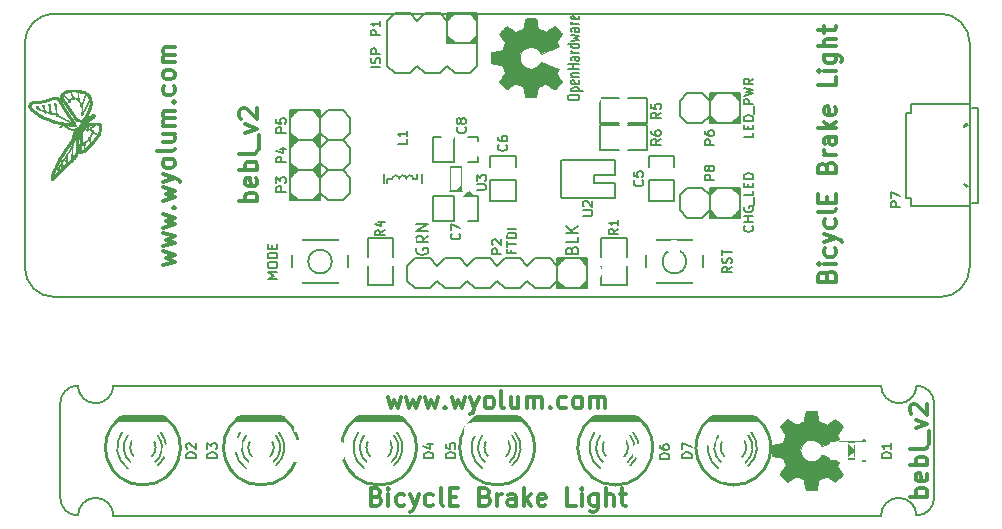
<source format=gto>
G04 #@! TF.GenerationSoftware,KiCad,Pcbnew,5.0.0-84427f4~65~ubuntu16.04.1*
G04 #@! TF.CreationDate,2018-07-15T21:07:02+05:30*
G04 #@! TF.ProjectId,bebl_v2,6265626C5F76322E6B696361645F7063,rev?*
G04 #@! TF.SameCoordinates,Original*
G04 #@! TF.FileFunction,Legend,Top*
G04 #@! TF.FilePolarity,Positive*
%FSLAX46Y46*%
G04 Gerber Fmt 4.6, Leading zero omitted, Abs format (unit mm)*
G04 Created by KiCad (PCBNEW 5.0.0-84427f4~65~ubuntu16.04.1) date Sun Jul 15 21:07:02 2018*
%MOMM*%
%LPD*%
G01*
G04 APERTURE LIST*
%ADD10C,0.150000*%
%ADD11C,0.200000*%
%ADD12C,0.300000*%
%ADD13C,0.152400*%
%ADD14C,0.254000*%
%ADD15C,0.002540*%
%ADD16R,1.924000X1.924000*%
%ADD17C,1.924000*%
%ADD18R,1.466800X1.822400*%
%ADD19R,1.822400X1.466800*%
%ADD20C,2.076400*%
%ADD21R,1.600000X1.600000*%
%ADD22R,3.400000X2.200000*%
%ADD23R,1.898600X1.700480*%
%ADD24R,1.700480X1.898600*%
%ADD25C,3.448000*%
%ADD26R,1.900000X1.400000*%
%ADD27R,1.300000X0.800000*%
%ADD28R,1.550000X1.000000*%
%ADD29C,3.200000*%
%ADD30R,1.750000X0.800000*%
%ADD31R,1.800000X2.000000*%
%ADD32O,2.550000X1.450000*%
%ADD33C,1.300000*%
G04 APERTURE END LIST*
D10*
X73500000Y-69500000D02*
X74500000Y-69500000D01*
X73500000Y-62000000D02*
X74500000Y-62000000D01*
X79952380Y-45166666D02*
X79952380Y-45033333D01*
X80000000Y-44966666D01*
X80095238Y-44900000D01*
X80285714Y-44866666D01*
X80619047Y-44866666D01*
X80809523Y-44900000D01*
X80904761Y-44966666D01*
X80952380Y-45033333D01*
X80952380Y-45166666D01*
X80904761Y-45233333D01*
X80809523Y-45300000D01*
X80619047Y-45333333D01*
X80285714Y-45333333D01*
X80095238Y-45300000D01*
X80000000Y-45233333D01*
X79952380Y-45166666D01*
X80285714Y-44566666D02*
X81285714Y-44566666D01*
X80333333Y-44566666D02*
X80285714Y-44500000D01*
X80285714Y-44366666D01*
X80333333Y-44300000D01*
X80380952Y-44266666D01*
X80476190Y-44233333D01*
X80761904Y-44233333D01*
X80857142Y-44266666D01*
X80904761Y-44300000D01*
X80952380Y-44366666D01*
X80952380Y-44500000D01*
X80904761Y-44566666D01*
X80904761Y-43666666D02*
X80952380Y-43733333D01*
X80952380Y-43866666D01*
X80904761Y-43933333D01*
X80809523Y-43966666D01*
X80428571Y-43966666D01*
X80333333Y-43933333D01*
X80285714Y-43866666D01*
X80285714Y-43733333D01*
X80333333Y-43666666D01*
X80428571Y-43633333D01*
X80523809Y-43633333D01*
X80619047Y-43966666D01*
X80285714Y-43333333D02*
X80952380Y-43333333D01*
X80380952Y-43333333D02*
X80333333Y-43300000D01*
X80285714Y-43233333D01*
X80285714Y-43133333D01*
X80333333Y-43066666D01*
X80428571Y-43033333D01*
X80952380Y-43033333D01*
X80952380Y-42700000D02*
X79952380Y-42700000D01*
X80428571Y-42700000D02*
X80428571Y-42300000D01*
X80952380Y-42300000D02*
X79952380Y-42300000D01*
X80952380Y-41666666D02*
X80428571Y-41666666D01*
X80333333Y-41700000D01*
X80285714Y-41766666D01*
X80285714Y-41900000D01*
X80333333Y-41966666D01*
X80904761Y-41666666D02*
X80952380Y-41733333D01*
X80952380Y-41900000D01*
X80904761Y-41966666D01*
X80809523Y-42000000D01*
X80714285Y-42000000D01*
X80619047Y-41966666D01*
X80571428Y-41900000D01*
X80571428Y-41733333D01*
X80523809Y-41666666D01*
X80952380Y-41333333D02*
X80285714Y-41333333D01*
X80476190Y-41333333D02*
X80380952Y-41300000D01*
X80333333Y-41266666D01*
X80285714Y-41200000D01*
X80285714Y-41133333D01*
X80952380Y-40600000D02*
X79952380Y-40600000D01*
X80904761Y-40600000D02*
X80952380Y-40666666D01*
X80952380Y-40800000D01*
X80904761Y-40866666D01*
X80857142Y-40900000D01*
X80761904Y-40933333D01*
X80476190Y-40933333D01*
X80380952Y-40900000D01*
X80333333Y-40866666D01*
X80285714Y-40800000D01*
X80285714Y-40666666D01*
X80333333Y-40600000D01*
X80285714Y-40333333D02*
X80952380Y-40200000D01*
X80476190Y-40066666D01*
X80952380Y-39933333D01*
X80285714Y-39800000D01*
X80952380Y-39233333D02*
X80428571Y-39233333D01*
X80333333Y-39266666D01*
X80285714Y-39333333D01*
X80285714Y-39466666D01*
X80333333Y-39533333D01*
X80904761Y-39233333D02*
X80952380Y-39300000D01*
X80952380Y-39466666D01*
X80904761Y-39533333D01*
X80809523Y-39566666D01*
X80714285Y-39566666D01*
X80619047Y-39533333D01*
X80571428Y-39466666D01*
X80571428Y-39300000D01*
X80523809Y-39233333D01*
X80952380Y-38900000D02*
X80285714Y-38900000D01*
X80476190Y-38900000D02*
X80380952Y-38866666D01*
X80333333Y-38833333D01*
X80285714Y-38766666D01*
X80285714Y-38700000D01*
X80904761Y-38200000D02*
X80952380Y-38266666D01*
X80952380Y-38400000D01*
X80904761Y-38466666D01*
X80809523Y-38500000D01*
X80428571Y-38500000D01*
X80333333Y-38466666D01*
X80285714Y-38400000D01*
X80285714Y-38266666D01*
X80333333Y-38200000D01*
X80428571Y-38166666D01*
X80523809Y-38166666D01*
X80619047Y-38500000D01*
X74500000Y-69500000D02*
X106500000Y-69500000D01*
X73500000Y-69500000D02*
X41500000Y-69500000D01*
X111000000Y-79000000D02*
X111000000Y-71000000D01*
X41500000Y-80500000D02*
X106500000Y-80500000D01*
X37000000Y-71000000D02*
X37000000Y-79000000D01*
X109500000Y-80500000D02*
G75*
G03X111000000Y-79000000I0J1500000D01*
G01*
X111000000Y-71000000D02*
G75*
G03X109500000Y-69500000I-1500000J0D01*
G01*
X37000000Y-79000000D02*
G75*
G03X38500000Y-80500000I1500000J0D01*
G01*
X38500000Y-69500000D02*
G75*
G03X37000000Y-71000000I0J-1500000D01*
G01*
X109500000Y-80500000D02*
G75*
G03X108000000Y-79000000I-1500000J0D01*
G01*
X108000000Y-79000000D02*
G75*
G03X106500000Y-80500000I0J-1500000D01*
G01*
X108000000Y-71000000D02*
G75*
G03X109500000Y-69500000I0J1500000D01*
G01*
X106500000Y-69500000D02*
G75*
G03X108000000Y-71000000I1500000J0D01*
G01*
X41500000Y-80500000D02*
G75*
G03X40000000Y-79000000I-1500000J0D01*
G01*
X40000000Y-79000000D02*
G75*
G03X38500000Y-80500000I0J-1500000D01*
G01*
X38500000Y-69500000D02*
G75*
G03X40000000Y-71000000I1500000J0D01*
G01*
X40000000Y-71000000D02*
G75*
G03X41500000Y-69500000I0J1500000D01*
G01*
D11*
X67200000Y-57861904D02*
X67152380Y-57957142D01*
X67152380Y-58100000D01*
X67200000Y-58242857D01*
X67295238Y-58338095D01*
X67390476Y-58385714D01*
X67580952Y-58433333D01*
X67723809Y-58433333D01*
X67914285Y-58385714D01*
X68009523Y-58338095D01*
X68104761Y-58242857D01*
X68152380Y-58100000D01*
X68152380Y-58004761D01*
X68104761Y-57861904D01*
X68057142Y-57814285D01*
X67723809Y-57814285D01*
X67723809Y-58004761D01*
X68152380Y-56814285D02*
X67676190Y-57147619D01*
X68152380Y-57385714D02*
X67152380Y-57385714D01*
X67152380Y-57004761D01*
X67200000Y-56909523D01*
X67247619Y-56861904D01*
X67342857Y-56814285D01*
X67485714Y-56814285D01*
X67580952Y-56861904D01*
X67628571Y-56909523D01*
X67676190Y-57004761D01*
X67676190Y-57385714D01*
X68152380Y-56385714D02*
X67152380Y-56385714D01*
X68152380Y-55814285D01*
X67152380Y-55814285D01*
X80328571Y-58033333D02*
X80376190Y-57890476D01*
X80423809Y-57842857D01*
X80519047Y-57795238D01*
X80661904Y-57795238D01*
X80757142Y-57842857D01*
X80804761Y-57890476D01*
X80852380Y-57985714D01*
X80852380Y-58366666D01*
X79852380Y-58366666D01*
X79852380Y-58033333D01*
X79900000Y-57938095D01*
X79947619Y-57890476D01*
X80042857Y-57842857D01*
X80138095Y-57842857D01*
X80233333Y-57890476D01*
X80280952Y-57938095D01*
X80328571Y-58033333D01*
X80328571Y-58366666D01*
X80852380Y-56890476D02*
X80852380Y-57366666D01*
X79852380Y-57366666D01*
X80852380Y-56557142D02*
X79852380Y-56557142D01*
X80852380Y-55985714D02*
X80280952Y-56414285D01*
X79852380Y-55985714D02*
X80423809Y-56557142D01*
D12*
X45678571Y-59285714D02*
X46678571Y-59000000D01*
X45964285Y-58714285D01*
X46678571Y-58428571D01*
X45678571Y-58142857D01*
X45678571Y-57714285D02*
X46678571Y-57428571D01*
X45964285Y-57142857D01*
X46678571Y-56857142D01*
X45678571Y-56571428D01*
X45678571Y-56142857D02*
X46678571Y-55857142D01*
X45964285Y-55571428D01*
X46678571Y-55285714D01*
X45678571Y-55000000D01*
X46535714Y-54428571D02*
X46607142Y-54357142D01*
X46678571Y-54428571D01*
X46607142Y-54500000D01*
X46535714Y-54428571D01*
X46678571Y-54428571D01*
X45678571Y-53857142D02*
X46678571Y-53571428D01*
X45964285Y-53285714D01*
X46678571Y-53000000D01*
X45678571Y-52714285D01*
X45678571Y-52285714D02*
X46678571Y-51928571D01*
X45678571Y-51571428D02*
X46678571Y-51928571D01*
X47035714Y-52071428D01*
X47107142Y-52142857D01*
X47178571Y-52285714D01*
X46678571Y-50785714D02*
X46607142Y-50928571D01*
X46535714Y-51000000D01*
X46392857Y-51071428D01*
X45964285Y-51071428D01*
X45821428Y-51000000D01*
X45750000Y-50928571D01*
X45678571Y-50785714D01*
X45678571Y-50571428D01*
X45750000Y-50428571D01*
X45821428Y-50357142D01*
X45964285Y-50285714D01*
X46392857Y-50285714D01*
X46535714Y-50357142D01*
X46607142Y-50428571D01*
X46678571Y-50571428D01*
X46678571Y-50785714D01*
X46678571Y-49428571D02*
X46607142Y-49571428D01*
X46464285Y-49642857D01*
X45178571Y-49642857D01*
X45678571Y-48214285D02*
X46678571Y-48214285D01*
X45678571Y-48857142D02*
X46464285Y-48857142D01*
X46607142Y-48785714D01*
X46678571Y-48642857D01*
X46678571Y-48428571D01*
X46607142Y-48285714D01*
X46535714Y-48214285D01*
X46678571Y-47500000D02*
X45678571Y-47500000D01*
X45821428Y-47500000D02*
X45750000Y-47428571D01*
X45678571Y-47285714D01*
X45678571Y-47071428D01*
X45750000Y-46928571D01*
X45892857Y-46857142D01*
X46678571Y-46857142D01*
X45892857Y-46857142D02*
X45750000Y-46785714D01*
X45678571Y-46642857D01*
X45678571Y-46428571D01*
X45750000Y-46285714D01*
X45892857Y-46214285D01*
X46678571Y-46214285D01*
X46535714Y-45500000D02*
X46607142Y-45428571D01*
X46678571Y-45500000D01*
X46607142Y-45571428D01*
X46535714Y-45500000D01*
X46678571Y-45500000D01*
X46607142Y-44142857D02*
X46678571Y-44285714D01*
X46678571Y-44571428D01*
X46607142Y-44714285D01*
X46535714Y-44785714D01*
X46392857Y-44857142D01*
X45964285Y-44857142D01*
X45821428Y-44785714D01*
X45750000Y-44714285D01*
X45678571Y-44571428D01*
X45678571Y-44285714D01*
X45750000Y-44142857D01*
X46678571Y-43285714D02*
X46607142Y-43428571D01*
X46535714Y-43500000D01*
X46392857Y-43571428D01*
X45964285Y-43571428D01*
X45821428Y-43500000D01*
X45750000Y-43428571D01*
X45678571Y-43285714D01*
X45678571Y-43071428D01*
X45750000Y-42928571D01*
X45821428Y-42857142D01*
X45964285Y-42785714D01*
X46392857Y-42785714D01*
X46535714Y-42857142D01*
X46607142Y-42928571D01*
X46678571Y-43071428D01*
X46678571Y-43285714D01*
X46678571Y-42142857D02*
X45678571Y-42142857D01*
X45821428Y-42142857D02*
X45750000Y-42071428D01*
X45678571Y-41928571D01*
X45678571Y-41714285D01*
X45750000Y-41571428D01*
X45892857Y-41500000D01*
X46678571Y-41500000D01*
X45892857Y-41500000D02*
X45750000Y-41428571D01*
X45678571Y-41285714D01*
X45678571Y-41071428D01*
X45750000Y-40928571D01*
X45892857Y-40857142D01*
X46678571Y-40857142D01*
X101892857Y-60214285D02*
X101964285Y-60000000D01*
X102035714Y-59928571D01*
X102178571Y-59857142D01*
X102392857Y-59857142D01*
X102535714Y-59928571D01*
X102607142Y-60000000D01*
X102678571Y-60142857D01*
X102678571Y-60714285D01*
X101178571Y-60714285D01*
X101178571Y-60214285D01*
X101250000Y-60071428D01*
X101321428Y-60000000D01*
X101464285Y-59928571D01*
X101607142Y-59928571D01*
X101750000Y-60000000D01*
X101821428Y-60071428D01*
X101892857Y-60214285D01*
X101892857Y-60714285D01*
X102678571Y-59214285D02*
X101678571Y-59214285D01*
X101178571Y-59214285D02*
X101250000Y-59285714D01*
X101321428Y-59214285D01*
X101250000Y-59142857D01*
X101178571Y-59214285D01*
X101321428Y-59214285D01*
X102607142Y-57857142D02*
X102678571Y-58000000D01*
X102678571Y-58285714D01*
X102607142Y-58428571D01*
X102535714Y-58500000D01*
X102392857Y-58571428D01*
X101964285Y-58571428D01*
X101821428Y-58500000D01*
X101750000Y-58428571D01*
X101678571Y-58285714D01*
X101678571Y-58000000D01*
X101750000Y-57857142D01*
X101678571Y-57357142D02*
X102678571Y-57000000D01*
X101678571Y-56642857D02*
X102678571Y-57000000D01*
X103035714Y-57142857D01*
X103107142Y-57214285D01*
X103178571Y-57357142D01*
X102607142Y-55428571D02*
X102678571Y-55571428D01*
X102678571Y-55857142D01*
X102607142Y-56000000D01*
X102535714Y-56071428D01*
X102392857Y-56142857D01*
X101964285Y-56142857D01*
X101821428Y-56071428D01*
X101750000Y-56000000D01*
X101678571Y-55857142D01*
X101678571Y-55571428D01*
X101750000Y-55428571D01*
X102678571Y-54571428D02*
X102607142Y-54714285D01*
X102464285Y-54785714D01*
X101178571Y-54785714D01*
X101892857Y-54000000D02*
X101892857Y-53500000D01*
X102678571Y-53285714D02*
X102678571Y-54000000D01*
X101178571Y-54000000D01*
X101178571Y-53285714D01*
X101892857Y-51000000D02*
X101964285Y-50785714D01*
X102035714Y-50714285D01*
X102178571Y-50642857D01*
X102392857Y-50642857D01*
X102535714Y-50714285D01*
X102607142Y-50785714D01*
X102678571Y-50928571D01*
X102678571Y-51500000D01*
X101178571Y-51500000D01*
X101178571Y-51000000D01*
X101250000Y-50857142D01*
X101321428Y-50785714D01*
X101464285Y-50714285D01*
X101607142Y-50714285D01*
X101750000Y-50785714D01*
X101821428Y-50857142D01*
X101892857Y-51000000D01*
X101892857Y-51500000D01*
X102678571Y-50000000D02*
X101678571Y-50000000D01*
X101964285Y-50000000D02*
X101821428Y-49928571D01*
X101750000Y-49857142D01*
X101678571Y-49714285D01*
X101678571Y-49571428D01*
X102678571Y-48428571D02*
X101892857Y-48428571D01*
X101750000Y-48500000D01*
X101678571Y-48642857D01*
X101678571Y-48928571D01*
X101750000Y-49071428D01*
X102607142Y-48428571D02*
X102678571Y-48571428D01*
X102678571Y-48928571D01*
X102607142Y-49071428D01*
X102464285Y-49142857D01*
X102321428Y-49142857D01*
X102178571Y-49071428D01*
X102107142Y-48928571D01*
X102107142Y-48571428D01*
X102035714Y-48428571D01*
X102678571Y-47714285D02*
X101178571Y-47714285D01*
X102107142Y-47571428D02*
X102678571Y-47142857D01*
X101678571Y-47142857D02*
X102250000Y-47714285D01*
X102607142Y-45928571D02*
X102678571Y-46071428D01*
X102678571Y-46357142D01*
X102607142Y-46500000D01*
X102464285Y-46571428D01*
X101892857Y-46571428D01*
X101750000Y-46500000D01*
X101678571Y-46357142D01*
X101678571Y-46071428D01*
X101750000Y-45928571D01*
X101892857Y-45857142D01*
X102035714Y-45857142D01*
X102178571Y-46571428D01*
X102678571Y-43357142D02*
X102678571Y-44071428D01*
X101178571Y-44071428D01*
X102678571Y-42857142D02*
X101678571Y-42857142D01*
X101178571Y-42857142D02*
X101250000Y-42928571D01*
X101321428Y-42857142D01*
X101250000Y-42785714D01*
X101178571Y-42857142D01*
X101321428Y-42857142D01*
X101678571Y-41500000D02*
X102892857Y-41500000D01*
X103035714Y-41571428D01*
X103107142Y-41642857D01*
X103178571Y-41785714D01*
X103178571Y-42000000D01*
X103107142Y-42142857D01*
X102607142Y-41500000D02*
X102678571Y-41642857D01*
X102678571Y-41928571D01*
X102607142Y-42071428D01*
X102535714Y-42142857D01*
X102392857Y-42214285D01*
X101964285Y-42214285D01*
X101821428Y-42142857D01*
X101750000Y-42071428D01*
X101678571Y-41928571D01*
X101678571Y-41642857D01*
X101750000Y-41500000D01*
X102678571Y-40785714D02*
X101178571Y-40785714D01*
X102678571Y-40142857D02*
X101892857Y-40142857D01*
X101750000Y-40214285D01*
X101678571Y-40357142D01*
X101678571Y-40571428D01*
X101750000Y-40714285D01*
X101821428Y-40785714D01*
X101678571Y-39642857D02*
X101678571Y-39071428D01*
X101178571Y-39428571D02*
X102464285Y-39428571D01*
X102607142Y-39357142D01*
X102678571Y-39214285D01*
X102678571Y-39071428D01*
X53678571Y-53892857D02*
X52178571Y-53892857D01*
X52750000Y-53892857D02*
X52678571Y-53750000D01*
X52678571Y-53464285D01*
X52750000Y-53321428D01*
X52821428Y-53250000D01*
X52964285Y-53178571D01*
X53392857Y-53178571D01*
X53535714Y-53250000D01*
X53607142Y-53321428D01*
X53678571Y-53464285D01*
X53678571Y-53750000D01*
X53607142Y-53892857D01*
X53607142Y-51964285D02*
X53678571Y-52107142D01*
X53678571Y-52392857D01*
X53607142Y-52535714D01*
X53464285Y-52607142D01*
X52892857Y-52607142D01*
X52750000Y-52535714D01*
X52678571Y-52392857D01*
X52678571Y-52107142D01*
X52750000Y-51964285D01*
X52892857Y-51892857D01*
X53035714Y-51892857D01*
X53178571Y-52607142D01*
X53678571Y-51250000D02*
X52178571Y-51250000D01*
X52750000Y-51250000D02*
X52678571Y-51107142D01*
X52678571Y-50821428D01*
X52750000Y-50678571D01*
X52821428Y-50607142D01*
X52964285Y-50535714D01*
X53392857Y-50535714D01*
X53535714Y-50607142D01*
X53607142Y-50678571D01*
X53678571Y-50821428D01*
X53678571Y-51107142D01*
X53607142Y-51250000D01*
X53678571Y-49678571D02*
X53607142Y-49821428D01*
X53464285Y-49892857D01*
X52178571Y-49892857D01*
X53821428Y-49464285D02*
X53821428Y-48321428D01*
X52678571Y-48107142D02*
X53678571Y-47750000D01*
X52678571Y-47392857D01*
X52321428Y-46892857D02*
X52250000Y-46821428D01*
X52178571Y-46678571D01*
X52178571Y-46321428D01*
X52250000Y-46178571D01*
X52321428Y-46107142D01*
X52464285Y-46035714D01*
X52607142Y-46035714D01*
X52821428Y-46107142D01*
X53678571Y-46964285D01*
X53678571Y-46035714D01*
X63785714Y-78892857D02*
X64000000Y-78964285D01*
X64071428Y-79035714D01*
X64142857Y-79178571D01*
X64142857Y-79392857D01*
X64071428Y-79535714D01*
X64000000Y-79607142D01*
X63857142Y-79678571D01*
X63285714Y-79678571D01*
X63285714Y-78178571D01*
X63785714Y-78178571D01*
X63928571Y-78250000D01*
X64000000Y-78321428D01*
X64071428Y-78464285D01*
X64071428Y-78607142D01*
X64000000Y-78750000D01*
X63928571Y-78821428D01*
X63785714Y-78892857D01*
X63285714Y-78892857D01*
X64785714Y-79678571D02*
X64785714Y-78678571D01*
X64785714Y-78178571D02*
X64714285Y-78250000D01*
X64785714Y-78321428D01*
X64857142Y-78250000D01*
X64785714Y-78178571D01*
X64785714Y-78321428D01*
X66142857Y-79607142D02*
X66000000Y-79678571D01*
X65714285Y-79678571D01*
X65571428Y-79607142D01*
X65500000Y-79535714D01*
X65428571Y-79392857D01*
X65428571Y-78964285D01*
X65500000Y-78821428D01*
X65571428Y-78750000D01*
X65714285Y-78678571D01*
X66000000Y-78678571D01*
X66142857Y-78750000D01*
X66642857Y-78678571D02*
X67000000Y-79678571D01*
X67357142Y-78678571D02*
X67000000Y-79678571D01*
X66857142Y-80035714D01*
X66785714Y-80107142D01*
X66642857Y-80178571D01*
X68571428Y-79607142D02*
X68428571Y-79678571D01*
X68142857Y-79678571D01*
X68000000Y-79607142D01*
X67928571Y-79535714D01*
X67857142Y-79392857D01*
X67857142Y-78964285D01*
X67928571Y-78821428D01*
X68000000Y-78750000D01*
X68142857Y-78678571D01*
X68428571Y-78678571D01*
X68571428Y-78750000D01*
X69428571Y-79678571D02*
X69285714Y-79607142D01*
X69214285Y-79464285D01*
X69214285Y-78178571D01*
X70000000Y-78892857D02*
X70500000Y-78892857D01*
X70714285Y-79678571D02*
X70000000Y-79678571D01*
X70000000Y-78178571D01*
X70714285Y-78178571D01*
X73000000Y-78892857D02*
X73214285Y-78964285D01*
X73285714Y-79035714D01*
X73357142Y-79178571D01*
X73357142Y-79392857D01*
X73285714Y-79535714D01*
X73214285Y-79607142D01*
X73071428Y-79678571D01*
X72500000Y-79678571D01*
X72500000Y-78178571D01*
X73000000Y-78178571D01*
X73142857Y-78250000D01*
X73214285Y-78321428D01*
X73285714Y-78464285D01*
X73285714Y-78607142D01*
X73214285Y-78750000D01*
X73142857Y-78821428D01*
X73000000Y-78892857D01*
X72500000Y-78892857D01*
X74000000Y-79678571D02*
X74000000Y-78678571D01*
X74000000Y-78964285D02*
X74071428Y-78821428D01*
X74142857Y-78750000D01*
X74285714Y-78678571D01*
X74428571Y-78678571D01*
X75571428Y-79678571D02*
X75571428Y-78892857D01*
X75500000Y-78750000D01*
X75357142Y-78678571D01*
X75071428Y-78678571D01*
X74928571Y-78750000D01*
X75571428Y-79607142D02*
X75428571Y-79678571D01*
X75071428Y-79678571D01*
X74928571Y-79607142D01*
X74857142Y-79464285D01*
X74857142Y-79321428D01*
X74928571Y-79178571D01*
X75071428Y-79107142D01*
X75428571Y-79107142D01*
X75571428Y-79035714D01*
X76285714Y-79678571D02*
X76285714Y-78178571D01*
X76428571Y-79107142D02*
X76857142Y-79678571D01*
X76857142Y-78678571D02*
X76285714Y-79250000D01*
X78071428Y-79607142D02*
X77928571Y-79678571D01*
X77642857Y-79678571D01*
X77500000Y-79607142D01*
X77428571Y-79464285D01*
X77428571Y-78892857D01*
X77500000Y-78750000D01*
X77642857Y-78678571D01*
X77928571Y-78678571D01*
X78071428Y-78750000D01*
X78142857Y-78892857D01*
X78142857Y-79035714D01*
X77428571Y-79178571D01*
X80642857Y-79678571D02*
X79928571Y-79678571D01*
X79928571Y-78178571D01*
X81142857Y-79678571D02*
X81142857Y-78678571D01*
X81142857Y-78178571D02*
X81071428Y-78250000D01*
X81142857Y-78321428D01*
X81214285Y-78250000D01*
X81142857Y-78178571D01*
X81142857Y-78321428D01*
X82500000Y-78678571D02*
X82500000Y-79892857D01*
X82428571Y-80035714D01*
X82357142Y-80107142D01*
X82214285Y-80178571D01*
X82000000Y-80178571D01*
X81857142Y-80107142D01*
X82500000Y-79607142D02*
X82357142Y-79678571D01*
X82071428Y-79678571D01*
X81928571Y-79607142D01*
X81857142Y-79535714D01*
X81785714Y-79392857D01*
X81785714Y-78964285D01*
X81857142Y-78821428D01*
X81928571Y-78750000D01*
X82071428Y-78678571D01*
X82357142Y-78678571D01*
X82500000Y-78750000D01*
X83214285Y-79678571D02*
X83214285Y-78178571D01*
X83857142Y-79678571D02*
X83857142Y-78892857D01*
X83785714Y-78750000D01*
X83642857Y-78678571D01*
X83428571Y-78678571D01*
X83285714Y-78750000D01*
X83214285Y-78821428D01*
X84357142Y-78678571D02*
X84928571Y-78678571D01*
X84571428Y-78178571D02*
X84571428Y-79464285D01*
X84642857Y-79607142D01*
X84785714Y-79678571D01*
X84928571Y-79678571D01*
X110428571Y-78892857D02*
X108928571Y-78892857D01*
X109500000Y-78892857D02*
X109428571Y-78750000D01*
X109428571Y-78464285D01*
X109500000Y-78321428D01*
X109571428Y-78250000D01*
X109714285Y-78178571D01*
X110142857Y-78178571D01*
X110285714Y-78250000D01*
X110357142Y-78321428D01*
X110428571Y-78464285D01*
X110428571Y-78750000D01*
X110357142Y-78892857D01*
X110357142Y-76964285D02*
X110428571Y-77107142D01*
X110428571Y-77392857D01*
X110357142Y-77535714D01*
X110214285Y-77607142D01*
X109642857Y-77607142D01*
X109500000Y-77535714D01*
X109428571Y-77392857D01*
X109428571Y-77107142D01*
X109500000Y-76964285D01*
X109642857Y-76892857D01*
X109785714Y-76892857D01*
X109928571Y-77607142D01*
X110428571Y-76250000D02*
X108928571Y-76250000D01*
X109500000Y-76250000D02*
X109428571Y-76107142D01*
X109428571Y-75821428D01*
X109500000Y-75678571D01*
X109571428Y-75607142D01*
X109714285Y-75535714D01*
X110142857Y-75535714D01*
X110285714Y-75607142D01*
X110357142Y-75678571D01*
X110428571Y-75821428D01*
X110428571Y-76107142D01*
X110357142Y-76250000D01*
X110428571Y-74678571D02*
X110357142Y-74821428D01*
X110214285Y-74892857D01*
X108928571Y-74892857D01*
X110571428Y-74464285D02*
X110571428Y-73321428D01*
X109428571Y-73107142D02*
X110428571Y-72750000D01*
X109428571Y-72392857D01*
X109071428Y-71892857D02*
X109000000Y-71821428D01*
X108928571Y-71678571D01*
X108928571Y-71321428D01*
X109000000Y-71178571D01*
X109071428Y-71107142D01*
X109214285Y-71035714D01*
X109357142Y-71035714D01*
X109571428Y-71107142D01*
X110428571Y-71964285D01*
X110428571Y-71035714D01*
X64714285Y-70428571D02*
X65000000Y-71428571D01*
X65285714Y-70714285D01*
X65571428Y-71428571D01*
X65857142Y-70428571D01*
X66285714Y-70428571D02*
X66571428Y-71428571D01*
X66857142Y-70714285D01*
X67142857Y-71428571D01*
X67428571Y-70428571D01*
X67857142Y-70428571D02*
X68142857Y-71428571D01*
X68428571Y-70714285D01*
X68714285Y-71428571D01*
X69000000Y-70428571D01*
X69571428Y-71285714D02*
X69642857Y-71357142D01*
X69571428Y-71428571D01*
X69500000Y-71357142D01*
X69571428Y-71285714D01*
X69571428Y-71428571D01*
X70142857Y-70428571D02*
X70428571Y-71428571D01*
X70714285Y-70714285D01*
X71000000Y-71428571D01*
X71285714Y-70428571D01*
X71714285Y-70428571D02*
X72071428Y-71428571D01*
X72428571Y-70428571D02*
X72071428Y-71428571D01*
X71928571Y-71785714D01*
X71857142Y-71857142D01*
X71714285Y-71928571D01*
X73214285Y-71428571D02*
X73071428Y-71357142D01*
X73000000Y-71285714D01*
X72928571Y-71142857D01*
X72928571Y-70714285D01*
X73000000Y-70571428D01*
X73071428Y-70500000D01*
X73214285Y-70428571D01*
X73428571Y-70428571D01*
X73571428Y-70500000D01*
X73642857Y-70571428D01*
X73714285Y-70714285D01*
X73714285Y-71142857D01*
X73642857Y-71285714D01*
X73571428Y-71357142D01*
X73428571Y-71428571D01*
X73214285Y-71428571D01*
X74571428Y-71428571D02*
X74428571Y-71357142D01*
X74357142Y-71214285D01*
X74357142Y-69928571D01*
X75785714Y-70428571D02*
X75785714Y-71428571D01*
X75142857Y-70428571D02*
X75142857Y-71214285D01*
X75214285Y-71357142D01*
X75357142Y-71428571D01*
X75571428Y-71428571D01*
X75714285Y-71357142D01*
X75785714Y-71285714D01*
X76500000Y-71428571D02*
X76500000Y-70428571D01*
X76500000Y-70571428D02*
X76571428Y-70500000D01*
X76714285Y-70428571D01*
X76928571Y-70428571D01*
X77071428Y-70500000D01*
X77142857Y-70642857D01*
X77142857Y-71428571D01*
X77142857Y-70642857D02*
X77214285Y-70500000D01*
X77357142Y-70428571D01*
X77571428Y-70428571D01*
X77714285Y-70500000D01*
X77785714Y-70642857D01*
X77785714Y-71428571D01*
X78500000Y-71285714D02*
X78571428Y-71357142D01*
X78500000Y-71428571D01*
X78428571Y-71357142D01*
X78500000Y-71285714D01*
X78500000Y-71428571D01*
X79857142Y-71357142D02*
X79714285Y-71428571D01*
X79428571Y-71428571D01*
X79285714Y-71357142D01*
X79214285Y-71285714D01*
X79142857Y-71142857D01*
X79142857Y-70714285D01*
X79214285Y-70571428D01*
X79285714Y-70500000D01*
X79428571Y-70428571D01*
X79714285Y-70428571D01*
X79857142Y-70500000D01*
X80714285Y-71428571D02*
X80571428Y-71357142D01*
X80500000Y-71285714D01*
X80428571Y-71142857D01*
X80428571Y-70714285D01*
X80500000Y-70571428D01*
X80571428Y-70500000D01*
X80714285Y-70428571D01*
X80928571Y-70428571D01*
X81071428Y-70500000D01*
X81142857Y-70571428D01*
X81214285Y-70714285D01*
X81214285Y-71142857D01*
X81142857Y-71285714D01*
X81071428Y-71357142D01*
X80928571Y-71428571D01*
X80714285Y-71428571D01*
X81857142Y-71428571D02*
X81857142Y-70428571D01*
X81857142Y-70571428D02*
X81928571Y-70500000D01*
X82071428Y-70428571D01*
X82285714Y-70428571D01*
X82428571Y-70500000D01*
X82500000Y-70642857D01*
X82500000Y-71428571D01*
X82500000Y-70642857D02*
X82571428Y-70500000D01*
X82714285Y-70428571D01*
X82928571Y-70428571D01*
X83071428Y-70500000D01*
X83142857Y-70642857D01*
X83142857Y-71428571D01*
D10*
X111500000Y-38000000D02*
X36500000Y-38000000D01*
X114000000Y-59500000D02*
X114000000Y-40500000D01*
X74500000Y-62000000D02*
X111500000Y-62000000D01*
X36500000Y-62000000D02*
X73500000Y-62000000D01*
X34000000Y-40500000D02*
X34000000Y-59500000D01*
X36500000Y-38000000D02*
G75*
G03X34000000Y-40500000I0J-2500000D01*
G01*
X34000000Y-59500000D02*
G75*
G03X36500000Y-62000000I2500000J0D01*
G01*
X111500000Y-62000000D02*
G75*
G03X114000000Y-59500000I0J2500000D01*
G01*
X114000000Y-40500000D02*
G75*
G03X111500000Y-38000000I-2500000J0D01*
G01*
D13*
G04 #@! TO.C,P8*
X94159000Y-55206500D02*
X94159000Y-55079500D01*
X94286000Y-55206500D02*
X94286000Y-54952500D01*
X94413000Y-55206500D02*
X94413000Y-54825500D01*
X92381000Y-55206500D02*
X92381000Y-55079500D01*
X92254000Y-55206500D02*
X92254000Y-54952500D01*
X92127000Y-55206500D02*
X92127000Y-54825500D01*
X92381000Y-52793500D02*
X92381000Y-52920500D01*
X92254000Y-52793500D02*
X92254000Y-53047500D01*
X92127000Y-52793500D02*
X92127000Y-53174500D01*
X94159000Y-52793500D02*
X94159000Y-52920500D01*
X94286000Y-52793500D02*
X94286000Y-53047500D01*
X94413000Y-52793500D02*
X94413000Y-53174500D01*
X93905000Y-52730000D02*
X94540000Y-52730000D01*
X94540000Y-52730000D02*
X94540000Y-53365000D01*
X92000000Y-53365000D02*
X92000000Y-52730000D01*
X92000000Y-52730000D02*
X92635000Y-52730000D01*
X92635000Y-55270000D02*
X92000000Y-55270000D01*
X92000000Y-55270000D02*
X92000000Y-54698500D01*
X94540000Y-54635000D02*
X94540000Y-55270000D01*
X94540000Y-55270000D02*
X93905000Y-55270000D01*
X92000000Y-54635000D02*
X92000000Y-53365000D01*
X94540000Y-54000000D02*
X94540000Y-53365000D01*
X94540000Y-53365000D02*
X93905000Y-52730000D01*
X93905000Y-52730000D02*
X92635000Y-52730000D01*
X92635000Y-52730000D02*
X92000000Y-53365000D01*
X92000000Y-53365000D02*
X91365000Y-52730000D01*
X91365000Y-52730000D02*
X90095000Y-52730000D01*
X90095000Y-52730000D02*
X89460000Y-53365000D01*
X89460000Y-53365000D02*
X89460000Y-54635000D01*
X89460000Y-54635000D02*
X90095000Y-55270000D01*
X90095000Y-55270000D02*
X91365000Y-55270000D01*
X91365000Y-55270000D02*
X92000000Y-54635000D01*
X92000000Y-54635000D02*
X92635000Y-55270000D01*
X92635000Y-55270000D02*
X93905000Y-55270000D01*
X93905000Y-55270000D02*
X94540000Y-54635000D01*
X94540000Y-54635000D02*
X94540000Y-54000000D01*
G04 #@! TO.C,P4*
X56841000Y-48793500D02*
X56841000Y-48920500D01*
X56714000Y-48793500D02*
X56714000Y-49047500D01*
X56587000Y-48793500D02*
X56587000Y-49174500D01*
X58619000Y-48793500D02*
X58619000Y-48920500D01*
X58746000Y-48793500D02*
X58746000Y-49047500D01*
X58873000Y-48793500D02*
X58873000Y-49174500D01*
X58619000Y-51206500D02*
X58619000Y-51079500D01*
X58746000Y-51206500D02*
X58746000Y-50952500D01*
X58873000Y-51206500D02*
X58873000Y-50825500D01*
X56841000Y-51206500D02*
X56841000Y-51079500D01*
X56714000Y-51206500D02*
X56714000Y-50952500D01*
X56587000Y-51206500D02*
X56587000Y-50825500D01*
X57095000Y-51270000D02*
X56460000Y-51270000D01*
X56460000Y-51270000D02*
X56460000Y-50635000D01*
X59000000Y-50635000D02*
X59000000Y-51270000D01*
X59000000Y-51270000D02*
X58365000Y-51270000D01*
X58365000Y-48730000D02*
X59000000Y-48730000D01*
X59000000Y-48730000D02*
X59000000Y-49301500D01*
X56460000Y-49365000D02*
X56460000Y-48730000D01*
X56460000Y-48730000D02*
X57095000Y-48730000D01*
X59000000Y-49365000D02*
X59000000Y-50635000D01*
X56460000Y-50000000D02*
X56460000Y-50635000D01*
X56460000Y-50635000D02*
X57095000Y-51270000D01*
X57095000Y-51270000D02*
X58365000Y-51270000D01*
X58365000Y-51270000D02*
X59000000Y-50635000D01*
X59000000Y-50635000D02*
X59635000Y-51270000D01*
X59635000Y-51270000D02*
X60905000Y-51270000D01*
X60905000Y-51270000D02*
X61540000Y-50635000D01*
X61540000Y-50635000D02*
X61540000Y-49365000D01*
X61540000Y-49365000D02*
X60905000Y-48730000D01*
X60905000Y-48730000D02*
X59635000Y-48730000D01*
X59635000Y-48730000D02*
X59000000Y-49365000D01*
X59000000Y-49365000D02*
X58365000Y-48730000D01*
X58365000Y-48730000D02*
X57095000Y-48730000D01*
X57095000Y-48730000D02*
X56460000Y-49365000D01*
X56460000Y-49365000D02*
X56460000Y-50000000D01*
G04 #@! TO.C,P3*
X56841000Y-51333500D02*
X56841000Y-51460500D01*
X56714000Y-51333500D02*
X56714000Y-51587500D01*
X56587000Y-51333500D02*
X56587000Y-51714500D01*
X58619000Y-51333500D02*
X58619000Y-51460500D01*
X58746000Y-51333500D02*
X58746000Y-51587500D01*
X58873000Y-51333500D02*
X58873000Y-51714500D01*
X58619000Y-53746500D02*
X58619000Y-53619500D01*
X58746000Y-53746500D02*
X58746000Y-53492500D01*
X58873000Y-53746500D02*
X58873000Y-53365500D01*
X56841000Y-53746500D02*
X56841000Y-53619500D01*
X56714000Y-53746500D02*
X56714000Y-53492500D01*
X56587000Y-53746500D02*
X56587000Y-53365500D01*
X57095000Y-53810000D02*
X56460000Y-53810000D01*
X56460000Y-53810000D02*
X56460000Y-53175000D01*
X59000000Y-53175000D02*
X59000000Y-53810000D01*
X59000000Y-53810000D02*
X58365000Y-53810000D01*
X58365000Y-51270000D02*
X59000000Y-51270000D01*
X59000000Y-51270000D02*
X59000000Y-51841500D01*
X56460000Y-51905000D02*
X56460000Y-51270000D01*
X56460000Y-51270000D02*
X57095000Y-51270000D01*
X59000000Y-51905000D02*
X59000000Y-53175000D01*
X56460000Y-52540000D02*
X56460000Y-53175000D01*
X56460000Y-53175000D02*
X57095000Y-53810000D01*
X57095000Y-53810000D02*
X58365000Y-53810000D01*
X58365000Y-53810000D02*
X59000000Y-53175000D01*
X59000000Y-53175000D02*
X59635000Y-53810000D01*
X59635000Y-53810000D02*
X60905000Y-53810000D01*
X60905000Y-53810000D02*
X61540000Y-53175000D01*
X61540000Y-53175000D02*
X61540000Y-51905000D01*
X61540000Y-51905000D02*
X60905000Y-51270000D01*
X60905000Y-51270000D02*
X59635000Y-51270000D01*
X59635000Y-51270000D02*
X59000000Y-51905000D01*
X59000000Y-51905000D02*
X58365000Y-51270000D01*
X58365000Y-51270000D02*
X57095000Y-51270000D01*
X57095000Y-51270000D02*
X56460000Y-51905000D01*
X56460000Y-51905000D02*
X56460000Y-52540000D01*
G04 #@! TO.C,C7*
X68595000Y-53420500D02*
X70373000Y-53420500D01*
X68595000Y-55579500D02*
X70373000Y-55579500D01*
X71516000Y-53420500D02*
X72405000Y-53420500D01*
X72405000Y-55579500D02*
X71516000Y-55579500D01*
X70373000Y-55579500D02*
X70373000Y-53420500D01*
X68595000Y-55579500D02*
X68595000Y-53420500D01*
X72405000Y-55579500D02*
X72405000Y-53420500D01*
G04 #@! TO.C,C5*
X86820500Y-53905000D02*
X86820500Y-52127000D01*
X88979500Y-53905000D02*
X88979500Y-52127000D01*
X86820500Y-50984000D02*
X86820500Y-50095000D01*
X88979500Y-50095000D02*
X88979500Y-50984000D01*
X88979500Y-52127000D02*
X86820500Y-52127000D01*
X88979500Y-53905000D02*
X86820500Y-53905000D01*
X88979500Y-50095000D02*
X86820500Y-50095000D01*
G04 #@! TO.C,C8*
X68595000Y-48420500D02*
X70373000Y-48420500D01*
X68595000Y-50579500D02*
X70373000Y-50579500D01*
X71516000Y-48420500D02*
X72405000Y-48420500D01*
X72405000Y-50579500D02*
X71516000Y-50579500D01*
X70373000Y-50579500D02*
X70373000Y-48420500D01*
X68595000Y-50579500D02*
X68595000Y-48420500D01*
X72405000Y-50579500D02*
X72405000Y-48420500D01*
G04 #@! TO.C,C6*
X73420500Y-53905000D02*
X73420500Y-52127000D01*
X75579500Y-53905000D02*
X75579500Y-52127000D01*
X73420500Y-50984000D02*
X73420500Y-50095000D01*
X75579500Y-50095000D02*
X75579500Y-50984000D01*
X75579500Y-52127000D02*
X73420500Y-52127000D01*
X75579500Y-53905000D02*
X73420500Y-53905000D01*
X75579500Y-50095000D02*
X73420500Y-50095000D01*
D10*
G04 #@! TO.C,D7*
X95778000Y-72079000D02*
X92222000Y-72079000D01*
X92095000Y-72206000D02*
X95905000Y-72206000D01*
X96032000Y-72333000D02*
X92095000Y-72333000D01*
X91968000Y-72460000D02*
X96286000Y-72460000D01*
X95270000Y-76270000D02*
G75*
G03X95524000Y-73476000I-1270000J1524000D01*
G01*
X95016000Y-76016000D02*
G75*
G03X95270000Y-73730000I-1016000J1270000D01*
G01*
X94762000Y-75508000D02*
G75*
G03X94762000Y-73984000I-762000J762000D01*
G01*
X92222000Y-73476000D02*
G75*
G03X92730000Y-76524000I1778000J-1270000D01*
G01*
X92730000Y-73730000D02*
G75*
G03X92984000Y-76016000I1270000J-1016000D01*
G01*
X93238000Y-73984000D02*
G75*
G03X93238000Y-75508000I762000J-762000D01*
G01*
D14*
X92092332Y-72208003D02*
G75*
G03X95905000Y-72206000I1907668J-2537997D01*
G01*
D10*
G04 #@! TO.C,D6*
X85778000Y-72079000D02*
X82222000Y-72079000D01*
X82095000Y-72206000D02*
X85905000Y-72206000D01*
X86032000Y-72333000D02*
X82095000Y-72333000D01*
X81968000Y-72460000D02*
X86286000Y-72460000D01*
X85270000Y-76270000D02*
G75*
G03X85524000Y-73476000I-1270000J1524000D01*
G01*
X85016000Y-76016000D02*
G75*
G03X85270000Y-73730000I-1016000J1270000D01*
G01*
X84762000Y-75508000D02*
G75*
G03X84762000Y-73984000I-762000J762000D01*
G01*
X82222000Y-73476000D02*
G75*
G03X82730000Y-76524000I1778000J-1270000D01*
G01*
X82730000Y-73730000D02*
G75*
G03X82984000Y-76016000I1270000J-1016000D01*
G01*
X83238000Y-73984000D02*
G75*
G03X83238000Y-75508000I762000J-762000D01*
G01*
D14*
X82092332Y-72208003D02*
G75*
G03X85905000Y-72206000I1907668J-2537997D01*
G01*
D10*
G04 #@! TO.C,D5*
X75778000Y-72079000D02*
X72222000Y-72079000D01*
X72095000Y-72206000D02*
X75905000Y-72206000D01*
X76032000Y-72333000D02*
X72095000Y-72333000D01*
X71968000Y-72460000D02*
X76286000Y-72460000D01*
X75270000Y-76270000D02*
G75*
G03X75524000Y-73476000I-1270000J1524000D01*
G01*
X75016000Y-76016000D02*
G75*
G03X75270000Y-73730000I-1016000J1270000D01*
G01*
X74762000Y-75508000D02*
G75*
G03X74762000Y-73984000I-762000J762000D01*
G01*
X72222000Y-73476000D02*
G75*
G03X72730000Y-76524000I1778000J-1270000D01*
G01*
X72730000Y-73730000D02*
G75*
G03X72984000Y-76016000I1270000J-1016000D01*
G01*
X73238000Y-73984000D02*
G75*
G03X73238000Y-75508000I762000J-762000D01*
G01*
D14*
X72092332Y-72208003D02*
G75*
G03X75905000Y-72206000I1907668J-2537997D01*
G01*
D10*
G04 #@! TO.C,D4*
X65778000Y-72079000D02*
X62222000Y-72079000D01*
X62095000Y-72206000D02*
X65905000Y-72206000D01*
X66032000Y-72333000D02*
X62095000Y-72333000D01*
X61968000Y-72460000D02*
X66286000Y-72460000D01*
X65270000Y-76270000D02*
G75*
G03X65524000Y-73476000I-1270000J1524000D01*
G01*
X65016000Y-76016000D02*
G75*
G03X65270000Y-73730000I-1016000J1270000D01*
G01*
X64762000Y-75508000D02*
G75*
G03X64762000Y-73984000I-762000J762000D01*
G01*
X62222000Y-73476000D02*
G75*
G03X62730000Y-76524000I1778000J-1270000D01*
G01*
X62730000Y-73730000D02*
G75*
G03X62984000Y-76016000I1270000J-1016000D01*
G01*
X63238000Y-73984000D02*
G75*
G03X63238000Y-75508000I762000J-762000D01*
G01*
D14*
X62092332Y-72208003D02*
G75*
G03X65905000Y-72206000I1907668J-2537997D01*
G01*
D10*
G04 #@! TO.C,D3*
X55778000Y-72079000D02*
X52222000Y-72079000D01*
X52095000Y-72206000D02*
X55905000Y-72206000D01*
X56032000Y-72333000D02*
X52095000Y-72333000D01*
X51968000Y-72460000D02*
X56286000Y-72460000D01*
X55270000Y-76270000D02*
G75*
G03X55524000Y-73476000I-1270000J1524000D01*
G01*
X55016000Y-76016000D02*
G75*
G03X55270000Y-73730000I-1016000J1270000D01*
G01*
X54762000Y-75508000D02*
G75*
G03X54762000Y-73984000I-762000J762000D01*
G01*
X52222000Y-73476000D02*
G75*
G03X52730000Y-76524000I1778000J-1270000D01*
G01*
X52730000Y-73730000D02*
G75*
G03X52984000Y-76016000I1270000J-1016000D01*
G01*
X53238000Y-73984000D02*
G75*
G03X53238000Y-75508000I762000J-762000D01*
G01*
D14*
X52092332Y-72208003D02*
G75*
G03X55905000Y-72206000I1907668J-2537997D01*
G01*
D10*
G04 #@! TO.C,D2*
X45778000Y-72079000D02*
X42222000Y-72079000D01*
X42095000Y-72206000D02*
X45905000Y-72206000D01*
X46032000Y-72333000D02*
X42095000Y-72333000D01*
X41968000Y-72460000D02*
X46286000Y-72460000D01*
X45270000Y-76270000D02*
G75*
G03X45524000Y-73476000I-1270000J1524000D01*
G01*
X45016000Y-76016000D02*
G75*
G03X45270000Y-73730000I-1016000J1270000D01*
G01*
X44762000Y-75508000D02*
G75*
G03X44762000Y-73984000I-762000J762000D01*
G01*
X42222000Y-73476000D02*
G75*
G03X42730000Y-76524000I1778000J-1270000D01*
G01*
X42730000Y-73730000D02*
G75*
G03X42984000Y-76016000I1270000J-1016000D01*
G01*
X43238000Y-73984000D02*
G75*
G03X43238000Y-75508000I762000J-762000D01*
G01*
D14*
X42092332Y-72208003D02*
G75*
G03X45905000Y-72206000I1907668J-2537997D01*
G01*
D10*
G04 #@! TO.C,D1*
X104300000Y-74500000D02*
X104300000Y-75500000D01*
X104100000Y-75100000D02*
X104100000Y-74900000D01*
X104000000Y-74800000D02*
X104000000Y-75200000D01*
X103900000Y-75300000D02*
X103900000Y-74700000D01*
X103800000Y-74600000D02*
X103800000Y-75400000D01*
X103700000Y-74500000D02*
X103700000Y-75500000D01*
X103700000Y-75500000D02*
X104200000Y-75000000D01*
X104200000Y-75000000D02*
X103700000Y-74500000D01*
X105100000Y-75700000D02*
X105100000Y-75900000D01*
X105100000Y-75900000D02*
X105000000Y-75900000D01*
X105000000Y-75900000D02*
X105000000Y-75700000D01*
X105100000Y-74300000D02*
X105100000Y-74100000D01*
X105100000Y-74100000D02*
X105000000Y-74100000D01*
X105000000Y-74100000D02*
X105000000Y-74300000D01*
X102900000Y-74300000D02*
X105100000Y-74300000D01*
X105100000Y-75700000D02*
X102900000Y-75700000D01*
G04 #@! TO.C,L1*
X67200000Y-52000000D02*
X67200000Y-51500000D01*
X64700000Y-52000000D02*
X64700000Y-52500000D01*
X66900000Y-52000000D02*
X67200000Y-52000000D01*
X65100000Y-52000000D02*
X64700000Y-52000000D01*
X65400000Y-51700000D02*
G75*
G03X65100000Y-52000000I0J-300000D01*
G01*
X65700000Y-52000000D02*
G75*
G03X65400000Y-51700000I-300000J0D01*
G01*
X66900000Y-52000000D02*
G75*
G03X66600000Y-51700000I-300000J0D01*
G01*
X66600000Y-51700000D02*
G75*
G03X66300000Y-52000000I0J-300000D01*
G01*
X66300000Y-52000000D02*
G75*
G03X66000000Y-51700000I-300000J0D01*
G01*
X66000000Y-51700000D02*
G75*
G03X65700000Y-52000000I0J-300000D01*
G01*
X67600000Y-53600000D02*
X67600000Y-50400000D01*
X64400000Y-50400000D02*
X64400000Y-53600000D01*
D13*
G04 #@! TO.C,P2*
X79461000Y-61206500D02*
X79461000Y-61079500D01*
X79334000Y-61206500D02*
X79334000Y-60952500D01*
X79207000Y-61206500D02*
X79207000Y-60825500D01*
X81239000Y-61206500D02*
X81239000Y-61079500D01*
X81366000Y-61206500D02*
X81366000Y-60952500D01*
X81493000Y-61206500D02*
X81493000Y-60825500D01*
X81239000Y-58793500D02*
X81239000Y-58920500D01*
X81366000Y-58793500D02*
X81366000Y-59047500D01*
X81493000Y-58793500D02*
X81493000Y-59174500D01*
X79461000Y-58793500D02*
X79461000Y-58920500D01*
X79334000Y-58793500D02*
X79334000Y-58984000D01*
X79207000Y-58793500D02*
X79207000Y-59174500D01*
X79715000Y-61270000D02*
X79143500Y-61270000D01*
X79143500Y-61270000D02*
X79080000Y-61270000D01*
X79080000Y-61270000D02*
X79080000Y-60698500D01*
X81620000Y-60635000D02*
X81620000Y-61270000D01*
X81620000Y-61270000D02*
X80985000Y-61270000D01*
X79080000Y-59365000D02*
X79080000Y-58730000D01*
X79080000Y-58730000D02*
X79715000Y-58730000D01*
X81620000Y-59365000D02*
X81620000Y-58730000D01*
X81620000Y-58730000D02*
X80985000Y-58730000D01*
X79080000Y-60635000D02*
X79080000Y-59365000D01*
X81620000Y-60635000D02*
X81620000Y-59365000D01*
X81620000Y-59365000D02*
X80985000Y-58730000D01*
X80985000Y-58730000D02*
X79715000Y-58730000D01*
X79715000Y-58730000D02*
X79080000Y-59365000D01*
X79080000Y-59365000D02*
X78445000Y-58730000D01*
X78445000Y-58730000D02*
X77175000Y-58730000D01*
X77175000Y-58730000D02*
X76540000Y-59365000D01*
X76540000Y-59365000D02*
X75905000Y-58730000D01*
X75905000Y-58730000D02*
X74635000Y-58730000D01*
X74635000Y-58730000D02*
X74000000Y-59365000D01*
X74000000Y-59365000D02*
X73365000Y-58730000D01*
X73365000Y-58730000D02*
X72095000Y-58730000D01*
X72095000Y-58730000D02*
X71460000Y-59365000D01*
X71460000Y-59365000D02*
X70825000Y-58730000D01*
X70825000Y-58730000D02*
X69555000Y-58730000D01*
X69555000Y-58730000D02*
X68920000Y-59365000D01*
X68920000Y-59365000D02*
X68285000Y-58730000D01*
X68285000Y-58730000D02*
X67015000Y-58730000D01*
X67015000Y-58730000D02*
X66380000Y-59365000D01*
X66380000Y-59365000D02*
X66380000Y-60635000D01*
X66380000Y-60635000D02*
X67015000Y-61270000D01*
X67015000Y-61270000D02*
X68285000Y-61270000D01*
X68285000Y-61270000D02*
X68920000Y-60635000D01*
X68920000Y-60635000D02*
X69555000Y-61270000D01*
X69555000Y-61270000D02*
X70825000Y-61270000D01*
X70825000Y-61270000D02*
X71460000Y-60635000D01*
X71460000Y-60635000D02*
X72095000Y-61270000D01*
X72095000Y-61270000D02*
X73365000Y-61270000D01*
X73365000Y-61270000D02*
X74000000Y-60635000D01*
X74000000Y-60635000D02*
X74635000Y-61270000D01*
X74635000Y-61270000D02*
X75905000Y-61270000D01*
X75905000Y-61270000D02*
X76540000Y-60635000D01*
X76540000Y-60635000D02*
X77175000Y-61270000D01*
X77175000Y-61270000D02*
X78445000Y-61270000D01*
X78445000Y-61270000D02*
X79080000Y-60635000D01*
X79080000Y-60635000D02*
X79715000Y-61270000D01*
X79715000Y-61270000D02*
X80985000Y-61270000D01*
X80985000Y-61270000D02*
X81620000Y-60635000D01*
G04 #@! TO.C,R4*
X65179500Y-58619000D02*
X65179500Y-57031500D01*
X65179500Y-57031500D02*
X63020500Y-57031500D01*
X63020500Y-57031500D02*
X63020500Y-58619000D01*
X63020500Y-59381000D02*
X63020500Y-60905000D01*
X63020500Y-60905000D02*
X63020500Y-60968500D01*
X63020500Y-60968500D02*
X65179500Y-60968500D01*
X65179500Y-60968500D02*
X65179500Y-59381000D01*
G04 #@! TO.C,R5*
X85081000Y-47279500D02*
X86668500Y-47279500D01*
X86668500Y-47279500D02*
X86668500Y-45120500D01*
X86668500Y-45120500D02*
X85081000Y-45120500D01*
X84319000Y-45120500D02*
X82795000Y-45120500D01*
X82795000Y-45120500D02*
X82731500Y-45120500D01*
X82731500Y-45120500D02*
X82731500Y-47279500D01*
X82731500Y-47279500D02*
X84319000Y-47279500D01*
G04 #@! TO.C,R6*
X85081000Y-49579500D02*
X86668500Y-49579500D01*
X86668500Y-49579500D02*
X86668500Y-47420500D01*
X86668500Y-47420500D02*
X85081000Y-47420500D01*
X84319000Y-47420500D02*
X82795000Y-47420500D01*
X82795000Y-47420500D02*
X82731500Y-47420500D01*
X82731500Y-47420500D02*
X82731500Y-49579500D01*
X82731500Y-49579500D02*
X84319000Y-49579500D01*
D10*
G04 #@! TO.C,SW1*
X90000000Y-59000000D02*
G75*
G03X90000000Y-59000000I-1000000J0D01*
G01*
X86600000Y-58400000D02*
X86600000Y-59600000D01*
X91400000Y-59600000D02*
X91400000Y-58400000D01*
X86600000Y-60800000D02*
X91400000Y-60800000D01*
X91400000Y-57200000D02*
X86600000Y-57200000D01*
G04 #@! TO.C,U3*
X71500000Y-53200000D02*
X71700000Y-53200000D01*
X71400000Y-53300000D02*
X71800000Y-53300000D01*
X71300000Y-53400000D02*
X71900000Y-53400000D01*
X71600000Y-53100000D02*
X72000000Y-53500000D01*
X72000000Y-53500000D02*
X71200000Y-53500000D01*
X71200000Y-53500000D02*
X71600000Y-53100000D01*
X71000000Y-52600000D02*
X70600000Y-53000000D01*
X70800000Y-53000000D02*
X71000000Y-52800000D01*
X70000000Y-51000000D02*
X70000000Y-53000000D01*
X70000000Y-53000000D02*
X71000000Y-53000000D01*
X71000000Y-53000000D02*
X71000000Y-51000000D01*
X71000000Y-51000000D02*
X70000000Y-51000000D01*
D13*
G04 #@! TO.C,P1*
X70151000Y-40436500D02*
X70151000Y-40309500D01*
X70024000Y-40436500D02*
X70024000Y-40182500D01*
X69897000Y-40436500D02*
X69897000Y-40055500D01*
X71929000Y-40436500D02*
X71929000Y-40309500D01*
X72056000Y-40436500D02*
X72056000Y-40182500D01*
X72183000Y-40436500D02*
X72183000Y-40055500D01*
X70151000Y-38023500D02*
X70151000Y-38150500D01*
X70024000Y-38023500D02*
X70024000Y-38277500D01*
X69897000Y-38023500D02*
X69897000Y-38404500D01*
X71929000Y-38023500D02*
X71929000Y-38150500D01*
X72056000Y-38023500D02*
X72056000Y-38277500D01*
X72183000Y-38023500D02*
X72183000Y-38404500D01*
X72310000Y-38595000D02*
X72310000Y-37960000D01*
X72310000Y-37960000D02*
X71675000Y-37960000D01*
X69770000Y-38595000D02*
X69770000Y-37960000D01*
X69770000Y-37960000D02*
X70405000Y-37960000D01*
X70405000Y-40500000D02*
X69770000Y-40500000D01*
X69770000Y-40500000D02*
X69770000Y-39865000D01*
X71675000Y-40500000D02*
X72310000Y-40500000D01*
X69770000Y-38595000D02*
X69770000Y-39230000D01*
X69770000Y-39230000D02*
X69770000Y-39865000D01*
X69770000Y-39865000D02*
X70405000Y-40500000D01*
X70405000Y-40500000D02*
X71675000Y-40500000D01*
X71675000Y-40500000D02*
X72310000Y-39865000D01*
X70405000Y-37960000D02*
X71675000Y-37960000D01*
X67865000Y-37960000D02*
X69135000Y-37960000D01*
X65325000Y-37960000D02*
X66595000Y-37960000D01*
X64690000Y-42405000D02*
X64690000Y-38595000D01*
X66595000Y-43040000D02*
X65325000Y-43040000D01*
X69135000Y-43040000D02*
X67865000Y-43040000D01*
X71675000Y-43040000D02*
X70405000Y-43040000D01*
X72310000Y-38595000D02*
X72310000Y-42405000D01*
X65325000Y-43040000D02*
X64690000Y-42405000D01*
X67865000Y-43040000D02*
X67230000Y-42405000D01*
X67230000Y-42405000D02*
X66595000Y-43040000D01*
X70405000Y-43040000D02*
X69770000Y-42405000D01*
X69770000Y-42405000D02*
X69135000Y-43040000D01*
X72310000Y-42405000D02*
X71675000Y-43040000D01*
X71675000Y-37960000D02*
X72310000Y-38595000D01*
X69135000Y-37960000D02*
X69770000Y-38595000D01*
X69770000Y-38595000D02*
X70405000Y-37960000D01*
X66595000Y-37960000D02*
X67230000Y-38595000D01*
X67230000Y-38595000D02*
X67865000Y-37960000D01*
X64690000Y-38595000D02*
X65325000Y-37960000D01*
G04 #@! TO.C,P5*
X56841000Y-46253500D02*
X56841000Y-46380500D01*
X56714000Y-46253500D02*
X56714000Y-46507500D01*
X56587000Y-46253500D02*
X56587000Y-46634500D01*
X58619000Y-46253500D02*
X58619000Y-46380500D01*
X58746000Y-46253500D02*
X58746000Y-46507500D01*
X58873000Y-46253500D02*
X58873000Y-46634500D01*
X58619000Y-48666500D02*
X58619000Y-48539500D01*
X58746000Y-48666500D02*
X58746000Y-48412500D01*
X58873000Y-48666500D02*
X58873000Y-48285500D01*
X56841000Y-48666500D02*
X56841000Y-48539500D01*
X56714000Y-48666500D02*
X56714000Y-48412500D01*
X56587000Y-48666500D02*
X56587000Y-48285500D01*
X57095000Y-48730000D02*
X56460000Y-48730000D01*
X56460000Y-48730000D02*
X56460000Y-48095000D01*
X59000000Y-48095000D02*
X59000000Y-48730000D01*
X59000000Y-48730000D02*
X58365000Y-48730000D01*
X58365000Y-46190000D02*
X59000000Y-46190000D01*
X59000000Y-46190000D02*
X59000000Y-46761500D01*
X56460000Y-46825000D02*
X56460000Y-46190000D01*
X56460000Y-46190000D02*
X57095000Y-46190000D01*
X59000000Y-46825000D02*
X59000000Y-48095000D01*
X56460000Y-47460000D02*
X56460000Y-48095000D01*
X56460000Y-48095000D02*
X57095000Y-48730000D01*
X57095000Y-48730000D02*
X58365000Y-48730000D01*
X58365000Y-48730000D02*
X59000000Y-48095000D01*
X59000000Y-48095000D02*
X59635000Y-48730000D01*
X59635000Y-48730000D02*
X60905000Y-48730000D01*
X60905000Y-48730000D02*
X61540000Y-48095000D01*
X61540000Y-48095000D02*
X61540000Y-46825000D01*
X61540000Y-46825000D02*
X60905000Y-46190000D01*
X60905000Y-46190000D02*
X59635000Y-46190000D01*
X59635000Y-46190000D02*
X59000000Y-46825000D01*
X59000000Y-46825000D02*
X58365000Y-46190000D01*
X58365000Y-46190000D02*
X57095000Y-46190000D01*
X57095000Y-46190000D02*
X56460000Y-46825000D01*
X56460000Y-46825000D02*
X56460000Y-47460000D01*
G04 #@! TO.C,P6*
X94159000Y-47206500D02*
X94159000Y-47079500D01*
X94286000Y-47206500D02*
X94286000Y-46952500D01*
X94413000Y-47206500D02*
X94413000Y-46825500D01*
X92381000Y-47206500D02*
X92381000Y-47079500D01*
X92254000Y-47206500D02*
X92254000Y-46952500D01*
X92127000Y-47206500D02*
X92127000Y-46825500D01*
X92381000Y-44793500D02*
X92381000Y-44920500D01*
X92254000Y-44793500D02*
X92254000Y-45047500D01*
X92127000Y-44793500D02*
X92127000Y-45174500D01*
X94159000Y-44793500D02*
X94159000Y-44920500D01*
X94286000Y-44793500D02*
X94286000Y-45047500D01*
X94413000Y-44793500D02*
X94413000Y-45174500D01*
X93905000Y-44730000D02*
X94540000Y-44730000D01*
X94540000Y-44730000D02*
X94540000Y-45365000D01*
X92000000Y-45365000D02*
X92000000Y-44730000D01*
X92000000Y-44730000D02*
X92635000Y-44730000D01*
X92635000Y-47270000D02*
X92000000Y-47270000D01*
X92000000Y-47270000D02*
X92000000Y-46698500D01*
X94540000Y-46635000D02*
X94540000Y-47270000D01*
X94540000Y-47270000D02*
X93905000Y-47270000D01*
X92000000Y-46635000D02*
X92000000Y-45365000D01*
X94540000Y-46000000D02*
X94540000Y-45365000D01*
X94540000Y-45365000D02*
X93905000Y-44730000D01*
X93905000Y-44730000D02*
X92635000Y-44730000D01*
X92635000Y-44730000D02*
X92000000Y-45365000D01*
X92000000Y-45365000D02*
X91365000Y-44730000D01*
X91365000Y-44730000D02*
X90095000Y-44730000D01*
X90095000Y-44730000D02*
X89460000Y-45365000D01*
X89460000Y-45365000D02*
X89460000Y-46635000D01*
X89460000Y-46635000D02*
X90095000Y-47270000D01*
X90095000Y-47270000D02*
X91365000Y-47270000D01*
X91365000Y-47270000D02*
X92000000Y-46635000D01*
X92000000Y-46635000D02*
X92635000Y-47270000D01*
X92635000Y-47270000D02*
X93905000Y-47270000D01*
X93905000Y-47270000D02*
X94540000Y-46635000D01*
X94540000Y-46635000D02*
X94540000Y-46000000D01*
G04 #@! TO.C,R1*
X84979500Y-58619000D02*
X84979500Y-57031500D01*
X84979500Y-57031500D02*
X82820500Y-57031500D01*
X82820500Y-57031500D02*
X82820500Y-58619000D01*
X82820500Y-59381000D02*
X82820500Y-60905000D01*
X82820500Y-60905000D02*
X82820500Y-60968500D01*
X82820500Y-60968500D02*
X84979500Y-60968500D01*
X84979500Y-60968500D02*
X84979500Y-59381000D01*
D10*
G04 #@! TO.C,SW2*
X60000000Y-59000000D02*
G75*
G03X60000000Y-59000000I-1000000J0D01*
G01*
X56600000Y-58400000D02*
X56600000Y-59600000D01*
X61400000Y-59600000D02*
X61400000Y-58400000D01*
X56600000Y-60800000D02*
X61400000Y-60800000D01*
X61400000Y-57200000D02*
X56600000Y-57200000D01*
D15*
G04 #@! TO.C,G\002A\002A\002A*
G36*
X79499740Y-43774380D02*
X79479420Y-43738820D01*
X79431160Y-43660080D01*
X79357500Y-43548320D01*
X79271140Y-43416240D01*
X79179700Y-43284160D01*
X79108580Y-43174940D01*
X79057780Y-43098740D01*
X79040000Y-43068260D01*
X79047620Y-43050480D01*
X79078100Y-42986980D01*
X79123820Y-42898080D01*
X79151760Y-42844740D01*
X79187320Y-42760920D01*
X79194940Y-42717740D01*
X79184780Y-42712660D01*
X79121280Y-42682180D01*
X79012060Y-42633920D01*
X78867280Y-42570420D01*
X78697100Y-42496760D01*
X78514220Y-42420560D01*
X78328800Y-42341820D01*
X78151000Y-42268160D01*
X77990980Y-42204660D01*
X77858900Y-42151320D01*
X77770000Y-42115760D01*
X77731900Y-42103060D01*
X77721740Y-42108140D01*
X77681100Y-42148780D01*
X77627760Y-42222440D01*
X77498220Y-42379920D01*
X77305180Y-42537400D01*
X77084200Y-42631380D01*
X76837820Y-42664400D01*
X76609220Y-42636460D01*
X76390780Y-42547560D01*
X76195200Y-42395160D01*
X76047880Y-42209740D01*
X75956440Y-41993840D01*
X75925960Y-41750000D01*
X75951360Y-41518860D01*
X76040260Y-41295340D01*
X76190120Y-41097220D01*
X76286640Y-41013400D01*
X76484760Y-40899100D01*
X76698120Y-40835600D01*
X76754000Y-40827980D01*
X76987680Y-40838140D01*
X77211200Y-40906720D01*
X77411860Y-41031180D01*
X77576960Y-41201360D01*
X77592200Y-41224220D01*
X77653160Y-41302960D01*
X77693800Y-41356300D01*
X77726820Y-41399480D01*
X78445640Y-41099760D01*
X78559940Y-41051500D01*
X78758060Y-40970220D01*
X78925700Y-40899100D01*
X79060320Y-40840680D01*
X79151760Y-40800040D01*
X79187320Y-40782260D01*
X79189860Y-40782260D01*
X79194940Y-40754320D01*
X79174620Y-40700980D01*
X79126360Y-40599380D01*
X79090800Y-40533340D01*
X79055240Y-40457140D01*
X79040000Y-40421580D01*
X79057780Y-40393640D01*
X79103500Y-40319980D01*
X79174620Y-40213300D01*
X79263520Y-40083760D01*
X79347340Y-39961840D01*
X79421000Y-39850080D01*
X79474340Y-39768800D01*
X79494660Y-39728160D01*
X79494660Y-39723080D01*
X79474340Y-39687520D01*
X79421000Y-39621480D01*
X79329560Y-39524960D01*
X79192400Y-39385260D01*
X79169540Y-39364940D01*
X79055240Y-39250640D01*
X78958720Y-39159200D01*
X78887600Y-39095700D01*
X78857120Y-39072840D01*
X78819020Y-39093160D01*
X78735200Y-39146500D01*
X78620900Y-39220160D01*
X78488820Y-39311600D01*
X78143380Y-39550360D01*
X77815720Y-39418280D01*
X77716660Y-39377640D01*
X77594740Y-39326840D01*
X77508380Y-39288740D01*
X77470280Y-39270960D01*
X77457580Y-39235400D01*
X77437260Y-39146500D01*
X77409320Y-39016960D01*
X77381380Y-38862020D01*
X77353440Y-38714700D01*
X77328040Y-38582620D01*
X77310260Y-38486100D01*
X77302640Y-38442920D01*
X77295020Y-38432760D01*
X77274700Y-38422600D01*
X77228980Y-38417520D01*
X77147700Y-38414980D01*
X77020700Y-38412440D01*
X76837820Y-38412440D01*
X76817500Y-38412440D01*
X76642240Y-38414980D01*
X76502540Y-38417520D01*
X76411100Y-38422600D01*
X76375540Y-38427680D01*
X76365380Y-38470860D01*
X76345060Y-38564840D01*
X76319660Y-38696920D01*
X76289180Y-38854400D01*
X76286640Y-38864560D01*
X76256160Y-39022040D01*
X76228220Y-39156660D01*
X76207900Y-39248100D01*
X76195200Y-39286200D01*
X76185040Y-39296360D01*
X76121540Y-39326840D01*
X76025020Y-39372560D01*
X75905640Y-39425900D01*
X75781180Y-39476700D01*
X75669420Y-39519880D01*
X75585600Y-39550360D01*
X75547500Y-39560520D01*
X75509400Y-39535120D01*
X75428120Y-39481780D01*
X75313820Y-39405580D01*
X75179200Y-39311600D01*
X75169040Y-39306520D01*
X75036960Y-39215080D01*
X74922660Y-39141420D01*
X74841380Y-39093160D01*
X74805820Y-39072840D01*
X74803280Y-39075380D01*
X74765180Y-39103320D01*
X74688980Y-39171900D01*
X74587380Y-39268420D01*
X74468000Y-39385260D01*
X74432440Y-39423360D01*
X74305440Y-39552900D01*
X74221620Y-39644340D01*
X74178440Y-39700220D01*
X74168280Y-39725620D01*
X74168280Y-39728160D01*
X74193680Y-39768800D01*
X74249560Y-39852620D01*
X74325760Y-39966920D01*
X74417200Y-40101540D01*
X74424820Y-40111700D01*
X74516260Y-40243780D01*
X74589920Y-40355540D01*
X74643260Y-40434280D01*
X74663580Y-40469840D01*
X74663580Y-40474920D01*
X74648340Y-40530800D01*
X74615320Y-40624780D01*
X74569600Y-40741620D01*
X74518800Y-40866080D01*
X74473080Y-40977840D01*
X74434980Y-41061660D01*
X74412120Y-41099760D01*
X74409580Y-41102300D01*
X74361320Y-41115000D01*
X74262260Y-41137860D01*
X74125100Y-41168340D01*
X73960000Y-41198820D01*
X73934600Y-41203900D01*
X73774580Y-41234380D01*
X73645040Y-41259780D01*
X73553600Y-41277560D01*
X73515500Y-41287720D01*
X73510420Y-41310580D01*
X73505340Y-41386780D01*
X73502800Y-41506160D01*
X73500260Y-41648400D01*
X73500260Y-41800800D01*
X73505340Y-41948120D01*
X73507880Y-42072580D01*
X73515500Y-42164020D01*
X73523120Y-42202120D01*
X73525660Y-42202120D01*
X73573920Y-42217360D01*
X73672980Y-42237680D01*
X73812680Y-42265620D01*
X73975240Y-42298640D01*
X74005720Y-42303720D01*
X74163200Y-42334200D01*
X74292740Y-42359600D01*
X74384180Y-42379920D01*
X74419740Y-42390080D01*
X74427360Y-42402780D01*
X74455300Y-42468820D01*
X74498480Y-42575500D01*
X74551820Y-42707580D01*
X74676280Y-43012380D01*
X74419740Y-43388300D01*
X74396880Y-43421320D01*
X74302900Y-43555940D01*
X74229240Y-43667700D01*
X74180980Y-43743900D01*
X74163200Y-43776920D01*
X74163200Y-43779460D01*
X74196220Y-43817560D01*
X74264800Y-43891220D01*
X74363860Y-43992820D01*
X74483240Y-44109660D01*
X74569600Y-44198560D01*
X74673740Y-44300160D01*
X74744860Y-44366200D01*
X74790580Y-44401760D01*
X74818520Y-44414460D01*
X74836300Y-44411920D01*
X74874400Y-44386520D01*
X74958220Y-44333180D01*
X75069980Y-44254440D01*
X75204600Y-44163000D01*
X75313820Y-44089340D01*
X75440820Y-44008060D01*
X75529720Y-43954720D01*
X75572900Y-43936940D01*
X75593220Y-43942020D01*
X75664340Y-43967420D01*
X75776100Y-44010600D01*
X75908180Y-44069020D01*
X76205360Y-44198560D01*
X76243460Y-44391600D01*
X76263780Y-44510980D01*
X76296800Y-44676080D01*
X76327280Y-44833560D01*
X76375540Y-45079940D01*
X77279780Y-45087560D01*
X77295020Y-45049460D01*
X77305180Y-45013900D01*
X77325500Y-44922460D01*
X77350900Y-44792920D01*
X77378840Y-44637980D01*
X77404240Y-44508440D01*
X77429640Y-44376360D01*
X77447420Y-44279840D01*
X77457580Y-44239200D01*
X77470280Y-44229040D01*
X77533780Y-44196020D01*
X77635380Y-44147760D01*
X77757300Y-44096960D01*
X77884300Y-44043620D01*
X78001140Y-43997900D01*
X78090040Y-43964880D01*
X78138300Y-43952180D01*
X78171320Y-43969960D01*
X78250060Y-44020760D01*
X78359280Y-44091880D01*
X78491360Y-44183320D01*
X78620900Y-44272220D01*
X78735200Y-44348420D01*
X78813940Y-44399220D01*
X78852040Y-44422080D01*
X78877440Y-44411920D01*
X78940940Y-44358580D01*
X79042540Y-44259520D01*
X79187320Y-44112200D01*
X79210180Y-44089340D01*
X79324480Y-43972500D01*
X79415920Y-43873440D01*
X79476880Y-43804860D01*
X79499740Y-43774380D01*
X79499740Y-43774380D01*
G37*
X79499740Y-43774380D02*
X79479420Y-43738820D01*
X79431160Y-43660080D01*
X79357500Y-43548320D01*
X79271140Y-43416240D01*
X79179700Y-43284160D01*
X79108580Y-43174940D01*
X79057780Y-43098740D01*
X79040000Y-43068260D01*
X79047620Y-43050480D01*
X79078100Y-42986980D01*
X79123820Y-42898080D01*
X79151760Y-42844740D01*
X79187320Y-42760920D01*
X79194940Y-42717740D01*
X79184780Y-42712660D01*
X79121280Y-42682180D01*
X79012060Y-42633920D01*
X78867280Y-42570420D01*
X78697100Y-42496760D01*
X78514220Y-42420560D01*
X78328800Y-42341820D01*
X78151000Y-42268160D01*
X77990980Y-42204660D01*
X77858900Y-42151320D01*
X77770000Y-42115760D01*
X77731900Y-42103060D01*
X77721740Y-42108140D01*
X77681100Y-42148780D01*
X77627760Y-42222440D01*
X77498220Y-42379920D01*
X77305180Y-42537400D01*
X77084200Y-42631380D01*
X76837820Y-42664400D01*
X76609220Y-42636460D01*
X76390780Y-42547560D01*
X76195200Y-42395160D01*
X76047880Y-42209740D01*
X75956440Y-41993840D01*
X75925960Y-41750000D01*
X75951360Y-41518860D01*
X76040260Y-41295340D01*
X76190120Y-41097220D01*
X76286640Y-41013400D01*
X76484760Y-40899100D01*
X76698120Y-40835600D01*
X76754000Y-40827980D01*
X76987680Y-40838140D01*
X77211200Y-40906720D01*
X77411860Y-41031180D01*
X77576960Y-41201360D01*
X77592200Y-41224220D01*
X77653160Y-41302960D01*
X77693800Y-41356300D01*
X77726820Y-41399480D01*
X78445640Y-41099760D01*
X78559940Y-41051500D01*
X78758060Y-40970220D01*
X78925700Y-40899100D01*
X79060320Y-40840680D01*
X79151760Y-40800040D01*
X79187320Y-40782260D01*
X79189860Y-40782260D01*
X79194940Y-40754320D01*
X79174620Y-40700980D01*
X79126360Y-40599380D01*
X79090800Y-40533340D01*
X79055240Y-40457140D01*
X79040000Y-40421580D01*
X79057780Y-40393640D01*
X79103500Y-40319980D01*
X79174620Y-40213300D01*
X79263520Y-40083760D01*
X79347340Y-39961840D01*
X79421000Y-39850080D01*
X79474340Y-39768800D01*
X79494660Y-39728160D01*
X79494660Y-39723080D01*
X79474340Y-39687520D01*
X79421000Y-39621480D01*
X79329560Y-39524960D01*
X79192400Y-39385260D01*
X79169540Y-39364940D01*
X79055240Y-39250640D01*
X78958720Y-39159200D01*
X78887600Y-39095700D01*
X78857120Y-39072840D01*
X78819020Y-39093160D01*
X78735200Y-39146500D01*
X78620900Y-39220160D01*
X78488820Y-39311600D01*
X78143380Y-39550360D01*
X77815720Y-39418280D01*
X77716660Y-39377640D01*
X77594740Y-39326840D01*
X77508380Y-39288740D01*
X77470280Y-39270960D01*
X77457580Y-39235400D01*
X77437260Y-39146500D01*
X77409320Y-39016960D01*
X77381380Y-38862020D01*
X77353440Y-38714700D01*
X77328040Y-38582620D01*
X77310260Y-38486100D01*
X77302640Y-38442920D01*
X77295020Y-38432760D01*
X77274700Y-38422600D01*
X77228980Y-38417520D01*
X77147700Y-38414980D01*
X77020700Y-38412440D01*
X76837820Y-38412440D01*
X76817500Y-38412440D01*
X76642240Y-38414980D01*
X76502540Y-38417520D01*
X76411100Y-38422600D01*
X76375540Y-38427680D01*
X76365380Y-38470860D01*
X76345060Y-38564840D01*
X76319660Y-38696920D01*
X76289180Y-38854400D01*
X76286640Y-38864560D01*
X76256160Y-39022040D01*
X76228220Y-39156660D01*
X76207900Y-39248100D01*
X76195200Y-39286200D01*
X76185040Y-39296360D01*
X76121540Y-39326840D01*
X76025020Y-39372560D01*
X75905640Y-39425900D01*
X75781180Y-39476700D01*
X75669420Y-39519880D01*
X75585600Y-39550360D01*
X75547500Y-39560520D01*
X75509400Y-39535120D01*
X75428120Y-39481780D01*
X75313820Y-39405580D01*
X75179200Y-39311600D01*
X75169040Y-39306520D01*
X75036960Y-39215080D01*
X74922660Y-39141420D01*
X74841380Y-39093160D01*
X74805820Y-39072840D01*
X74803280Y-39075380D01*
X74765180Y-39103320D01*
X74688980Y-39171900D01*
X74587380Y-39268420D01*
X74468000Y-39385260D01*
X74432440Y-39423360D01*
X74305440Y-39552900D01*
X74221620Y-39644340D01*
X74178440Y-39700220D01*
X74168280Y-39725620D01*
X74168280Y-39728160D01*
X74193680Y-39768800D01*
X74249560Y-39852620D01*
X74325760Y-39966920D01*
X74417200Y-40101540D01*
X74424820Y-40111700D01*
X74516260Y-40243780D01*
X74589920Y-40355540D01*
X74643260Y-40434280D01*
X74663580Y-40469840D01*
X74663580Y-40474920D01*
X74648340Y-40530800D01*
X74615320Y-40624780D01*
X74569600Y-40741620D01*
X74518800Y-40866080D01*
X74473080Y-40977840D01*
X74434980Y-41061660D01*
X74412120Y-41099760D01*
X74409580Y-41102300D01*
X74361320Y-41115000D01*
X74262260Y-41137860D01*
X74125100Y-41168340D01*
X73960000Y-41198820D01*
X73934600Y-41203900D01*
X73774580Y-41234380D01*
X73645040Y-41259780D01*
X73553600Y-41277560D01*
X73515500Y-41287720D01*
X73510420Y-41310580D01*
X73505340Y-41386780D01*
X73502800Y-41506160D01*
X73500260Y-41648400D01*
X73500260Y-41800800D01*
X73505340Y-41948120D01*
X73507880Y-42072580D01*
X73515500Y-42164020D01*
X73523120Y-42202120D01*
X73525660Y-42202120D01*
X73573920Y-42217360D01*
X73672980Y-42237680D01*
X73812680Y-42265620D01*
X73975240Y-42298640D01*
X74005720Y-42303720D01*
X74163200Y-42334200D01*
X74292740Y-42359600D01*
X74384180Y-42379920D01*
X74419740Y-42390080D01*
X74427360Y-42402780D01*
X74455300Y-42468820D01*
X74498480Y-42575500D01*
X74551820Y-42707580D01*
X74676280Y-43012380D01*
X74419740Y-43388300D01*
X74396880Y-43421320D01*
X74302900Y-43555940D01*
X74229240Y-43667700D01*
X74180980Y-43743900D01*
X74163200Y-43776920D01*
X74163200Y-43779460D01*
X74196220Y-43817560D01*
X74264800Y-43891220D01*
X74363860Y-43992820D01*
X74483240Y-44109660D01*
X74569600Y-44198560D01*
X74673740Y-44300160D01*
X74744860Y-44366200D01*
X74790580Y-44401760D01*
X74818520Y-44414460D01*
X74836300Y-44411920D01*
X74874400Y-44386520D01*
X74958220Y-44333180D01*
X75069980Y-44254440D01*
X75204600Y-44163000D01*
X75313820Y-44089340D01*
X75440820Y-44008060D01*
X75529720Y-43954720D01*
X75572900Y-43936940D01*
X75593220Y-43942020D01*
X75664340Y-43967420D01*
X75776100Y-44010600D01*
X75908180Y-44069020D01*
X76205360Y-44198560D01*
X76243460Y-44391600D01*
X76263780Y-44510980D01*
X76296800Y-44676080D01*
X76327280Y-44833560D01*
X76375540Y-45079940D01*
X77279780Y-45087560D01*
X77295020Y-45049460D01*
X77305180Y-45013900D01*
X77325500Y-44922460D01*
X77350900Y-44792920D01*
X77378840Y-44637980D01*
X77404240Y-44508440D01*
X77429640Y-44376360D01*
X77447420Y-44279840D01*
X77457580Y-44239200D01*
X77470280Y-44229040D01*
X77533780Y-44196020D01*
X77635380Y-44147760D01*
X77757300Y-44096960D01*
X77884300Y-44043620D01*
X78001140Y-43997900D01*
X78090040Y-43964880D01*
X78138300Y-43952180D01*
X78171320Y-43969960D01*
X78250060Y-44020760D01*
X78359280Y-44091880D01*
X78491360Y-44183320D01*
X78620900Y-44272220D01*
X78735200Y-44348420D01*
X78813940Y-44399220D01*
X78852040Y-44422080D01*
X78877440Y-44411920D01*
X78940940Y-44358580D01*
X79042540Y-44259520D01*
X79187320Y-44112200D01*
X79210180Y-44089340D01*
X79324480Y-43972500D01*
X79415920Y-43873440D01*
X79476880Y-43804860D01*
X79499740Y-43774380D01*
G36*
X103249740Y-77024380D02*
X103229420Y-76988820D01*
X103181160Y-76910080D01*
X103107500Y-76798320D01*
X103021140Y-76666240D01*
X102929700Y-76534160D01*
X102858580Y-76424940D01*
X102807780Y-76348740D01*
X102790000Y-76318260D01*
X102797620Y-76300480D01*
X102828100Y-76236980D01*
X102873820Y-76148080D01*
X102901760Y-76094740D01*
X102937320Y-76010920D01*
X102944940Y-75967740D01*
X102934780Y-75962660D01*
X102871280Y-75932180D01*
X102762060Y-75883920D01*
X102617280Y-75820420D01*
X102447100Y-75746760D01*
X102264220Y-75670560D01*
X102078800Y-75591820D01*
X101901000Y-75518160D01*
X101740980Y-75454660D01*
X101608900Y-75401320D01*
X101520000Y-75365760D01*
X101481900Y-75353060D01*
X101471740Y-75358140D01*
X101431100Y-75398780D01*
X101377760Y-75472440D01*
X101248220Y-75629920D01*
X101055180Y-75787400D01*
X100834200Y-75881380D01*
X100587820Y-75914400D01*
X100359220Y-75886460D01*
X100140780Y-75797560D01*
X99945200Y-75645160D01*
X99797880Y-75459740D01*
X99706440Y-75243840D01*
X99675960Y-75000000D01*
X99701360Y-74768860D01*
X99790260Y-74545340D01*
X99940120Y-74347220D01*
X100036640Y-74263400D01*
X100234760Y-74149100D01*
X100448120Y-74085600D01*
X100504000Y-74077980D01*
X100737680Y-74088140D01*
X100961200Y-74156720D01*
X101161860Y-74281180D01*
X101326960Y-74451360D01*
X101342200Y-74474220D01*
X101403160Y-74552960D01*
X101443800Y-74606300D01*
X101476820Y-74649480D01*
X102195640Y-74349760D01*
X102309940Y-74301500D01*
X102508060Y-74220220D01*
X102675700Y-74149100D01*
X102810320Y-74090680D01*
X102901760Y-74050040D01*
X102937320Y-74032260D01*
X102939860Y-74032260D01*
X102944940Y-74004320D01*
X102924620Y-73950980D01*
X102876360Y-73849380D01*
X102840800Y-73783340D01*
X102805240Y-73707140D01*
X102790000Y-73671580D01*
X102807780Y-73643640D01*
X102853500Y-73569980D01*
X102924620Y-73463300D01*
X103013520Y-73333760D01*
X103097340Y-73211840D01*
X103171000Y-73100080D01*
X103224340Y-73018800D01*
X103244660Y-72978160D01*
X103244660Y-72973080D01*
X103224340Y-72937520D01*
X103171000Y-72871480D01*
X103079560Y-72774960D01*
X102942400Y-72635260D01*
X102919540Y-72614940D01*
X102805240Y-72500640D01*
X102708720Y-72409200D01*
X102637600Y-72345700D01*
X102607120Y-72322840D01*
X102569020Y-72343160D01*
X102485200Y-72396500D01*
X102370900Y-72470160D01*
X102238820Y-72561600D01*
X101893380Y-72800360D01*
X101565720Y-72668280D01*
X101466660Y-72627640D01*
X101344740Y-72576840D01*
X101258380Y-72538740D01*
X101220280Y-72520960D01*
X101207580Y-72485400D01*
X101187260Y-72396500D01*
X101159320Y-72266960D01*
X101131380Y-72112020D01*
X101103440Y-71964700D01*
X101078040Y-71832620D01*
X101060260Y-71736100D01*
X101052640Y-71692920D01*
X101045020Y-71682760D01*
X101024700Y-71672600D01*
X100978980Y-71667520D01*
X100897700Y-71664980D01*
X100770700Y-71662440D01*
X100587820Y-71662440D01*
X100567500Y-71662440D01*
X100392240Y-71664980D01*
X100252540Y-71667520D01*
X100161100Y-71672600D01*
X100125540Y-71677680D01*
X100115380Y-71720860D01*
X100095060Y-71814840D01*
X100069660Y-71946920D01*
X100039180Y-72104400D01*
X100036640Y-72114560D01*
X100006160Y-72272040D01*
X99978220Y-72406660D01*
X99957900Y-72498100D01*
X99945200Y-72536200D01*
X99935040Y-72546360D01*
X99871540Y-72576840D01*
X99775020Y-72622560D01*
X99655640Y-72675900D01*
X99531180Y-72726700D01*
X99419420Y-72769880D01*
X99335600Y-72800360D01*
X99297500Y-72810520D01*
X99259400Y-72785120D01*
X99178120Y-72731780D01*
X99063820Y-72655580D01*
X98929200Y-72561600D01*
X98919040Y-72556520D01*
X98786960Y-72465080D01*
X98672660Y-72391420D01*
X98591380Y-72343160D01*
X98555820Y-72322840D01*
X98553280Y-72325380D01*
X98515180Y-72353320D01*
X98438980Y-72421900D01*
X98337380Y-72518420D01*
X98218000Y-72635260D01*
X98182440Y-72673360D01*
X98055440Y-72802900D01*
X97971620Y-72894340D01*
X97928440Y-72950220D01*
X97918280Y-72975620D01*
X97918280Y-72978160D01*
X97943680Y-73018800D01*
X97999560Y-73102620D01*
X98075760Y-73216920D01*
X98167200Y-73351540D01*
X98174820Y-73361700D01*
X98266260Y-73493780D01*
X98339920Y-73605540D01*
X98393260Y-73684280D01*
X98413580Y-73719840D01*
X98413580Y-73724920D01*
X98398340Y-73780800D01*
X98365320Y-73874780D01*
X98319600Y-73991620D01*
X98268800Y-74116080D01*
X98223080Y-74227840D01*
X98184980Y-74311660D01*
X98162120Y-74349760D01*
X98159580Y-74352300D01*
X98111320Y-74365000D01*
X98012260Y-74387860D01*
X97875100Y-74418340D01*
X97710000Y-74448820D01*
X97684600Y-74453900D01*
X97524580Y-74484380D01*
X97395040Y-74509780D01*
X97303600Y-74527560D01*
X97265500Y-74537720D01*
X97260420Y-74560580D01*
X97255340Y-74636780D01*
X97252800Y-74756160D01*
X97250260Y-74898400D01*
X97250260Y-75050800D01*
X97255340Y-75198120D01*
X97257880Y-75322580D01*
X97265500Y-75414020D01*
X97273120Y-75452120D01*
X97275660Y-75452120D01*
X97323920Y-75467360D01*
X97422980Y-75487680D01*
X97562680Y-75515620D01*
X97725240Y-75548640D01*
X97755720Y-75553720D01*
X97913200Y-75584200D01*
X98042740Y-75609600D01*
X98134180Y-75629920D01*
X98169740Y-75640080D01*
X98177360Y-75652780D01*
X98205300Y-75718820D01*
X98248480Y-75825500D01*
X98301820Y-75957580D01*
X98426280Y-76262380D01*
X98169740Y-76638300D01*
X98146880Y-76671320D01*
X98052900Y-76805940D01*
X97979240Y-76917700D01*
X97930980Y-76993900D01*
X97913200Y-77026920D01*
X97913200Y-77029460D01*
X97946220Y-77067560D01*
X98014800Y-77141220D01*
X98113860Y-77242820D01*
X98233240Y-77359660D01*
X98319600Y-77448560D01*
X98423740Y-77550160D01*
X98494860Y-77616200D01*
X98540580Y-77651760D01*
X98568520Y-77664460D01*
X98586300Y-77661920D01*
X98624400Y-77636520D01*
X98708220Y-77583180D01*
X98819980Y-77504440D01*
X98954600Y-77413000D01*
X99063820Y-77339340D01*
X99190820Y-77258060D01*
X99279720Y-77204720D01*
X99322900Y-77186940D01*
X99343220Y-77192020D01*
X99414340Y-77217420D01*
X99526100Y-77260600D01*
X99658180Y-77319020D01*
X99955360Y-77448560D01*
X99993460Y-77641600D01*
X100013780Y-77760980D01*
X100046800Y-77926080D01*
X100077280Y-78083560D01*
X100125540Y-78329940D01*
X101029780Y-78337560D01*
X101045020Y-78299460D01*
X101055180Y-78263900D01*
X101075500Y-78172460D01*
X101100900Y-78042920D01*
X101128840Y-77887980D01*
X101154240Y-77758440D01*
X101179640Y-77626360D01*
X101197420Y-77529840D01*
X101207580Y-77489200D01*
X101220280Y-77479040D01*
X101283780Y-77446020D01*
X101385380Y-77397760D01*
X101507300Y-77346960D01*
X101634300Y-77293620D01*
X101751140Y-77247900D01*
X101840040Y-77214880D01*
X101888300Y-77202180D01*
X101921320Y-77219960D01*
X102000060Y-77270760D01*
X102109280Y-77341880D01*
X102241360Y-77433320D01*
X102370900Y-77522220D01*
X102485200Y-77598420D01*
X102563940Y-77649220D01*
X102602040Y-77672080D01*
X102627440Y-77661920D01*
X102690940Y-77608580D01*
X102792540Y-77509520D01*
X102937320Y-77362200D01*
X102960180Y-77339340D01*
X103074480Y-77222500D01*
X103165920Y-77123440D01*
X103226880Y-77054860D01*
X103249740Y-77024380D01*
X103249740Y-77024380D01*
G37*
X103249740Y-77024380D02*
X103229420Y-76988820D01*
X103181160Y-76910080D01*
X103107500Y-76798320D01*
X103021140Y-76666240D01*
X102929700Y-76534160D01*
X102858580Y-76424940D01*
X102807780Y-76348740D01*
X102790000Y-76318260D01*
X102797620Y-76300480D01*
X102828100Y-76236980D01*
X102873820Y-76148080D01*
X102901760Y-76094740D01*
X102937320Y-76010920D01*
X102944940Y-75967740D01*
X102934780Y-75962660D01*
X102871280Y-75932180D01*
X102762060Y-75883920D01*
X102617280Y-75820420D01*
X102447100Y-75746760D01*
X102264220Y-75670560D01*
X102078800Y-75591820D01*
X101901000Y-75518160D01*
X101740980Y-75454660D01*
X101608900Y-75401320D01*
X101520000Y-75365760D01*
X101481900Y-75353060D01*
X101471740Y-75358140D01*
X101431100Y-75398780D01*
X101377760Y-75472440D01*
X101248220Y-75629920D01*
X101055180Y-75787400D01*
X100834200Y-75881380D01*
X100587820Y-75914400D01*
X100359220Y-75886460D01*
X100140780Y-75797560D01*
X99945200Y-75645160D01*
X99797880Y-75459740D01*
X99706440Y-75243840D01*
X99675960Y-75000000D01*
X99701360Y-74768860D01*
X99790260Y-74545340D01*
X99940120Y-74347220D01*
X100036640Y-74263400D01*
X100234760Y-74149100D01*
X100448120Y-74085600D01*
X100504000Y-74077980D01*
X100737680Y-74088140D01*
X100961200Y-74156720D01*
X101161860Y-74281180D01*
X101326960Y-74451360D01*
X101342200Y-74474220D01*
X101403160Y-74552960D01*
X101443800Y-74606300D01*
X101476820Y-74649480D01*
X102195640Y-74349760D01*
X102309940Y-74301500D01*
X102508060Y-74220220D01*
X102675700Y-74149100D01*
X102810320Y-74090680D01*
X102901760Y-74050040D01*
X102937320Y-74032260D01*
X102939860Y-74032260D01*
X102944940Y-74004320D01*
X102924620Y-73950980D01*
X102876360Y-73849380D01*
X102840800Y-73783340D01*
X102805240Y-73707140D01*
X102790000Y-73671580D01*
X102807780Y-73643640D01*
X102853500Y-73569980D01*
X102924620Y-73463300D01*
X103013520Y-73333760D01*
X103097340Y-73211840D01*
X103171000Y-73100080D01*
X103224340Y-73018800D01*
X103244660Y-72978160D01*
X103244660Y-72973080D01*
X103224340Y-72937520D01*
X103171000Y-72871480D01*
X103079560Y-72774960D01*
X102942400Y-72635260D01*
X102919540Y-72614940D01*
X102805240Y-72500640D01*
X102708720Y-72409200D01*
X102637600Y-72345700D01*
X102607120Y-72322840D01*
X102569020Y-72343160D01*
X102485200Y-72396500D01*
X102370900Y-72470160D01*
X102238820Y-72561600D01*
X101893380Y-72800360D01*
X101565720Y-72668280D01*
X101466660Y-72627640D01*
X101344740Y-72576840D01*
X101258380Y-72538740D01*
X101220280Y-72520960D01*
X101207580Y-72485400D01*
X101187260Y-72396500D01*
X101159320Y-72266960D01*
X101131380Y-72112020D01*
X101103440Y-71964700D01*
X101078040Y-71832620D01*
X101060260Y-71736100D01*
X101052640Y-71692920D01*
X101045020Y-71682760D01*
X101024700Y-71672600D01*
X100978980Y-71667520D01*
X100897700Y-71664980D01*
X100770700Y-71662440D01*
X100587820Y-71662440D01*
X100567500Y-71662440D01*
X100392240Y-71664980D01*
X100252540Y-71667520D01*
X100161100Y-71672600D01*
X100125540Y-71677680D01*
X100115380Y-71720860D01*
X100095060Y-71814840D01*
X100069660Y-71946920D01*
X100039180Y-72104400D01*
X100036640Y-72114560D01*
X100006160Y-72272040D01*
X99978220Y-72406660D01*
X99957900Y-72498100D01*
X99945200Y-72536200D01*
X99935040Y-72546360D01*
X99871540Y-72576840D01*
X99775020Y-72622560D01*
X99655640Y-72675900D01*
X99531180Y-72726700D01*
X99419420Y-72769880D01*
X99335600Y-72800360D01*
X99297500Y-72810520D01*
X99259400Y-72785120D01*
X99178120Y-72731780D01*
X99063820Y-72655580D01*
X98929200Y-72561600D01*
X98919040Y-72556520D01*
X98786960Y-72465080D01*
X98672660Y-72391420D01*
X98591380Y-72343160D01*
X98555820Y-72322840D01*
X98553280Y-72325380D01*
X98515180Y-72353320D01*
X98438980Y-72421900D01*
X98337380Y-72518420D01*
X98218000Y-72635260D01*
X98182440Y-72673360D01*
X98055440Y-72802900D01*
X97971620Y-72894340D01*
X97928440Y-72950220D01*
X97918280Y-72975620D01*
X97918280Y-72978160D01*
X97943680Y-73018800D01*
X97999560Y-73102620D01*
X98075760Y-73216920D01*
X98167200Y-73351540D01*
X98174820Y-73361700D01*
X98266260Y-73493780D01*
X98339920Y-73605540D01*
X98393260Y-73684280D01*
X98413580Y-73719840D01*
X98413580Y-73724920D01*
X98398340Y-73780800D01*
X98365320Y-73874780D01*
X98319600Y-73991620D01*
X98268800Y-74116080D01*
X98223080Y-74227840D01*
X98184980Y-74311660D01*
X98162120Y-74349760D01*
X98159580Y-74352300D01*
X98111320Y-74365000D01*
X98012260Y-74387860D01*
X97875100Y-74418340D01*
X97710000Y-74448820D01*
X97684600Y-74453900D01*
X97524580Y-74484380D01*
X97395040Y-74509780D01*
X97303600Y-74527560D01*
X97265500Y-74537720D01*
X97260420Y-74560580D01*
X97255340Y-74636780D01*
X97252800Y-74756160D01*
X97250260Y-74898400D01*
X97250260Y-75050800D01*
X97255340Y-75198120D01*
X97257880Y-75322580D01*
X97265500Y-75414020D01*
X97273120Y-75452120D01*
X97275660Y-75452120D01*
X97323920Y-75467360D01*
X97422980Y-75487680D01*
X97562680Y-75515620D01*
X97725240Y-75548640D01*
X97755720Y-75553720D01*
X97913200Y-75584200D01*
X98042740Y-75609600D01*
X98134180Y-75629920D01*
X98169740Y-75640080D01*
X98177360Y-75652780D01*
X98205300Y-75718820D01*
X98248480Y-75825500D01*
X98301820Y-75957580D01*
X98426280Y-76262380D01*
X98169740Y-76638300D01*
X98146880Y-76671320D01*
X98052900Y-76805940D01*
X97979240Y-76917700D01*
X97930980Y-76993900D01*
X97913200Y-77026920D01*
X97913200Y-77029460D01*
X97946220Y-77067560D01*
X98014800Y-77141220D01*
X98113860Y-77242820D01*
X98233240Y-77359660D01*
X98319600Y-77448560D01*
X98423740Y-77550160D01*
X98494860Y-77616200D01*
X98540580Y-77651760D01*
X98568520Y-77664460D01*
X98586300Y-77661920D01*
X98624400Y-77636520D01*
X98708220Y-77583180D01*
X98819980Y-77504440D01*
X98954600Y-77413000D01*
X99063820Y-77339340D01*
X99190820Y-77258060D01*
X99279720Y-77204720D01*
X99322900Y-77186940D01*
X99343220Y-77192020D01*
X99414340Y-77217420D01*
X99526100Y-77260600D01*
X99658180Y-77319020D01*
X99955360Y-77448560D01*
X99993460Y-77641600D01*
X100013780Y-77760980D01*
X100046800Y-77926080D01*
X100077280Y-78083560D01*
X100125540Y-78329940D01*
X101029780Y-78337560D01*
X101045020Y-78299460D01*
X101055180Y-78263900D01*
X101075500Y-78172460D01*
X101100900Y-78042920D01*
X101128840Y-77887980D01*
X101154240Y-77758440D01*
X101179640Y-77626360D01*
X101197420Y-77529840D01*
X101207580Y-77489200D01*
X101220280Y-77479040D01*
X101283780Y-77446020D01*
X101385380Y-77397760D01*
X101507300Y-77346960D01*
X101634300Y-77293620D01*
X101751140Y-77247900D01*
X101840040Y-77214880D01*
X101888300Y-77202180D01*
X101921320Y-77219960D01*
X102000060Y-77270760D01*
X102109280Y-77341880D01*
X102241360Y-77433320D01*
X102370900Y-77522220D01*
X102485200Y-77598420D01*
X102563940Y-77649220D01*
X102602040Y-77672080D01*
X102627440Y-77661920D01*
X102690940Y-77608580D01*
X102792540Y-77509520D01*
X102937320Y-77362200D01*
X102960180Y-77339340D01*
X103074480Y-77222500D01*
X103165920Y-77123440D01*
X103226880Y-77054860D01*
X103249740Y-77024380D01*
G04 #@! TO.C,G1*
G36*
X34308800Y-45909400D02*
X34308800Y-45884000D01*
X34334200Y-45884000D01*
X34334200Y-45909400D01*
X34308800Y-45909400D01*
X34308800Y-45909400D01*
G37*
X34308800Y-45909400D02*
X34308800Y-45884000D01*
X34334200Y-45884000D01*
X34334200Y-45909400D01*
X34308800Y-45909400D01*
G36*
X34308800Y-45884000D02*
X34308800Y-45858600D01*
X34334200Y-45858600D01*
X34334200Y-45884000D01*
X34308800Y-45884000D01*
X34308800Y-45884000D01*
G37*
X34308800Y-45884000D02*
X34308800Y-45858600D01*
X34334200Y-45858600D01*
X34334200Y-45884000D01*
X34308800Y-45884000D01*
G36*
X34308800Y-45858600D02*
X34308800Y-45833200D01*
X34334200Y-45833200D01*
X34334200Y-45858600D01*
X34308800Y-45858600D01*
X34308800Y-45858600D01*
G37*
X34308800Y-45858600D02*
X34308800Y-45833200D01*
X34334200Y-45833200D01*
X34334200Y-45858600D01*
X34308800Y-45858600D01*
G36*
X34308800Y-45833200D02*
X34308800Y-45807800D01*
X34334200Y-45807800D01*
X34334200Y-45833200D01*
X34308800Y-45833200D01*
X34308800Y-45833200D01*
G37*
X34308800Y-45833200D02*
X34308800Y-45807800D01*
X34334200Y-45807800D01*
X34334200Y-45833200D01*
X34308800Y-45833200D01*
G36*
X34308800Y-45807800D02*
X34308800Y-45782400D01*
X34334200Y-45782400D01*
X34334200Y-45807800D01*
X34308800Y-45807800D01*
X34308800Y-45807800D01*
G37*
X34308800Y-45807800D02*
X34308800Y-45782400D01*
X34334200Y-45782400D01*
X34334200Y-45807800D01*
X34308800Y-45807800D01*
G36*
X34334200Y-45934800D02*
X34334200Y-45909400D01*
X34359600Y-45909400D01*
X34359600Y-45934800D01*
X34334200Y-45934800D01*
X34334200Y-45934800D01*
G37*
X34334200Y-45934800D02*
X34334200Y-45909400D01*
X34359600Y-45909400D01*
X34359600Y-45934800D01*
X34334200Y-45934800D01*
G36*
X34334200Y-45909400D02*
X34334200Y-45884000D01*
X34359600Y-45884000D01*
X34359600Y-45909400D01*
X34334200Y-45909400D01*
X34334200Y-45909400D01*
G37*
X34334200Y-45909400D02*
X34334200Y-45884000D01*
X34359600Y-45884000D01*
X34359600Y-45909400D01*
X34334200Y-45909400D01*
G36*
X34334200Y-45884000D02*
X34334200Y-45858600D01*
X34359600Y-45858600D01*
X34359600Y-45884000D01*
X34334200Y-45884000D01*
X34334200Y-45884000D01*
G37*
X34334200Y-45884000D02*
X34334200Y-45858600D01*
X34359600Y-45858600D01*
X34359600Y-45884000D01*
X34334200Y-45884000D01*
G36*
X34334200Y-45858600D02*
X34334200Y-45833200D01*
X34359600Y-45833200D01*
X34359600Y-45858600D01*
X34334200Y-45858600D01*
X34334200Y-45858600D01*
G37*
X34334200Y-45858600D02*
X34334200Y-45833200D01*
X34359600Y-45833200D01*
X34359600Y-45858600D01*
X34334200Y-45858600D01*
G36*
X34334200Y-45833200D02*
X34334200Y-45807800D01*
X34359600Y-45807800D01*
X34359600Y-45833200D01*
X34334200Y-45833200D01*
X34334200Y-45833200D01*
G37*
X34334200Y-45833200D02*
X34334200Y-45807800D01*
X34359600Y-45807800D01*
X34359600Y-45833200D01*
X34334200Y-45833200D01*
G36*
X34334200Y-45807800D02*
X34334200Y-45782400D01*
X34359600Y-45782400D01*
X34359600Y-45807800D01*
X34334200Y-45807800D01*
X34334200Y-45807800D01*
G37*
X34334200Y-45807800D02*
X34334200Y-45782400D01*
X34359600Y-45782400D01*
X34359600Y-45807800D01*
X34334200Y-45807800D01*
G36*
X34334200Y-45782400D02*
X34334200Y-45757000D01*
X34359600Y-45757000D01*
X34359600Y-45782400D01*
X34334200Y-45782400D01*
X34334200Y-45782400D01*
G37*
X34334200Y-45782400D02*
X34334200Y-45757000D01*
X34359600Y-45757000D01*
X34359600Y-45782400D01*
X34334200Y-45782400D01*
G36*
X34334200Y-45757000D02*
X34334200Y-45731600D01*
X34359600Y-45731600D01*
X34359600Y-45757000D01*
X34334200Y-45757000D01*
X34334200Y-45757000D01*
G37*
X34334200Y-45757000D02*
X34334200Y-45731600D01*
X34359600Y-45731600D01*
X34359600Y-45757000D01*
X34334200Y-45757000D01*
G36*
X34334200Y-45731600D02*
X34334200Y-45706200D01*
X34359600Y-45706200D01*
X34359600Y-45731600D01*
X34334200Y-45731600D01*
X34334200Y-45731600D01*
G37*
X34334200Y-45731600D02*
X34334200Y-45706200D01*
X34359600Y-45706200D01*
X34359600Y-45731600D01*
X34334200Y-45731600D01*
G36*
X34334200Y-45706200D02*
X34334200Y-45680800D01*
X34359600Y-45680800D01*
X34359600Y-45706200D01*
X34334200Y-45706200D01*
X34334200Y-45706200D01*
G37*
X34334200Y-45706200D02*
X34334200Y-45680800D01*
X34359600Y-45680800D01*
X34359600Y-45706200D01*
X34334200Y-45706200D01*
G36*
X34359600Y-45985600D02*
X34359600Y-45960200D01*
X34385000Y-45960200D01*
X34385000Y-45985600D01*
X34359600Y-45985600D01*
X34359600Y-45985600D01*
G37*
X34359600Y-45985600D02*
X34359600Y-45960200D01*
X34385000Y-45960200D01*
X34385000Y-45985600D01*
X34359600Y-45985600D01*
G36*
X34359600Y-45960200D02*
X34359600Y-45934800D01*
X34385000Y-45934800D01*
X34385000Y-45960200D01*
X34359600Y-45960200D01*
X34359600Y-45960200D01*
G37*
X34359600Y-45960200D02*
X34359600Y-45934800D01*
X34385000Y-45934800D01*
X34385000Y-45960200D01*
X34359600Y-45960200D01*
G36*
X34359600Y-45934800D02*
X34359600Y-45909400D01*
X34385000Y-45909400D01*
X34385000Y-45934800D01*
X34359600Y-45934800D01*
X34359600Y-45934800D01*
G37*
X34359600Y-45934800D02*
X34359600Y-45909400D01*
X34385000Y-45909400D01*
X34385000Y-45934800D01*
X34359600Y-45934800D01*
G36*
X34359600Y-45909400D02*
X34359600Y-45884000D01*
X34385000Y-45884000D01*
X34385000Y-45909400D01*
X34359600Y-45909400D01*
X34359600Y-45909400D01*
G37*
X34359600Y-45909400D02*
X34359600Y-45884000D01*
X34385000Y-45884000D01*
X34385000Y-45909400D01*
X34359600Y-45909400D01*
G36*
X34359600Y-45884000D02*
X34359600Y-45858600D01*
X34385000Y-45858600D01*
X34385000Y-45884000D01*
X34359600Y-45884000D01*
X34359600Y-45884000D01*
G37*
X34359600Y-45884000D02*
X34359600Y-45858600D01*
X34385000Y-45858600D01*
X34385000Y-45884000D01*
X34359600Y-45884000D01*
G36*
X34359600Y-45858600D02*
X34359600Y-45833200D01*
X34385000Y-45833200D01*
X34385000Y-45858600D01*
X34359600Y-45858600D01*
X34359600Y-45858600D01*
G37*
X34359600Y-45858600D02*
X34359600Y-45833200D01*
X34385000Y-45833200D01*
X34385000Y-45858600D01*
X34359600Y-45858600D01*
G36*
X34359600Y-45833200D02*
X34359600Y-45807800D01*
X34385000Y-45807800D01*
X34385000Y-45833200D01*
X34359600Y-45833200D01*
X34359600Y-45833200D01*
G37*
X34359600Y-45833200D02*
X34359600Y-45807800D01*
X34385000Y-45807800D01*
X34385000Y-45833200D01*
X34359600Y-45833200D01*
G36*
X34359600Y-45807800D02*
X34359600Y-45782400D01*
X34385000Y-45782400D01*
X34385000Y-45807800D01*
X34359600Y-45807800D01*
X34359600Y-45807800D01*
G37*
X34359600Y-45807800D02*
X34359600Y-45782400D01*
X34385000Y-45782400D01*
X34385000Y-45807800D01*
X34359600Y-45807800D01*
G36*
X34359600Y-45782400D02*
X34359600Y-45757000D01*
X34385000Y-45757000D01*
X34385000Y-45782400D01*
X34359600Y-45782400D01*
X34359600Y-45782400D01*
G37*
X34359600Y-45782400D02*
X34359600Y-45757000D01*
X34385000Y-45757000D01*
X34385000Y-45782400D01*
X34359600Y-45782400D01*
G36*
X34359600Y-45757000D02*
X34359600Y-45731600D01*
X34385000Y-45731600D01*
X34385000Y-45757000D01*
X34359600Y-45757000D01*
X34359600Y-45757000D01*
G37*
X34359600Y-45757000D02*
X34359600Y-45731600D01*
X34385000Y-45731600D01*
X34385000Y-45757000D01*
X34359600Y-45757000D01*
G36*
X34359600Y-45731600D02*
X34359600Y-45706200D01*
X34385000Y-45706200D01*
X34385000Y-45731600D01*
X34359600Y-45731600D01*
X34359600Y-45731600D01*
G37*
X34359600Y-45731600D02*
X34359600Y-45706200D01*
X34385000Y-45706200D01*
X34385000Y-45731600D01*
X34359600Y-45731600D01*
G36*
X34359600Y-45706200D02*
X34359600Y-45680800D01*
X34385000Y-45680800D01*
X34385000Y-45706200D01*
X34359600Y-45706200D01*
X34359600Y-45706200D01*
G37*
X34359600Y-45706200D02*
X34359600Y-45680800D01*
X34385000Y-45680800D01*
X34385000Y-45706200D01*
X34359600Y-45706200D01*
G36*
X34359600Y-45680800D02*
X34359600Y-45655400D01*
X34385000Y-45655400D01*
X34385000Y-45680800D01*
X34359600Y-45680800D01*
X34359600Y-45680800D01*
G37*
X34359600Y-45680800D02*
X34359600Y-45655400D01*
X34385000Y-45655400D01*
X34385000Y-45680800D01*
X34359600Y-45680800D01*
G36*
X34359600Y-45655400D02*
X34359600Y-45630000D01*
X34385000Y-45630000D01*
X34385000Y-45655400D01*
X34359600Y-45655400D01*
X34359600Y-45655400D01*
G37*
X34359600Y-45655400D02*
X34359600Y-45630000D01*
X34385000Y-45630000D01*
X34385000Y-45655400D01*
X34359600Y-45655400D01*
G36*
X34359600Y-45630000D02*
X34359600Y-45604600D01*
X34385000Y-45604600D01*
X34385000Y-45630000D01*
X34359600Y-45630000D01*
X34359600Y-45630000D01*
G37*
X34359600Y-45630000D02*
X34359600Y-45604600D01*
X34385000Y-45604600D01*
X34385000Y-45630000D01*
X34359600Y-45630000D01*
G36*
X34385000Y-46036400D02*
X34385000Y-46011000D01*
X34410400Y-46011000D01*
X34410400Y-46036400D01*
X34385000Y-46036400D01*
X34385000Y-46036400D01*
G37*
X34385000Y-46036400D02*
X34385000Y-46011000D01*
X34410400Y-46011000D01*
X34410400Y-46036400D01*
X34385000Y-46036400D01*
G36*
X34385000Y-46011000D02*
X34385000Y-45985600D01*
X34410400Y-45985600D01*
X34410400Y-46011000D01*
X34385000Y-46011000D01*
X34385000Y-46011000D01*
G37*
X34385000Y-46011000D02*
X34385000Y-45985600D01*
X34410400Y-45985600D01*
X34410400Y-46011000D01*
X34385000Y-46011000D01*
G36*
X34385000Y-45985600D02*
X34385000Y-45960200D01*
X34410400Y-45960200D01*
X34410400Y-45985600D01*
X34385000Y-45985600D01*
X34385000Y-45985600D01*
G37*
X34385000Y-45985600D02*
X34385000Y-45960200D01*
X34410400Y-45960200D01*
X34410400Y-45985600D01*
X34385000Y-45985600D01*
G36*
X34385000Y-45960200D02*
X34385000Y-45934800D01*
X34410400Y-45934800D01*
X34410400Y-45960200D01*
X34385000Y-45960200D01*
X34385000Y-45960200D01*
G37*
X34385000Y-45960200D02*
X34385000Y-45934800D01*
X34410400Y-45934800D01*
X34410400Y-45960200D01*
X34385000Y-45960200D01*
G36*
X34385000Y-45934800D02*
X34385000Y-45909400D01*
X34410400Y-45909400D01*
X34410400Y-45934800D01*
X34385000Y-45934800D01*
X34385000Y-45934800D01*
G37*
X34385000Y-45934800D02*
X34385000Y-45909400D01*
X34410400Y-45909400D01*
X34410400Y-45934800D01*
X34385000Y-45934800D01*
G36*
X34385000Y-45909400D02*
X34385000Y-45884000D01*
X34410400Y-45884000D01*
X34410400Y-45909400D01*
X34385000Y-45909400D01*
X34385000Y-45909400D01*
G37*
X34385000Y-45909400D02*
X34385000Y-45884000D01*
X34410400Y-45884000D01*
X34410400Y-45909400D01*
X34385000Y-45909400D01*
G36*
X34385000Y-45884000D02*
X34385000Y-45858600D01*
X34410400Y-45858600D01*
X34410400Y-45884000D01*
X34385000Y-45884000D01*
X34385000Y-45884000D01*
G37*
X34385000Y-45884000D02*
X34385000Y-45858600D01*
X34410400Y-45858600D01*
X34410400Y-45884000D01*
X34385000Y-45884000D01*
G36*
X34385000Y-45858600D02*
X34385000Y-45833200D01*
X34410400Y-45833200D01*
X34410400Y-45858600D01*
X34385000Y-45858600D01*
X34385000Y-45858600D01*
G37*
X34385000Y-45858600D02*
X34385000Y-45833200D01*
X34410400Y-45833200D01*
X34410400Y-45858600D01*
X34385000Y-45858600D01*
G36*
X34385000Y-45833200D02*
X34385000Y-45807800D01*
X34410400Y-45807800D01*
X34410400Y-45833200D01*
X34385000Y-45833200D01*
X34385000Y-45833200D01*
G37*
X34385000Y-45833200D02*
X34385000Y-45807800D01*
X34410400Y-45807800D01*
X34410400Y-45833200D01*
X34385000Y-45833200D01*
G36*
X34385000Y-45807800D02*
X34385000Y-45782400D01*
X34410400Y-45782400D01*
X34410400Y-45807800D01*
X34385000Y-45807800D01*
X34385000Y-45807800D01*
G37*
X34385000Y-45807800D02*
X34385000Y-45782400D01*
X34410400Y-45782400D01*
X34410400Y-45807800D01*
X34385000Y-45807800D01*
G36*
X34385000Y-45782400D02*
X34385000Y-45757000D01*
X34410400Y-45757000D01*
X34410400Y-45782400D01*
X34385000Y-45782400D01*
X34385000Y-45782400D01*
G37*
X34385000Y-45782400D02*
X34385000Y-45757000D01*
X34410400Y-45757000D01*
X34410400Y-45782400D01*
X34385000Y-45782400D01*
G36*
X34385000Y-45757000D02*
X34385000Y-45731600D01*
X34410400Y-45731600D01*
X34410400Y-45757000D01*
X34385000Y-45757000D01*
X34385000Y-45757000D01*
G37*
X34385000Y-45757000D02*
X34385000Y-45731600D01*
X34410400Y-45731600D01*
X34410400Y-45757000D01*
X34385000Y-45757000D01*
G36*
X34385000Y-45731600D02*
X34385000Y-45706200D01*
X34410400Y-45706200D01*
X34410400Y-45731600D01*
X34385000Y-45731600D01*
X34385000Y-45731600D01*
G37*
X34385000Y-45731600D02*
X34385000Y-45706200D01*
X34410400Y-45706200D01*
X34410400Y-45731600D01*
X34385000Y-45731600D01*
G36*
X34385000Y-45706200D02*
X34385000Y-45680800D01*
X34410400Y-45680800D01*
X34410400Y-45706200D01*
X34385000Y-45706200D01*
X34385000Y-45706200D01*
G37*
X34385000Y-45706200D02*
X34385000Y-45680800D01*
X34410400Y-45680800D01*
X34410400Y-45706200D01*
X34385000Y-45706200D01*
G36*
X34385000Y-45680800D02*
X34385000Y-45655400D01*
X34410400Y-45655400D01*
X34410400Y-45680800D01*
X34385000Y-45680800D01*
X34385000Y-45680800D01*
G37*
X34385000Y-45680800D02*
X34385000Y-45655400D01*
X34410400Y-45655400D01*
X34410400Y-45680800D01*
X34385000Y-45680800D01*
G36*
X34385000Y-45655400D02*
X34385000Y-45630000D01*
X34410400Y-45630000D01*
X34410400Y-45655400D01*
X34385000Y-45655400D01*
X34385000Y-45655400D01*
G37*
X34385000Y-45655400D02*
X34385000Y-45630000D01*
X34410400Y-45630000D01*
X34410400Y-45655400D01*
X34385000Y-45655400D01*
G36*
X34385000Y-45630000D02*
X34385000Y-45604600D01*
X34410400Y-45604600D01*
X34410400Y-45630000D01*
X34385000Y-45630000D01*
X34385000Y-45630000D01*
G37*
X34385000Y-45630000D02*
X34385000Y-45604600D01*
X34410400Y-45604600D01*
X34410400Y-45630000D01*
X34385000Y-45630000D01*
G36*
X34385000Y-45604600D02*
X34385000Y-45579200D01*
X34410400Y-45579200D01*
X34410400Y-45604600D01*
X34385000Y-45604600D01*
X34385000Y-45604600D01*
G37*
X34385000Y-45604600D02*
X34385000Y-45579200D01*
X34410400Y-45579200D01*
X34410400Y-45604600D01*
X34385000Y-45604600D01*
G36*
X34410400Y-46061800D02*
X34410400Y-46036400D01*
X34435800Y-46036400D01*
X34435800Y-46061800D01*
X34410400Y-46061800D01*
X34410400Y-46061800D01*
G37*
X34410400Y-46061800D02*
X34410400Y-46036400D01*
X34435800Y-46036400D01*
X34435800Y-46061800D01*
X34410400Y-46061800D01*
G36*
X34410400Y-46036400D02*
X34410400Y-46011000D01*
X34435800Y-46011000D01*
X34435800Y-46036400D01*
X34410400Y-46036400D01*
X34410400Y-46036400D01*
G37*
X34410400Y-46036400D02*
X34410400Y-46011000D01*
X34435800Y-46011000D01*
X34435800Y-46036400D01*
X34410400Y-46036400D01*
G36*
X34410400Y-46011000D02*
X34410400Y-45985600D01*
X34435800Y-45985600D01*
X34435800Y-46011000D01*
X34410400Y-46011000D01*
X34410400Y-46011000D01*
G37*
X34410400Y-46011000D02*
X34410400Y-45985600D01*
X34435800Y-45985600D01*
X34435800Y-46011000D01*
X34410400Y-46011000D01*
G36*
X34410400Y-45985600D02*
X34410400Y-45960200D01*
X34435800Y-45960200D01*
X34435800Y-45985600D01*
X34410400Y-45985600D01*
X34410400Y-45985600D01*
G37*
X34410400Y-45985600D02*
X34410400Y-45960200D01*
X34435800Y-45960200D01*
X34435800Y-45985600D01*
X34410400Y-45985600D01*
G36*
X34410400Y-45960200D02*
X34410400Y-45934800D01*
X34435800Y-45934800D01*
X34435800Y-45960200D01*
X34410400Y-45960200D01*
X34410400Y-45960200D01*
G37*
X34410400Y-45960200D02*
X34410400Y-45934800D01*
X34435800Y-45934800D01*
X34435800Y-45960200D01*
X34410400Y-45960200D01*
G36*
X34410400Y-45934800D02*
X34410400Y-45909400D01*
X34435800Y-45909400D01*
X34435800Y-45934800D01*
X34410400Y-45934800D01*
X34410400Y-45934800D01*
G37*
X34410400Y-45934800D02*
X34410400Y-45909400D01*
X34435800Y-45909400D01*
X34435800Y-45934800D01*
X34410400Y-45934800D01*
G36*
X34410400Y-45909400D02*
X34410400Y-45884000D01*
X34435800Y-45884000D01*
X34435800Y-45909400D01*
X34410400Y-45909400D01*
X34410400Y-45909400D01*
G37*
X34410400Y-45909400D02*
X34410400Y-45884000D01*
X34435800Y-45884000D01*
X34435800Y-45909400D01*
X34410400Y-45909400D01*
G36*
X34410400Y-45884000D02*
X34410400Y-45858600D01*
X34435800Y-45858600D01*
X34435800Y-45884000D01*
X34410400Y-45884000D01*
X34410400Y-45884000D01*
G37*
X34410400Y-45884000D02*
X34410400Y-45858600D01*
X34435800Y-45858600D01*
X34435800Y-45884000D01*
X34410400Y-45884000D01*
G36*
X34410400Y-45858600D02*
X34410400Y-45833200D01*
X34435800Y-45833200D01*
X34435800Y-45858600D01*
X34410400Y-45858600D01*
X34410400Y-45858600D01*
G37*
X34410400Y-45858600D02*
X34410400Y-45833200D01*
X34435800Y-45833200D01*
X34435800Y-45858600D01*
X34410400Y-45858600D01*
G36*
X34410400Y-45833200D02*
X34410400Y-45807800D01*
X34435800Y-45807800D01*
X34435800Y-45833200D01*
X34410400Y-45833200D01*
X34410400Y-45833200D01*
G37*
X34410400Y-45833200D02*
X34410400Y-45807800D01*
X34435800Y-45807800D01*
X34435800Y-45833200D01*
X34410400Y-45833200D01*
G36*
X34410400Y-45807800D02*
X34410400Y-45782400D01*
X34435800Y-45782400D01*
X34435800Y-45807800D01*
X34410400Y-45807800D01*
X34410400Y-45807800D01*
G37*
X34410400Y-45807800D02*
X34410400Y-45782400D01*
X34435800Y-45782400D01*
X34435800Y-45807800D01*
X34410400Y-45807800D01*
G36*
X34410400Y-45782400D02*
X34410400Y-45757000D01*
X34435800Y-45757000D01*
X34435800Y-45782400D01*
X34410400Y-45782400D01*
X34410400Y-45782400D01*
G37*
X34410400Y-45782400D02*
X34410400Y-45757000D01*
X34435800Y-45757000D01*
X34435800Y-45782400D01*
X34410400Y-45782400D01*
G36*
X34410400Y-45757000D02*
X34410400Y-45731600D01*
X34435800Y-45731600D01*
X34435800Y-45757000D01*
X34410400Y-45757000D01*
X34410400Y-45757000D01*
G37*
X34410400Y-45757000D02*
X34410400Y-45731600D01*
X34435800Y-45731600D01*
X34435800Y-45757000D01*
X34410400Y-45757000D01*
G36*
X34410400Y-45731600D02*
X34410400Y-45706200D01*
X34435800Y-45706200D01*
X34435800Y-45731600D01*
X34410400Y-45731600D01*
X34410400Y-45731600D01*
G37*
X34410400Y-45731600D02*
X34410400Y-45706200D01*
X34435800Y-45706200D01*
X34435800Y-45731600D01*
X34410400Y-45731600D01*
G36*
X34410400Y-45706200D02*
X34410400Y-45680800D01*
X34435800Y-45680800D01*
X34435800Y-45706200D01*
X34410400Y-45706200D01*
X34410400Y-45706200D01*
G37*
X34410400Y-45706200D02*
X34410400Y-45680800D01*
X34435800Y-45680800D01*
X34435800Y-45706200D01*
X34410400Y-45706200D01*
G36*
X34410400Y-45680800D02*
X34410400Y-45655400D01*
X34435800Y-45655400D01*
X34435800Y-45680800D01*
X34410400Y-45680800D01*
X34410400Y-45680800D01*
G37*
X34410400Y-45680800D02*
X34410400Y-45655400D01*
X34435800Y-45655400D01*
X34435800Y-45680800D01*
X34410400Y-45680800D01*
G36*
X34410400Y-45655400D02*
X34410400Y-45630000D01*
X34435800Y-45630000D01*
X34435800Y-45655400D01*
X34410400Y-45655400D01*
X34410400Y-45655400D01*
G37*
X34410400Y-45655400D02*
X34410400Y-45630000D01*
X34435800Y-45630000D01*
X34435800Y-45655400D01*
X34410400Y-45655400D01*
G36*
X34410400Y-45630000D02*
X34410400Y-45604600D01*
X34435800Y-45604600D01*
X34435800Y-45630000D01*
X34410400Y-45630000D01*
X34410400Y-45630000D01*
G37*
X34410400Y-45630000D02*
X34410400Y-45604600D01*
X34435800Y-45604600D01*
X34435800Y-45630000D01*
X34410400Y-45630000D01*
G36*
X34410400Y-45604600D02*
X34410400Y-45579200D01*
X34435800Y-45579200D01*
X34435800Y-45604600D01*
X34410400Y-45604600D01*
X34410400Y-45604600D01*
G37*
X34410400Y-45604600D02*
X34410400Y-45579200D01*
X34435800Y-45579200D01*
X34435800Y-45604600D01*
X34410400Y-45604600D01*
G36*
X34410400Y-45579200D02*
X34410400Y-45553800D01*
X34435800Y-45553800D01*
X34435800Y-45579200D01*
X34410400Y-45579200D01*
X34410400Y-45579200D01*
G37*
X34410400Y-45579200D02*
X34410400Y-45553800D01*
X34435800Y-45553800D01*
X34435800Y-45579200D01*
X34410400Y-45579200D01*
G36*
X34435800Y-46112600D02*
X34435800Y-46087200D01*
X34461200Y-46087200D01*
X34461200Y-46112600D01*
X34435800Y-46112600D01*
X34435800Y-46112600D01*
G37*
X34435800Y-46112600D02*
X34435800Y-46087200D01*
X34461200Y-46087200D01*
X34461200Y-46112600D01*
X34435800Y-46112600D01*
G36*
X34435800Y-46087200D02*
X34435800Y-46061800D01*
X34461200Y-46061800D01*
X34461200Y-46087200D01*
X34435800Y-46087200D01*
X34435800Y-46087200D01*
G37*
X34435800Y-46087200D02*
X34435800Y-46061800D01*
X34461200Y-46061800D01*
X34461200Y-46087200D01*
X34435800Y-46087200D01*
G36*
X34435800Y-46061800D02*
X34435800Y-46036400D01*
X34461200Y-46036400D01*
X34461200Y-46061800D01*
X34435800Y-46061800D01*
X34435800Y-46061800D01*
G37*
X34435800Y-46061800D02*
X34435800Y-46036400D01*
X34461200Y-46036400D01*
X34461200Y-46061800D01*
X34435800Y-46061800D01*
G36*
X34435800Y-46036400D02*
X34435800Y-46011000D01*
X34461200Y-46011000D01*
X34461200Y-46036400D01*
X34435800Y-46036400D01*
X34435800Y-46036400D01*
G37*
X34435800Y-46036400D02*
X34435800Y-46011000D01*
X34461200Y-46011000D01*
X34461200Y-46036400D01*
X34435800Y-46036400D01*
G36*
X34435800Y-46011000D02*
X34435800Y-45985600D01*
X34461200Y-45985600D01*
X34461200Y-46011000D01*
X34435800Y-46011000D01*
X34435800Y-46011000D01*
G37*
X34435800Y-46011000D02*
X34435800Y-45985600D01*
X34461200Y-45985600D01*
X34461200Y-46011000D01*
X34435800Y-46011000D01*
G36*
X34435800Y-45985600D02*
X34435800Y-45960200D01*
X34461200Y-45960200D01*
X34461200Y-45985600D01*
X34435800Y-45985600D01*
X34435800Y-45985600D01*
G37*
X34435800Y-45985600D02*
X34435800Y-45960200D01*
X34461200Y-45960200D01*
X34461200Y-45985600D01*
X34435800Y-45985600D01*
G36*
X34435800Y-45960200D02*
X34435800Y-45934800D01*
X34461200Y-45934800D01*
X34461200Y-45960200D01*
X34435800Y-45960200D01*
X34435800Y-45960200D01*
G37*
X34435800Y-45960200D02*
X34435800Y-45934800D01*
X34461200Y-45934800D01*
X34461200Y-45960200D01*
X34435800Y-45960200D01*
G36*
X34435800Y-45934800D02*
X34435800Y-45909400D01*
X34461200Y-45909400D01*
X34461200Y-45934800D01*
X34435800Y-45934800D01*
X34435800Y-45934800D01*
G37*
X34435800Y-45934800D02*
X34435800Y-45909400D01*
X34461200Y-45909400D01*
X34461200Y-45934800D01*
X34435800Y-45934800D01*
G36*
X34435800Y-45909400D02*
X34435800Y-45884000D01*
X34461200Y-45884000D01*
X34461200Y-45909400D01*
X34435800Y-45909400D01*
X34435800Y-45909400D01*
G37*
X34435800Y-45909400D02*
X34435800Y-45884000D01*
X34461200Y-45884000D01*
X34461200Y-45909400D01*
X34435800Y-45909400D01*
G36*
X34435800Y-45884000D02*
X34435800Y-45858600D01*
X34461200Y-45858600D01*
X34461200Y-45884000D01*
X34435800Y-45884000D01*
X34435800Y-45884000D01*
G37*
X34435800Y-45884000D02*
X34435800Y-45858600D01*
X34461200Y-45858600D01*
X34461200Y-45884000D01*
X34435800Y-45884000D01*
G36*
X34435800Y-45858600D02*
X34435800Y-45833200D01*
X34461200Y-45833200D01*
X34461200Y-45858600D01*
X34435800Y-45858600D01*
X34435800Y-45858600D01*
G37*
X34435800Y-45858600D02*
X34435800Y-45833200D01*
X34461200Y-45833200D01*
X34461200Y-45858600D01*
X34435800Y-45858600D01*
G36*
X34435800Y-45833200D02*
X34435800Y-45807800D01*
X34461200Y-45807800D01*
X34461200Y-45833200D01*
X34435800Y-45833200D01*
X34435800Y-45833200D01*
G37*
X34435800Y-45833200D02*
X34435800Y-45807800D01*
X34461200Y-45807800D01*
X34461200Y-45833200D01*
X34435800Y-45833200D01*
G36*
X34435800Y-45807800D02*
X34435800Y-45782400D01*
X34461200Y-45782400D01*
X34461200Y-45807800D01*
X34435800Y-45807800D01*
X34435800Y-45807800D01*
G37*
X34435800Y-45807800D02*
X34435800Y-45782400D01*
X34461200Y-45782400D01*
X34461200Y-45807800D01*
X34435800Y-45807800D01*
G36*
X34435800Y-45782400D02*
X34435800Y-45757000D01*
X34461200Y-45757000D01*
X34461200Y-45782400D01*
X34435800Y-45782400D01*
X34435800Y-45782400D01*
G37*
X34435800Y-45782400D02*
X34435800Y-45757000D01*
X34461200Y-45757000D01*
X34461200Y-45782400D01*
X34435800Y-45782400D01*
G36*
X34435800Y-45757000D02*
X34435800Y-45731600D01*
X34461200Y-45731600D01*
X34461200Y-45757000D01*
X34435800Y-45757000D01*
X34435800Y-45757000D01*
G37*
X34435800Y-45757000D02*
X34435800Y-45731600D01*
X34461200Y-45731600D01*
X34461200Y-45757000D01*
X34435800Y-45757000D01*
G36*
X34435800Y-45731600D02*
X34435800Y-45706200D01*
X34461200Y-45706200D01*
X34461200Y-45731600D01*
X34435800Y-45731600D01*
X34435800Y-45731600D01*
G37*
X34435800Y-45731600D02*
X34435800Y-45706200D01*
X34461200Y-45706200D01*
X34461200Y-45731600D01*
X34435800Y-45731600D01*
G36*
X34435800Y-45706200D02*
X34435800Y-45680800D01*
X34461200Y-45680800D01*
X34461200Y-45706200D01*
X34435800Y-45706200D01*
X34435800Y-45706200D01*
G37*
X34435800Y-45706200D02*
X34435800Y-45680800D01*
X34461200Y-45680800D01*
X34461200Y-45706200D01*
X34435800Y-45706200D01*
G36*
X34435800Y-45680800D02*
X34435800Y-45655400D01*
X34461200Y-45655400D01*
X34461200Y-45680800D01*
X34435800Y-45680800D01*
X34435800Y-45680800D01*
G37*
X34435800Y-45680800D02*
X34435800Y-45655400D01*
X34461200Y-45655400D01*
X34461200Y-45680800D01*
X34435800Y-45680800D01*
G36*
X34435800Y-45655400D02*
X34435800Y-45630000D01*
X34461200Y-45630000D01*
X34461200Y-45655400D01*
X34435800Y-45655400D01*
X34435800Y-45655400D01*
G37*
X34435800Y-45655400D02*
X34435800Y-45630000D01*
X34461200Y-45630000D01*
X34461200Y-45655400D01*
X34435800Y-45655400D01*
G36*
X34435800Y-45630000D02*
X34435800Y-45604600D01*
X34461200Y-45604600D01*
X34461200Y-45630000D01*
X34435800Y-45630000D01*
X34435800Y-45630000D01*
G37*
X34435800Y-45630000D02*
X34435800Y-45604600D01*
X34461200Y-45604600D01*
X34461200Y-45630000D01*
X34435800Y-45630000D01*
G36*
X34435800Y-45604600D02*
X34435800Y-45579200D01*
X34461200Y-45579200D01*
X34461200Y-45604600D01*
X34435800Y-45604600D01*
X34435800Y-45604600D01*
G37*
X34435800Y-45604600D02*
X34435800Y-45579200D01*
X34461200Y-45579200D01*
X34461200Y-45604600D01*
X34435800Y-45604600D01*
G36*
X34435800Y-45579200D02*
X34435800Y-45553800D01*
X34461200Y-45553800D01*
X34461200Y-45579200D01*
X34435800Y-45579200D01*
X34435800Y-45579200D01*
G37*
X34435800Y-45579200D02*
X34435800Y-45553800D01*
X34461200Y-45553800D01*
X34461200Y-45579200D01*
X34435800Y-45579200D01*
G36*
X34461200Y-46138000D02*
X34461200Y-46112600D01*
X34486600Y-46112600D01*
X34486600Y-46138000D01*
X34461200Y-46138000D01*
X34461200Y-46138000D01*
G37*
X34461200Y-46138000D02*
X34461200Y-46112600D01*
X34486600Y-46112600D01*
X34486600Y-46138000D01*
X34461200Y-46138000D01*
G36*
X34461200Y-46112600D02*
X34461200Y-46087200D01*
X34486600Y-46087200D01*
X34486600Y-46112600D01*
X34461200Y-46112600D01*
X34461200Y-46112600D01*
G37*
X34461200Y-46112600D02*
X34461200Y-46087200D01*
X34486600Y-46087200D01*
X34486600Y-46112600D01*
X34461200Y-46112600D01*
G36*
X34461200Y-46087200D02*
X34461200Y-46061800D01*
X34486600Y-46061800D01*
X34486600Y-46087200D01*
X34461200Y-46087200D01*
X34461200Y-46087200D01*
G37*
X34461200Y-46087200D02*
X34461200Y-46061800D01*
X34486600Y-46061800D01*
X34486600Y-46087200D01*
X34461200Y-46087200D01*
G36*
X34461200Y-46061800D02*
X34461200Y-46036400D01*
X34486600Y-46036400D01*
X34486600Y-46061800D01*
X34461200Y-46061800D01*
X34461200Y-46061800D01*
G37*
X34461200Y-46061800D02*
X34461200Y-46036400D01*
X34486600Y-46036400D01*
X34486600Y-46061800D01*
X34461200Y-46061800D01*
G36*
X34461200Y-46036400D02*
X34461200Y-46011000D01*
X34486600Y-46011000D01*
X34486600Y-46036400D01*
X34461200Y-46036400D01*
X34461200Y-46036400D01*
G37*
X34461200Y-46036400D02*
X34461200Y-46011000D01*
X34486600Y-46011000D01*
X34486600Y-46036400D01*
X34461200Y-46036400D01*
G36*
X34461200Y-46011000D02*
X34461200Y-45985600D01*
X34486600Y-45985600D01*
X34486600Y-46011000D01*
X34461200Y-46011000D01*
X34461200Y-46011000D01*
G37*
X34461200Y-46011000D02*
X34461200Y-45985600D01*
X34486600Y-45985600D01*
X34486600Y-46011000D01*
X34461200Y-46011000D01*
G36*
X34461200Y-45985600D02*
X34461200Y-45960200D01*
X34486600Y-45960200D01*
X34486600Y-45985600D01*
X34461200Y-45985600D01*
X34461200Y-45985600D01*
G37*
X34461200Y-45985600D02*
X34461200Y-45960200D01*
X34486600Y-45960200D01*
X34486600Y-45985600D01*
X34461200Y-45985600D01*
G36*
X34461200Y-45960200D02*
X34461200Y-45934800D01*
X34486600Y-45934800D01*
X34486600Y-45960200D01*
X34461200Y-45960200D01*
X34461200Y-45960200D01*
G37*
X34461200Y-45960200D02*
X34461200Y-45934800D01*
X34486600Y-45934800D01*
X34486600Y-45960200D01*
X34461200Y-45960200D01*
G36*
X34461200Y-45934800D02*
X34461200Y-45909400D01*
X34486600Y-45909400D01*
X34486600Y-45934800D01*
X34461200Y-45934800D01*
X34461200Y-45934800D01*
G37*
X34461200Y-45934800D02*
X34461200Y-45909400D01*
X34486600Y-45909400D01*
X34486600Y-45934800D01*
X34461200Y-45934800D01*
G36*
X34461200Y-45909400D02*
X34461200Y-45884000D01*
X34486600Y-45884000D01*
X34486600Y-45909400D01*
X34461200Y-45909400D01*
X34461200Y-45909400D01*
G37*
X34461200Y-45909400D02*
X34461200Y-45884000D01*
X34486600Y-45884000D01*
X34486600Y-45909400D01*
X34461200Y-45909400D01*
G36*
X34461200Y-45884000D02*
X34461200Y-45858600D01*
X34486600Y-45858600D01*
X34486600Y-45884000D01*
X34461200Y-45884000D01*
X34461200Y-45884000D01*
G37*
X34461200Y-45884000D02*
X34461200Y-45858600D01*
X34486600Y-45858600D01*
X34486600Y-45884000D01*
X34461200Y-45884000D01*
G36*
X34461200Y-45858600D02*
X34461200Y-45833200D01*
X34486600Y-45833200D01*
X34486600Y-45858600D01*
X34461200Y-45858600D01*
X34461200Y-45858600D01*
G37*
X34461200Y-45858600D02*
X34461200Y-45833200D01*
X34486600Y-45833200D01*
X34486600Y-45858600D01*
X34461200Y-45858600D01*
G36*
X34461200Y-45833200D02*
X34461200Y-45807800D01*
X34486600Y-45807800D01*
X34486600Y-45833200D01*
X34461200Y-45833200D01*
X34461200Y-45833200D01*
G37*
X34461200Y-45833200D02*
X34461200Y-45807800D01*
X34486600Y-45807800D01*
X34486600Y-45833200D01*
X34461200Y-45833200D01*
G36*
X34461200Y-45807800D02*
X34461200Y-45782400D01*
X34486600Y-45782400D01*
X34486600Y-45807800D01*
X34461200Y-45807800D01*
X34461200Y-45807800D01*
G37*
X34461200Y-45807800D02*
X34461200Y-45782400D01*
X34486600Y-45782400D01*
X34486600Y-45807800D01*
X34461200Y-45807800D01*
G36*
X34461200Y-45782400D02*
X34461200Y-45757000D01*
X34486600Y-45757000D01*
X34486600Y-45782400D01*
X34461200Y-45782400D01*
X34461200Y-45782400D01*
G37*
X34461200Y-45782400D02*
X34461200Y-45757000D01*
X34486600Y-45757000D01*
X34486600Y-45782400D01*
X34461200Y-45782400D01*
G36*
X34461200Y-45757000D02*
X34461200Y-45731600D01*
X34486600Y-45731600D01*
X34486600Y-45757000D01*
X34461200Y-45757000D01*
X34461200Y-45757000D01*
G37*
X34461200Y-45757000D02*
X34461200Y-45731600D01*
X34486600Y-45731600D01*
X34486600Y-45757000D01*
X34461200Y-45757000D01*
G36*
X34461200Y-45731600D02*
X34461200Y-45706200D01*
X34486600Y-45706200D01*
X34486600Y-45731600D01*
X34461200Y-45731600D01*
X34461200Y-45731600D01*
G37*
X34461200Y-45731600D02*
X34461200Y-45706200D01*
X34486600Y-45706200D01*
X34486600Y-45731600D01*
X34461200Y-45731600D01*
G36*
X34461200Y-45706200D02*
X34461200Y-45680800D01*
X34486600Y-45680800D01*
X34486600Y-45706200D01*
X34461200Y-45706200D01*
X34461200Y-45706200D01*
G37*
X34461200Y-45706200D02*
X34461200Y-45680800D01*
X34486600Y-45680800D01*
X34486600Y-45706200D01*
X34461200Y-45706200D01*
G36*
X34461200Y-45680800D02*
X34461200Y-45655400D01*
X34486600Y-45655400D01*
X34486600Y-45680800D01*
X34461200Y-45680800D01*
X34461200Y-45680800D01*
G37*
X34461200Y-45680800D02*
X34461200Y-45655400D01*
X34486600Y-45655400D01*
X34486600Y-45680800D01*
X34461200Y-45680800D01*
G36*
X34461200Y-45655400D02*
X34461200Y-45630000D01*
X34486600Y-45630000D01*
X34486600Y-45655400D01*
X34461200Y-45655400D01*
X34461200Y-45655400D01*
G37*
X34461200Y-45655400D02*
X34461200Y-45630000D01*
X34486600Y-45630000D01*
X34486600Y-45655400D01*
X34461200Y-45655400D01*
G36*
X34461200Y-45630000D02*
X34461200Y-45604600D01*
X34486600Y-45604600D01*
X34486600Y-45630000D01*
X34461200Y-45630000D01*
X34461200Y-45630000D01*
G37*
X34461200Y-45630000D02*
X34461200Y-45604600D01*
X34486600Y-45604600D01*
X34486600Y-45630000D01*
X34461200Y-45630000D01*
G36*
X34461200Y-45604600D02*
X34461200Y-45579200D01*
X34486600Y-45579200D01*
X34486600Y-45604600D01*
X34461200Y-45604600D01*
X34461200Y-45604600D01*
G37*
X34461200Y-45604600D02*
X34461200Y-45579200D01*
X34486600Y-45579200D01*
X34486600Y-45604600D01*
X34461200Y-45604600D01*
G36*
X34461200Y-45579200D02*
X34461200Y-45553800D01*
X34486600Y-45553800D01*
X34486600Y-45579200D01*
X34461200Y-45579200D01*
X34461200Y-45579200D01*
G37*
X34461200Y-45579200D02*
X34461200Y-45553800D01*
X34486600Y-45553800D01*
X34486600Y-45579200D01*
X34461200Y-45579200D01*
G36*
X34461200Y-45553800D02*
X34461200Y-45528400D01*
X34486600Y-45528400D01*
X34486600Y-45553800D01*
X34461200Y-45553800D01*
X34461200Y-45553800D01*
G37*
X34461200Y-45553800D02*
X34461200Y-45528400D01*
X34486600Y-45528400D01*
X34486600Y-45553800D01*
X34461200Y-45553800D01*
G36*
X34486600Y-46188800D02*
X34486600Y-46163400D01*
X34512000Y-46163400D01*
X34512000Y-46188800D01*
X34486600Y-46188800D01*
X34486600Y-46188800D01*
G37*
X34486600Y-46188800D02*
X34486600Y-46163400D01*
X34512000Y-46163400D01*
X34512000Y-46188800D01*
X34486600Y-46188800D01*
G36*
X34486600Y-46163400D02*
X34486600Y-46138000D01*
X34512000Y-46138000D01*
X34512000Y-46163400D01*
X34486600Y-46163400D01*
X34486600Y-46163400D01*
G37*
X34486600Y-46163400D02*
X34486600Y-46138000D01*
X34512000Y-46138000D01*
X34512000Y-46163400D01*
X34486600Y-46163400D01*
G36*
X34486600Y-46138000D02*
X34486600Y-46112600D01*
X34512000Y-46112600D01*
X34512000Y-46138000D01*
X34486600Y-46138000D01*
X34486600Y-46138000D01*
G37*
X34486600Y-46138000D02*
X34486600Y-46112600D01*
X34512000Y-46112600D01*
X34512000Y-46138000D01*
X34486600Y-46138000D01*
G36*
X34486600Y-46112600D02*
X34486600Y-46087200D01*
X34512000Y-46087200D01*
X34512000Y-46112600D01*
X34486600Y-46112600D01*
X34486600Y-46112600D01*
G37*
X34486600Y-46112600D02*
X34486600Y-46087200D01*
X34512000Y-46087200D01*
X34512000Y-46112600D01*
X34486600Y-46112600D01*
G36*
X34486600Y-46087200D02*
X34486600Y-46061800D01*
X34512000Y-46061800D01*
X34512000Y-46087200D01*
X34486600Y-46087200D01*
X34486600Y-46087200D01*
G37*
X34486600Y-46087200D02*
X34486600Y-46061800D01*
X34512000Y-46061800D01*
X34512000Y-46087200D01*
X34486600Y-46087200D01*
G36*
X34486600Y-46061800D02*
X34486600Y-46036400D01*
X34512000Y-46036400D01*
X34512000Y-46061800D01*
X34486600Y-46061800D01*
X34486600Y-46061800D01*
G37*
X34486600Y-46061800D02*
X34486600Y-46036400D01*
X34512000Y-46036400D01*
X34512000Y-46061800D01*
X34486600Y-46061800D01*
G36*
X34486600Y-46036400D02*
X34486600Y-46011000D01*
X34512000Y-46011000D01*
X34512000Y-46036400D01*
X34486600Y-46036400D01*
X34486600Y-46036400D01*
G37*
X34486600Y-46036400D02*
X34486600Y-46011000D01*
X34512000Y-46011000D01*
X34512000Y-46036400D01*
X34486600Y-46036400D01*
G36*
X34486600Y-46011000D02*
X34486600Y-45985600D01*
X34512000Y-45985600D01*
X34512000Y-46011000D01*
X34486600Y-46011000D01*
X34486600Y-46011000D01*
G37*
X34486600Y-46011000D02*
X34486600Y-45985600D01*
X34512000Y-45985600D01*
X34512000Y-46011000D01*
X34486600Y-46011000D01*
G36*
X34486600Y-45985600D02*
X34486600Y-45960200D01*
X34512000Y-45960200D01*
X34512000Y-45985600D01*
X34486600Y-45985600D01*
X34486600Y-45985600D01*
G37*
X34486600Y-45985600D02*
X34486600Y-45960200D01*
X34512000Y-45960200D01*
X34512000Y-45985600D01*
X34486600Y-45985600D01*
G36*
X34486600Y-45960200D02*
X34486600Y-45934800D01*
X34512000Y-45934800D01*
X34512000Y-45960200D01*
X34486600Y-45960200D01*
X34486600Y-45960200D01*
G37*
X34486600Y-45960200D02*
X34486600Y-45934800D01*
X34512000Y-45934800D01*
X34512000Y-45960200D01*
X34486600Y-45960200D01*
G36*
X34486600Y-45934800D02*
X34486600Y-45909400D01*
X34512000Y-45909400D01*
X34512000Y-45934800D01*
X34486600Y-45934800D01*
X34486600Y-45934800D01*
G37*
X34486600Y-45934800D02*
X34486600Y-45909400D01*
X34512000Y-45909400D01*
X34512000Y-45934800D01*
X34486600Y-45934800D01*
G36*
X34486600Y-45909400D02*
X34486600Y-45884000D01*
X34512000Y-45884000D01*
X34512000Y-45909400D01*
X34486600Y-45909400D01*
X34486600Y-45909400D01*
G37*
X34486600Y-45909400D02*
X34486600Y-45884000D01*
X34512000Y-45884000D01*
X34512000Y-45909400D01*
X34486600Y-45909400D01*
G36*
X34486600Y-45731600D02*
X34486600Y-45706200D01*
X34512000Y-45706200D01*
X34512000Y-45731600D01*
X34486600Y-45731600D01*
X34486600Y-45731600D01*
G37*
X34486600Y-45731600D02*
X34486600Y-45706200D01*
X34512000Y-45706200D01*
X34512000Y-45731600D01*
X34486600Y-45731600D01*
G36*
X34486600Y-45706200D02*
X34486600Y-45680800D01*
X34512000Y-45680800D01*
X34512000Y-45706200D01*
X34486600Y-45706200D01*
X34486600Y-45706200D01*
G37*
X34486600Y-45706200D02*
X34486600Y-45680800D01*
X34512000Y-45680800D01*
X34512000Y-45706200D01*
X34486600Y-45706200D01*
G36*
X34486600Y-45680800D02*
X34486600Y-45655400D01*
X34512000Y-45655400D01*
X34512000Y-45680800D01*
X34486600Y-45680800D01*
X34486600Y-45680800D01*
G37*
X34486600Y-45680800D02*
X34486600Y-45655400D01*
X34512000Y-45655400D01*
X34512000Y-45680800D01*
X34486600Y-45680800D01*
G36*
X34486600Y-45655400D02*
X34486600Y-45630000D01*
X34512000Y-45630000D01*
X34512000Y-45655400D01*
X34486600Y-45655400D01*
X34486600Y-45655400D01*
G37*
X34486600Y-45655400D02*
X34486600Y-45630000D01*
X34512000Y-45630000D01*
X34512000Y-45655400D01*
X34486600Y-45655400D01*
G36*
X34486600Y-45630000D02*
X34486600Y-45604600D01*
X34512000Y-45604600D01*
X34512000Y-45630000D01*
X34486600Y-45630000D01*
X34486600Y-45630000D01*
G37*
X34486600Y-45630000D02*
X34486600Y-45604600D01*
X34512000Y-45604600D01*
X34512000Y-45630000D01*
X34486600Y-45630000D01*
G36*
X34486600Y-45604600D02*
X34486600Y-45579200D01*
X34512000Y-45579200D01*
X34512000Y-45604600D01*
X34486600Y-45604600D01*
X34486600Y-45604600D01*
G37*
X34486600Y-45604600D02*
X34486600Y-45579200D01*
X34512000Y-45579200D01*
X34512000Y-45604600D01*
X34486600Y-45604600D01*
G36*
X34486600Y-45579200D02*
X34486600Y-45553800D01*
X34512000Y-45553800D01*
X34512000Y-45579200D01*
X34486600Y-45579200D01*
X34486600Y-45579200D01*
G37*
X34486600Y-45579200D02*
X34486600Y-45553800D01*
X34512000Y-45553800D01*
X34512000Y-45579200D01*
X34486600Y-45579200D01*
G36*
X34486600Y-45553800D02*
X34486600Y-45528400D01*
X34512000Y-45528400D01*
X34512000Y-45553800D01*
X34486600Y-45553800D01*
X34486600Y-45553800D01*
G37*
X34486600Y-45553800D02*
X34486600Y-45528400D01*
X34512000Y-45528400D01*
X34512000Y-45553800D01*
X34486600Y-45553800D01*
G36*
X34512000Y-46214200D02*
X34512000Y-46188800D01*
X34537400Y-46188800D01*
X34537400Y-46214200D01*
X34512000Y-46214200D01*
X34512000Y-46214200D01*
G37*
X34512000Y-46214200D02*
X34512000Y-46188800D01*
X34537400Y-46188800D01*
X34537400Y-46214200D01*
X34512000Y-46214200D01*
G36*
X34512000Y-46188800D02*
X34512000Y-46163400D01*
X34537400Y-46163400D01*
X34537400Y-46188800D01*
X34512000Y-46188800D01*
X34512000Y-46188800D01*
G37*
X34512000Y-46188800D02*
X34512000Y-46163400D01*
X34537400Y-46163400D01*
X34537400Y-46188800D01*
X34512000Y-46188800D01*
G36*
X34512000Y-46163400D02*
X34512000Y-46138000D01*
X34537400Y-46138000D01*
X34537400Y-46163400D01*
X34512000Y-46163400D01*
X34512000Y-46163400D01*
G37*
X34512000Y-46163400D02*
X34512000Y-46138000D01*
X34537400Y-46138000D01*
X34537400Y-46163400D01*
X34512000Y-46163400D01*
G36*
X34512000Y-46138000D02*
X34512000Y-46112600D01*
X34537400Y-46112600D01*
X34537400Y-46138000D01*
X34512000Y-46138000D01*
X34512000Y-46138000D01*
G37*
X34512000Y-46138000D02*
X34512000Y-46112600D01*
X34537400Y-46112600D01*
X34537400Y-46138000D01*
X34512000Y-46138000D01*
G36*
X34512000Y-46112600D02*
X34512000Y-46087200D01*
X34537400Y-46087200D01*
X34537400Y-46112600D01*
X34512000Y-46112600D01*
X34512000Y-46112600D01*
G37*
X34512000Y-46112600D02*
X34512000Y-46087200D01*
X34537400Y-46087200D01*
X34537400Y-46112600D01*
X34512000Y-46112600D01*
G36*
X34512000Y-46087200D02*
X34512000Y-46061800D01*
X34537400Y-46061800D01*
X34537400Y-46087200D01*
X34512000Y-46087200D01*
X34512000Y-46087200D01*
G37*
X34512000Y-46087200D02*
X34512000Y-46061800D01*
X34537400Y-46061800D01*
X34537400Y-46087200D01*
X34512000Y-46087200D01*
G36*
X34512000Y-46061800D02*
X34512000Y-46036400D01*
X34537400Y-46036400D01*
X34537400Y-46061800D01*
X34512000Y-46061800D01*
X34512000Y-46061800D01*
G37*
X34512000Y-46061800D02*
X34512000Y-46036400D01*
X34537400Y-46036400D01*
X34537400Y-46061800D01*
X34512000Y-46061800D01*
G36*
X34512000Y-46036400D02*
X34512000Y-46011000D01*
X34537400Y-46011000D01*
X34537400Y-46036400D01*
X34512000Y-46036400D01*
X34512000Y-46036400D01*
G37*
X34512000Y-46036400D02*
X34512000Y-46011000D01*
X34537400Y-46011000D01*
X34537400Y-46036400D01*
X34512000Y-46036400D01*
G36*
X34512000Y-46011000D02*
X34512000Y-45985600D01*
X34537400Y-45985600D01*
X34537400Y-46011000D01*
X34512000Y-46011000D01*
X34512000Y-46011000D01*
G37*
X34512000Y-46011000D02*
X34512000Y-45985600D01*
X34537400Y-45985600D01*
X34537400Y-46011000D01*
X34512000Y-46011000D01*
G36*
X34512000Y-45985600D02*
X34512000Y-45960200D01*
X34537400Y-45960200D01*
X34537400Y-45985600D01*
X34512000Y-45985600D01*
X34512000Y-45985600D01*
G37*
X34512000Y-45985600D02*
X34512000Y-45960200D01*
X34537400Y-45960200D01*
X34537400Y-45985600D01*
X34512000Y-45985600D01*
G36*
X34512000Y-45960200D02*
X34512000Y-45934800D01*
X34537400Y-45934800D01*
X34537400Y-45960200D01*
X34512000Y-45960200D01*
X34512000Y-45960200D01*
G37*
X34512000Y-45960200D02*
X34512000Y-45934800D01*
X34537400Y-45934800D01*
X34537400Y-45960200D01*
X34512000Y-45960200D01*
G36*
X34512000Y-45706200D02*
X34512000Y-45680800D01*
X34537400Y-45680800D01*
X34537400Y-45706200D01*
X34512000Y-45706200D01*
X34512000Y-45706200D01*
G37*
X34512000Y-45706200D02*
X34512000Y-45680800D01*
X34537400Y-45680800D01*
X34537400Y-45706200D01*
X34512000Y-45706200D01*
G36*
X34512000Y-45680800D02*
X34512000Y-45655400D01*
X34537400Y-45655400D01*
X34537400Y-45680800D01*
X34512000Y-45680800D01*
X34512000Y-45680800D01*
G37*
X34512000Y-45680800D02*
X34512000Y-45655400D01*
X34537400Y-45655400D01*
X34537400Y-45680800D01*
X34512000Y-45680800D01*
G36*
X34512000Y-45655400D02*
X34512000Y-45630000D01*
X34537400Y-45630000D01*
X34537400Y-45655400D01*
X34512000Y-45655400D01*
X34512000Y-45655400D01*
G37*
X34512000Y-45655400D02*
X34512000Y-45630000D01*
X34537400Y-45630000D01*
X34537400Y-45655400D01*
X34512000Y-45655400D01*
G36*
X34512000Y-45630000D02*
X34512000Y-45604600D01*
X34537400Y-45604600D01*
X34537400Y-45630000D01*
X34512000Y-45630000D01*
X34512000Y-45630000D01*
G37*
X34512000Y-45630000D02*
X34512000Y-45604600D01*
X34537400Y-45604600D01*
X34537400Y-45630000D01*
X34512000Y-45630000D01*
G36*
X34512000Y-45604600D02*
X34512000Y-45579200D01*
X34537400Y-45579200D01*
X34537400Y-45604600D01*
X34512000Y-45604600D01*
X34512000Y-45604600D01*
G37*
X34512000Y-45604600D02*
X34512000Y-45579200D01*
X34537400Y-45579200D01*
X34537400Y-45604600D01*
X34512000Y-45604600D01*
G36*
X34512000Y-45579200D02*
X34512000Y-45553800D01*
X34537400Y-45553800D01*
X34537400Y-45579200D01*
X34512000Y-45579200D01*
X34512000Y-45579200D01*
G37*
X34512000Y-45579200D02*
X34512000Y-45553800D01*
X34537400Y-45553800D01*
X34537400Y-45579200D01*
X34512000Y-45579200D01*
G36*
X34512000Y-45553800D02*
X34512000Y-45528400D01*
X34537400Y-45528400D01*
X34537400Y-45553800D01*
X34512000Y-45553800D01*
X34512000Y-45553800D01*
G37*
X34512000Y-45553800D02*
X34512000Y-45528400D01*
X34537400Y-45528400D01*
X34537400Y-45553800D01*
X34512000Y-45553800D01*
G36*
X34512000Y-45528400D02*
X34512000Y-45503000D01*
X34537400Y-45503000D01*
X34537400Y-45528400D01*
X34512000Y-45528400D01*
X34512000Y-45528400D01*
G37*
X34512000Y-45528400D02*
X34512000Y-45503000D01*
X34537400Y-45503000D01*
X34537400Y-45528400D01*
X34512000Y-45528400D01*
G36*
X34537400Y-46239600D02*
X34537400Y-46214200D01*
X34562800Y-46214200D01*
X34562800Y-46239600D01*
X34537400Y-46239600D01*
X34537400Y-46239600D01*
G37*
X34537400Y-46239600D02*
X34537400Y-46214200D01*
X34562800Y-46214200D01*
X34562800Y-46239600D01*
X34537400Y-46239600D01*
G36*
X34537400Y-46214200D02*
X34537400Y-46188800D01*
X34562800Y-46188800D01*
X34562800Y-46214200D01*
X34537400Y-46214200D01*
X34537400Y-46214200D01*
G37*
X34537400Y-46214200D02*
X34537400Y-46188800D01*
X34562800Y-46188800D01*
X34562800Y-46214200D01*
X34537400Y-46214200D01*
G36*
X34537400Y-46188800D02*
X34537400Y-46163400D01*
X34562800Y-46163400D01*
X34562800Y-46188800D01*
X34537400Y-46188800D01*
X34537400Y-46188800D01*
G37*
X34537400Y-46188800D02*
X34537400Y-46163400D01*
X34562800Y-46163400D01*
X34562800Y-46188800D01*
X34537400Y-46188800D01*
G36*
X34537400Y-46163400D02*
X34537400Y-46138000D01*
X34562800Y-46138000D01*
X34562800Y-46163400D01*
X34537400Y-46163400D01*
X34537400Y-46163400D01*
G37*
X34537400Y-46163400D02*
X34537400Y-46138000D01*
X34562800Y-46138000D01*
X34562800Y-46163400D01*
X34537400Y-46163400D01*
G36*
X34537400Y-46138000D02*
X34537400Y-46112600D01*
X34562800Y-46112600D01*
X34562800Y-46138000D01*
X34537400Y-46138000D01*
X34537400Y-46138000D01*
G37*
X34537400Y-46138000D02*
X34537400Y-46112600D01*
X34562800Y-46112600D01*
X34562800Y-46138000D01*
X34537400Y-46138000D01*
G36*
X34537400Y-46112600D02*
X34537400Y-46087200D01*
X34562800Y-46087200D01*
X34562800Y-46112600D01*
X34537400Y-46112600D01*
X34537400Y-46112600D01*
G37*
X34537400Y-46112600D02*
X34537400Y-46087200D01*
X34562800Y-46087200D01*
X34562800Y-46112600D01*
X34537400Y-46112600D01*
G36*
X34537400Y-46087200D02*
X34537400Y-46061800D01*
X34562800Y-46061800D01*
X34562800Y-46087200D01*
X34537400Y-46087200D01*
X34537400Y-46087200D01*
G37*
X34537400Y-46087200D02*
X34537400Y-46061800D01*
X34562800Y-46061800D01*
X34562800Y-46087200D01*
X34537400Y-46087200D01*
G36*
X34537400Y-46061800D02*
X34537400Y-46036400D01*
X34562800Y-46036400D01*
X34562800Y-46061800D01*
X34537400Y-46061800D01*
X34537400Y-46061800D01*
G37*
X34537400Y-46061800D02*
X34537400Y-46036400D01*
X34562800Y-46036400D01*
X34562800Y-46061800D01*
X34537400Y-46061800D01*
G36*
X34537400Y-46036400D02*
X34537400Y-46011000D01*
X34562800Y-46011000D01*
X34562800Y-46036400D01*
X34537400Y-46036400D01*
X34537400Y-46036400D01*
G37*
X34537400Y-46036400D02*
X34537400Y-46011000D01*
X34562800Y-46011000D01*
X34562800Y-46036400D01*
X34537400Y-46036400D01*
G36*
X34537400Y-46011000D02*
X34537400Y-45985600D01*
X34562800Y-45985600D01*
X34562800Y-46011000D01*
X34537400Y-46011000D01*
X34537400Y-46011000D01*
G37*
X34537400Y-46011000D02*
X34537400Y-45985600D01*
X34562800Y-45985600D01*
X34562800Y-46011000D01*
X34537400Y-46011000D01*
G36*
X34537400Y-45985600D02*
X34537400Y-45960200D01*
X34562800Y-45960200D01*
X34562800Y-45985600D01*
X34537400Y-45985600D01*
X34537400Y-45985600D01*
G37*
X34537400Y-45985600D02*
X34537400Y-45960200D01*
X34562800Y-45960200D01*
X34562800Y-45985600D01*
X34537400Y-45985600D01*
G36*
X34537400Y-45680800D02*
X34537400Y-45655400D01*
X34562800Y-45655400D01*
X34562800Y-45680800D01*
X34537400Y-45680800D01*
X34537400Y-45680800D01*
G37*
X34537400Y-45680800D02*
X34537400Y-45655400D01*
X34562800Y-45655400D01*
X34562800Y-45680800D01*
X34537400Y-45680800D01*
G36*
X34537400Y-45655400D02*
X34537400Y-45630000D01*
X34562800Y-45630000D01*
X34562800Y-45655400D01*
X34537400Y-45655400D01*
X34537400Y-45655400D01*
G37*
X34537400Y-45655400D02*
X34537400Y-45630000D01*
X34562800Y-45630000D01*
X34562800Y-45655400D01*
X34537400Y-45655400D01*
G36*
X34537400Y-45630000D02*
X34537400Y-45604600D01*
X34562800Y-45604600D01*
X34562800Y-45630000D01*
X34537400Y-45630000D01*
X34537400Y-45630000D01*
G37*
X34537400Y-45630000D02*
X34537400Y-45604600D01*
X34562800Y-45604600D01*
X34562800Y-45630000D01*
X34537400Y-45630000D01*
G36*
X34537400Y-45604600D02*
X34537400Y-45579200D01*
X34562800Y-45579200D01*
X34562800Y-45604600D01*
X34537400Y-45604600D01*
X34537400Y-45604600D01*
G37*
X34537400Y-45604600D02*
X34537400Y-45579200D01*
X34562800Y-45579200D01*
X34562800Y-45604600D01*
X34537400Y-45604600D01*
G36*
X34537400Y-45579200D02*
X34537400Y-45553800D01*
X34562800Y-45553800D01*
X34562800Y-45579200D01*
X34537400Y-45579200D01*
X34537400Y-45579200D01*
G37*
X34537400Y-45579200D02*
X34537400Y-45553800D01*
X34562800Y-45553800D01*
X34562800Y-45579200D01*
X34537400Y-45579200D01*
G36*
X34537400Y-45553800D02*
X34537400Y-45528400D01*
X34562800Y-45528400D01*
X34562800Y-45553800D01*
X34537400Y-45553800D01*
X34537400Y-45553800D01*
G37*
X34537400Y-45553800D02*
X34537400Y-45528400D01*
X34562800Y-45528400D01*
X34562800Y-45553800D01*
X34537400Y-45553800D01*
G36*
X34537400Y-45528400D02*
X34537400Y-45503000D01*
X34562800Y-45503000D01*
X34562800Y-45528400D01*
X34537400Y-45528400D01*
X34537400Y-45528400D01*
G37*
X34537400Y-45528400D02*
X34537400Y-45503000D01*
X34562800Y-45503000D01*
X34562800Y-45528400D01*
X34537400Y-45528400D01*
G36*
X34537400Y-45503000D02*
X34537400Y-45477600D01*
X34562800Y-45477600D01*
X34562800Y-45503000D01*
X34537400Y-45503000D01*
X34537400Y-45503000D01*
G37*
X34537400Y-45503000D02*
X34537400Y-45477600D01*
X34562800Y-45477600D01*
X34562800Y-45503000D01*
X34537400Y-45503000D01*
G36*
X34562800Y-46239600D02*
X34562800Y-46214200D01*
X34588200Y-46214200D01*
X34588200Y-46239600D01*
X34562800Y-46239600D01*
X34562800Y-46239600D01*
G37*
X34562800Y-46239600D02*
X34562800Y-46214200D01*
X34588200Y-46214200D01*
X34588200Y-46239600D01*
X34562800Y-46239600D01*
G36*
X34562800Y-46214200D02*
X34562800Y-46188800D01*
X34588200Y-46188800D01*
X34588200Y-46214200D01*
X34562800Y-46214200D01*
X34562800Y-46214200D01*
G37*
X34562800Y-46214200D02*
X34562800Y-46188800D01*
X34588200Y-46188800D01*
X34588200Y-46214200D01*
X34562800Y-46214200D01*
G36*
X34562800Y-46188800D02*
X34562800Y-46163400D01*
X34588200Y-46163400D01*
X34588200Y-46188800D01*
X34562800Y-46188800D01*
X34562800Y-46188800D01*
G37*
X34562800Y-46188800D02*
X34562800Y-46163400D01*
X34588200Y-46163400D01*
X34588200Y-46188800D01*
X34562800Y-46188800D01*
G36*
X34562800Y-46163400D02*
X34562800Y-46138000D01*
X34588200Y-46138000D01*
X34588200Y-46163400D01*
X34562800Y-46163400D01*
X34562800Y-46163400D01*
G37*
X34562800Y-46163400D02*
X34562800Y-46138000D01*
X34588200Y-46138000D01*
X34588200Y-46163400D01*
X34562800Y-46163400D01*
G36*
X34562800Y-46138000D02*
X34562800Y-46112600D01*
X34588200Y-46112600D01*
X34588200Y-46138000D01*
X34562800Y-46138000D01*
X34562800Y-46138000D01*
G37*
X34562800Y-46138000D02*
X34562800Y-46112600D01*
X34588200Y-46112600D01*
X34588200Y-46138000D01*
X34562800Y-46138000D01*
G36*
X34562800Y-46112600D02*
X34562800Y-46087200D01*
X34588200Y-46087200D01*
X34588200Y-46112600D01*
X34562800Y-46112600D01*
X34562800Y-46112600D01*
G37*
X34562800Y-46112600D02*
X34562800Y-46087200D01*
X34588200Y-46087200D01*
X34588200Y-46112600D01*
X34562800Y-46112600D01*
G36*
X34562800Y-46087200D02*
X34562800Y-46061800D01*
X34588200Y-46061800D01*
X34588200Y-46087200D01*
X34562800Y-46087200D01*
X34562800Y-46087200D01*
G37*
X34562800Y-46087200D02*
X34562800Y-46061800D01*
X34588200Y-46061800D01*
X34588200Y-46087200D01*
X34562800Y-46087200D01*
G36*
X34562800Y-46061800D02*
X34562800Y-46036400D01*
X34588200Y-46036400D01*
X34588200Y-46061800D01*
X34562800Y-46061800D01*
X34562800Y-46061800D01*
G37*
X34562800Y-46061800D02*
X34562800Y-46036400D01*
X34588200Y-46036400D01*
X34588200Y-46061800D01*
X34562800Y-46061800D01*
G36*
X34562800Y-46036400D02*
X34562800Y-46011000D01*
X34588200Y-46011000D01*
X34588200Y-46036400D01*
X34562800Y-46036400D01*
X34562800Y-46036400D01*
G37*
X34562800Y-46036400D02*
X34562800Y-46011000D01*
X34588200Y-46011000D01*
X34588200Y-46036400D01*
X34562800Y-46036400D01*
G36*
X34562800Y-45655400D02*
X34562800Y-45630000D01*
X34588200Y-45630000D01*
X34588200Y-45655400D01*
X34562800Y-45655400D01*
X34562800Y-45655400D01*
G37*
X34562800Y-45655400D02*
X34562800Y-45630000D01*
X34588200Y-45630000D01*
X34588200Y-45655400D01*
X34562800Y-45655400D01*
G36*
X34562800Y-45630000D02*
X34562800Y-45604600D01*
X34588200Y-45604600D01*
X34588200Y-45630000D01*
X34562800Y-45630000D01*
X34562800Y-45630000D01*
G37*
X34562800Y-45630000D02*
X34562800Y-45604600D01*
X34588200Y-45604600D01*
X34588200Y-45630000D01*
X34562800Y-45630000D01*
G36*
X34562800Y-45604600D02*
X34562800Y-45579200D01*
X34588200Y-45579200D01*
X34588200Y-45604600D01*
X34562800Y-45604600D01*
X34562800Y-45604600D01*
G37*
X34562800Y-45604600D02*
X34562800Y-45579200D01*
X34588200Y-45579200D01*
X34588200Y-45604600D01*
X34562800Y-45604600D01*
G36*
X34562800Y-45579200D02*
X34562800Y-45553800D01*
X34588200Y-45553800D01*
X34588200Y-45579200D01*
X34562800Y-45579200D01*
X34562800Y-45579200D01*
G37*
X34562800Y-45579200D02*
X34562800Y-45553800D01*
X34588200Y-45553800D01*
X34588200Y-45579200D01*
X34562800Y-45579200D01*
G36*
X34562800Y-45553800D02*
X34562800Y-45528400D01*
X34588200Y-45528400D01*
X34588200Y-45553800D01*
X34562800Y-45553800D01*
X34562800Y-45553800D01*
G37*
X34562800Y-45553800D02*
X34562800Y-45528400D01*
X34588200Y-45528400D01*
X34588200Y-45553800D01*
X34562800Y-45553800D01*
G36*
X34562800Y-45528400D02*
X34562800Y-45503000D01*
X34588200Y-45503000D01*
X34588200Y-45528400D01*
X34562800Y-45528400D01*
X34562800Y-45528400D01*
G37*
X34562800Y-45528400D02*
X34562800Y-45503000D01*
X34588200Y-45503000D01*
X34588200Y-45528400D01*
X34562800Y-45528400D01*
G36*
X34562800Y-45503000D02*
X34562800Y-45477600D01*
X34588200Y-45477600D01*
X34588200Y-45503000D01*
X34562800Y-45503000D01*
X34562800Y-45503000D01*
G37*
X34562800Y-45503000D02*
X34562800Y-45477600D01*
X34588200Y-45477600D01*
X34588200Y-45503000D01*
X34562800Y-45503000D01*
G36*
X34588200Y-46265000D02*
X34588200Y-46239600D01*
X34613600Y-46239600D01*
X34613600Y-46265000D01*
X34588200Y-46265000D01*
X34588200Y-46265000D01*
G37*
X34588200Y-46265000D02*
X34588200Y-46239600D01*
X34613600Y-46239600D01*
X34613600Y-46265000D01*
X34588200Y-46265000D01*
G36*
X34588200Y-46239600D02*
X34588200Y-46214200D01*
X34613600Y-46214200D01*
X34613600Y-46239600D01*
X34588200Y-46239600D01*
X34588200Y-46239600D01*
G37*
X34588200Y-46239600D02*
X34588200Y-46214200D01*
X34613600Y-46214200D01*
X34613600Y-46239600D01*
X34588200Y-46239600D01*
G36*
X34588200Y-46214200D02*
X34588200Y-46188800D01*
X34613600Y-46188800D01*
X34613600Y-46214200D01*
X34588200Y-46214200D01*
X34588200Y-46214200D01*
G37*
X34588200Y-46214200D02*
X34588200Y-46188800D01*
X34613600Y-46188800D01*
X34613600Y-46214200D01*
X34588200Y-46214200D01*
G36*
X34588200Y-46188800D02*
X34588200Y-46163400D01*
X34613600Y-46163400D01*
X34613600Y-46188800D01*
X34588200Y-46188800D01*
X34588200Y-46188800D01*
G37*
X34588200Y-46188800D02*
X34588200Y-46163400D01*
X34613600Y-46163400D01*
X34613600Y-46188800D01*
X34588200Y-46188800D01*
G36*
X34588200Y-46163400D02*
X34588200Y-46138000D01*
X34613600Y-46138000D01*
X34613600Y-46163400D01*
X34588200Y-46163400D01*
X34588200Y-46163400D01*
G37*
X34588200Y-46163400D02*
X34588200Y-46138000D01*
X34613600Y-46138000D01*
X34613600Y-46163400D01*
X34588200Y-46163400D01*
G36*
X34588200Y-46138000D02*
X34588200Y-46112600D01*
X34613600Y-46112600D01*
X34613600Y-46138000D01*
X34588200Y-46138000D01*
X34588200Y-46138000D01*
G37*
X34588200Y-46138000D02*
X34588200Y-46112600D01*
X34613600Y-46112600D01*
X34613600Y-46138000D01*
X34588200Y-46138000D01*
G36*
X34588200Y-46112600D02*
X34588200Y-46087200D01*
X34613600Y-46087200D01*
X34613600Y-46112600D01*
X34588200Y-46112600D01*
X34588200Y-46112600D01*
G37*
X34588200Y-46112600D02*
X34588200Y-46087200D01*
X34613600Y-46087200D01*
X34613600Y-46112600D01*
X34588200Y-46112600D01*
G36*
X34588200Y-46087200D02*
X34588200Y-46061800D01*
X34613600Y-46061800D01*
X34613600Y-46087200D01*
X34588200Y-46087200D01*
X34588200Y-46087200D01*
G37*
X34588200Y-46087200D02*
X34588200Y-46061800D01*
X34613600Y-46061800D01*
X34613600Y-46087200D01*
X34588200Y-46087200D01*
G36*
X34588200Y-46061800D02*
X34588200Y-46036400D01*
X34613600Y-46036400D01*
X34613600Y-46061800D01*
X34588200Y-46061800D01*
X34588200Y-46061800D01*
G37*
X34588200Y-46061800D02*
X34588200Y-46036400D01*
X34613600Y-46036400D01*
X34613600Y-46061800D01*
X34588200Y-46061800D01*
G36*
X34588200Y-45630000D02*
X34588200Y-45604600D01*
X34613600Y-45604600D01*
X34613600Y-45630000D01*
X34588200Y-45630000D01*
X34588200Y-45630000D01*
G37*
X34588200Y-45630000D02*
X34588200Y-45604600D01*
X34613600Y-45604600D01*
X34613600Y-45630000D01*
X34588200Y-45630000D01*
G36*
X34588200Y-45604600D02*
X34588200Y-45579200D01*
X34613600Y-45579200D01*
X34613600Y-45604600D01*
X34588200Y-45604600D01*
X34588200Y-45604600D01*
G37*
X34588200Y-45604600D02*
X34588200Y-45579200D01*
X34613600Y-45579200D01*
X34613600Y-45604600D01*
X34588200Y-45604600D01*
G36*
X34588200Y-45579200D02*
X34588200Y-45553800D01*
X34613600Y-45553800D01*
X34613600Y-45579200D01*
X34588200Y-45579200D01*
X34588200Y-45579200D01*
G37*
X34588200Y-45579200D02*
X34588200Y-45553800D01*
X34613600Y-45553800D01*
X34613600Y-45579200D01*
X34588200Y-45579200D01*
G36*
X34588200Y-45553800D02*
X34588200Y-45528400D01*
X34613600Y-45528400D01*
X34613600Y-45553800D01*
X34588200Y-45553800D01*
X34588200Y-45553800D01*
G37*
X34588200Y-45553800D02*
X34588200Y-45528400D01*
X34613600Y-45528400D01*
X34613600Y-45553800D01*
X34588200Y-45553800D01*
G36*
X34588200Y-45528400D02*
X34588200Y-45503000D01*
X34613600Y-45503000D01*
X34613600Y-45528400D01*
X34588200Y-45528400D01*
X34588200Y-45528400D01*
G37*
X34588200Y-45528400D02*
X34588200Y-45503000D01*
X34613600Y-45503000D01*
X34613600Y-45528400D01*
X34588200Y-45528400D01*
G36*
X34588200Y-45503000D02*
X34588200Y-45477600D01*
X34613600Y-45477600D01*
X34613600Y-45503000D01*
X34588200Y-45503000D01*
X34588200Y-45503000D01*
G37*
X34588200Y-45503000D02*
X34588200Y-45477600D01*
X34613600Y-45477600D01*
X34613600Y-45503000D01*
X34588200Y-45503000D01*
G36*
X34588200Y-45477600D02*
X34588200Y-45452200D01*
X34613600Y-45452200D01*
X34613600Y-45477600D01*
X34588200Y-45477600D01*
X34588200Y-45477600D01*
G37*
X34588200Y-45477600D02*
X34588200Y-45452200D01*
X34613600Y-45452200D01*
X34613600Y-45477600D01*
X34588200Y-45477600D01*
G36*
X34613600Y-46290400D02*
X34613600Y-46265000D01*
X34639000Y-46265000D01*
X34639000Y-46290400D01*
X34613600Y-46290400D01*
X34613600Y-46290400D01*
G37*
X34613600Y-46290400D02*
X34613600Y-46265000D01*
X34639000Y-46265000D01*
X34639000Y-46290400D01*
X34613600Y-46290400D01*
G36*
X34613600Y-46265000D02*
X34613600Y-46239600D01*
X34639000Y-46239600D01*
X34639000Y-46265000D01*
X34613600Y-46265000D01*
X34613600Y-46265000D01*
G37*
X34613600Y-46265000D02*
X34613600Y-46239600D01*
X34639000Y-46239600D01*
X34639000Y-46265000D01*
X34613600Y-46265000D01*
G36*
X34613600Y-46239600D02*
X34613600Y-46214200D01*
X34639000Y-46214200D01*
X34639000Y-46239600D01*
X34613600Y-46239600D01*
X34613600Y-46239600D01*
G37*
X34613600Y-46239600D02*
X34613600Y-46214200D01*
X34639000Y-46214200D01*
X34639000Y-46239600D01*
X34613600Y-46239600D01*
G36*
X34613600Y-46214200D02*
X34613600Y-46188800D01*
X34639000Y-46188800D01*
X34639000Y-46214200D01*
X34613600Y-46214200D01*
X34613600Y-46214200D01*
G37*
X34613600Y-46214200D02*
X34613600Y-46188800D01*
X34639000Y-46188800D01*
X34639000Y-46214200D01*
X34613600Y-46214200D01*
G36*
X34613600Y-46188800D02*
X34613600Y-46163400D01*
X34639000Y-46163400D01*
X34639000Y-46188800D01*
X34613600Y-46188800D01*
X34613600Y-46188800D01*
G37*
X34613600Y-46188800D02*
X34613600Y-46163400D01*
X34639000Y-46163400D01*
X34639000Y-46188800D01*
X34613600Y-46188800D01*
G36*
X34613600Y-46163400D02*
X34613600Y-46138000D01*
X34639000Y-46138000D01*
X34639000Y-46163400D01*
X34613600Y-46163400D01*
X34613600Y-46163400D01*
G37*
X34613600Y-46163400D02*
X34613600Y-46138000D01*
X34639000Y-46138000D01*
X34639000Y-46163400D01*
X34613600Y-46163400D01*
G36*
X34613600Y-46138000D02*
X34613600Y-46112600D01*
X34639000Y-46112600D01*
X34639000Y-46138000D01*
X34613600Y-46138000D01*
X34613600Y-46138000D01*
G37*
X34613600Y-46138000D02*
X34613600Y-46112600D01*
X34639000Y-46112600D01*
X34639000Y-46138000D01*
X34613600Y-46138000D01*
G36*
X34613600Y-46112600D02*
X34613600Y-46087200D01*
X34639000Y-46087200D01*
X34639000Y-46112600D01*
X34613600Y-46112600D01*
X34613600Y-46112600D01*
G37*
X34613600Y-46112600D02*
X34613600Y-46087200D01*
X34639000Y-46087200D01*
X34639000Y-46112600D01*
X34613600Y-46112600D01*
G36*
X34613600Y-46087200D02*
X34613600Y-46061800D01*
X34639000Y-46061800D01*
X34639000Y-46087200D01*
X34613600Y-46087200D01*
X34613600Y-46087200D01*
G37*
X34613600Y-46087200D02*
X34613600Y-46061800D01*
X34639000Y-46061800D01*
X34639000Y-46087200D01*
X34613600Y-46087200D01*
G36*
X34613600Y-45630000D02*
X34613600Y-45604600D01*
X34639000Y-45604600D01*
X34639000Y-45630000D01*
X34613600Y-45630000D01*
X34613600Y-45630000D01*
G37*
X34613600Y-45630000D02*
X34613600Y-45604600D01*
X34639000Y-45604600D01*
X34639000Y-45630000D01*
X34613600Y-45630000D01*
G36*
X34613600Y-45604600D02*
X34613600Y-45579200D01*
X34639000Y-45579200D01*
X34639000Y-45604600D01*
X34613600Y-45604600D01*
X34613600Y-45604600D01*
G37*
X34613600Y-45604600D02*
X34613600Y-45579200D01*
X34639000Y-45579200D01*
X34639000Y-45604600D01*
X34613600Y-45604600D01*
G36*
X34613600Y-45579200D02*
X34613600Y-45553800D01*
X34639000Y-45553800D01*
X34639000Y-45579200D01*
X34613600Y-45579200D01*
X34613600Y-45579200D01*
G37*
X34613600Y-45579200D02*
X34613600Y-45553800D01*
X34639000Y-45553800D01*
X34639000Y-45579200D01*
X34613600Y-45579200D01*
G36*
X34613600Y-45553800D02*
X34613600Y-45528400D01*
X34639000Y-45528400D01*
X34639000Y-45553800D01*
X34613600Y-45553800D01*
X34613600Y-45553800D01*
G37*
X34613600Y-45553800D02*
X34613600Y-45528400D01*
X34639000Y-45528400D01*
X34639000Y-45553800D01*
X34613600Y-45553800D01*
G36*
X34613600Y-45528400D02*
X34613600Y-45503000D01*
X34639000Y-45503000D01*
X34639000Y-45528400D01*
X34613600Y-45528400D01*
X34613600Y-45528400D01*
G37*
X34613600Y-45528400D02*
X34613600Y-45503000D01*
X34639000Y-45503000D01*
X34639000Y-45528400D01*
X34613600Y-45528400D01*
G36*
X34613600Y-45503000D02*
X34613600Y-45477600D01*
X34639000Y-45477600D01*
X34639000Y-45503000D01*
X34613600Y-45503000D01*
X34613600Y-45503000D01*
G37*
X34613600Y-45503000D02*
X34613600Y-45477600D01*
X34639000Y-45477600D01*
X34639000Y-45503000D01*
X34613600Y-45503000D01*
G36*
X34613600Y-45477600D02*
X34613600Y-45452200D01*
X34639000Y-45452200D01*
X34639000Y-45477600D01*
X34613600Y-45477600D01*
X34613600Y-45477600D01*
G37*
X34613600Y-45477600D02*
X34613600Y-45452200D01*
X34639000Y-45452200D01*
X34639000Y-45477600D01*
X34613600Y-45477600D01*
G36*
X34639000Y-46290400D02*
X34639000Y-46265000D01*
X34664400Y-46265000D01*
X34664400Y-46290400D01*
X34639000Y-46290400D01*
X34639000Y-46290400D01*
G37*
X34639000Y-46290400D02*
X34639000Y-46265000D01*
X34664400Y-46265000D01*
X34664400Y-46290400D01*
X34639000Y-46290400D01*
G36*
X34639000Y-46265000D02*
X34639000Y-46239600D01*
X34664400Y-46239600D01*
X34664400Y-46265000D01*
X34639000Y-46265000D01*
X34639000Y-46265000D01*
G37*
X34639000Y-46265000D02*
X34639000Y-46239600D01*
X34664400Y-46239600D01*
X34664400Y-46265000D01*
X34639000Y-46265000D01*
G36*
X34639000Y-46239600D02*
X34639000Y-46214200D01*
X34664400Y-46214200D01*
X34664400Y-46239600D01*
X34639000Y-46239600D01*
X34639000Y-46239600D01*
G37*
X34639000Y-46239600D02*
X34639000Y-46214200D01*
X34664400Y-46214200D01*
X34664400Y-46239600D01*
X34639000Y-46239600D01*
G36*
X34639000Y-46214200D02*
X34639000Y-46188800D01*
X34664400Y-46188800D01*
X34664400Y-46214200D01*
X34639000Y-46214200D01*
X34639000Y-46214200D01*
G37*
X34639000Y-46214200D02*
X34639000Y-46188800D01*
X34664400Y-46188800D01*
X34664400Y-46214200D01*
X34639000Y-46214200D01*
G36*
X34639000Y-46188800D02*
X34639000Y-46163400D01*
X34664400Y-46163400D01*
X34664400Y-46188800D01*
X34639000Y-46188800D01*
X34639000Y-46188800D01*
G37*
X34639000Y-46188800D02*
X34639000Y-46163400D01*
X34664400Y-46163400D01*
X34664400Y-46188800D01*
X34639000Y-46188800D01*
G36*
X34639000Y-46163400D02*
X34639000Y-46138000D01*
X34664400Y-46138000D01*
X34664400Y-46163400D01*
X34639000Y-46163400D01*
X34639000Y-46163400D01*
G37*
X34639000Y-46163400D02*
X34639000Y-46138000D01*
X34664400Y-46138000D01*
X34664400Y-46163400D01*
X34639000Y-46163400D01*
G36*
X34639000Y-46138000D02*
X34639000Y-46112600D01*
X34664400Y-46112600D01*
X34664400Y-46138000D01*
X34639000Y-46138000D01*
X34639000Y-46138000D01*
G37*
X34639000Y-46138000D02*
X34639000Y-46112600D01*
X34664400Y-46112600D01*
X34664400Y-46138000D01*
X34639000Y-46138000D01*
G36*
X34639000Y-46112600D02*
X34639000Y-46087200D01*
X34664400Y-46087200D01*
X34664400Y-46112600D01*
X34639000Y-46112600D01*
X34639000Y-46112600D01*
G37*
X34639000Y-46112600D02*
X34639000Y-46087200D01*
X34664400Y-46087200D01*
X34664400Y-46112600D01*
X34639000Y-46112600D01*
G36*
X34639000Y-45604600D02*
X34639000Y-45579200D01*
X34664400Y-45579200D01*
X34664400Y-45604600D01*
X34639000Y-45604600D01*
X34639000Y-45604600D01*
G37*
X34639000Y-45604600D02*
X34639000Y-45579200D01*
X34664400Y-45579200D01*
X34664400Y-45604600D01*
X34639000Y-45604600D01*
G36*
X34639000Y-45579200D02*
X34639000Y-45553800D01*
X34664400Y-45553800D01*
X34664400Y-45579200D01*
X34639000Y-45579200D01*
X34639000Y-45579200D01*
G37*
X34639000Y-45579200D02*
X34639000Y-45553800D01*
X34664400Y-45553800D01*
X34664400Y-45579200D01*
X34639000Y-45579200D01*
G36*
X34639000Y-45553800D02*
X34639000Y-45528400D01*
X34664400Y-45528400D01*
X34664400Y-45553800D01*
X34639000Y-45553800D01*
X34639000Y-45553800D01*
G37*
X34639000Y-45553800D02*
X34639000Y-45528400D01*
X34664400Y-45528400D01*
X34664400Y-45553800D01*
X34639000Y-45553800D01*
G36*
X34639000Y-45528400D02*
X34639000Y-45503000D01*
X34664400Y-45503000D01*
X34664400Y-45528400D01*
X34639000Y-45528400D01*
X34639000Y-45528400D01*
G37*
X34639000Y-45528400D02*
X34639000Y-45503000D01*
X34664400Y-45503000D01*
X34664400Y-45528400D01*
X34639000Y-45528400D01*
G36*
X34639000Y-45503000D02*
X34639000Y-45477600D01*
X34664400Y-45477600D01*
X34664400Y-45503000D01*
X34639000Y-45503000D01*
X34639000Y-45503000D01*
G37*
X34639000Y-45503000D02*
X34639000Y-45477600D01*
X34664400Y-45477600D01*
X34664400Y-45503000D01*
X34639000Y-45503000D01*
G36*
X34639000Y-45477600D02*
X34639000Y-45452200D01*
X34664400Y-45452200D01*
X34664400Y-45477600D01*
X34639000Y-45477600D01*
X34639000Y-45477600D01*
G37*
X34639000Y-45477600D02*
X34639000Y-45452200D01*
X34664400Y-45452200D01*
X34664400Y-45477600D01*
X34639000Y-45477600D01*
G36*
X34639000Y-45452200D02*
X34639000Y-45426800D01*
X34664400Y-45426800D01*
X34664400Y-45452200D01*
X34639000Y-45452200D01*
X34639000Y-45452200D01*
G37*
X34639000Y-45452200D02*
X34639000Y-45426800D01*
X34664400Y-45426800D01*
X34664400Y-45452200D01*
X34639000Y-45452200D01*
G36*
X34664400Y-46315800D02*
X34664400Y-46290400D01*
X34689800Y-46290400D01*
X34689800Y-46315800D01*
X34664400Y-46315800D01*
X34664400Y-46315800D01*
G37*
X34664400Y-46315800D02*
X34664400Y-46290400D01*
X34689800Y-46290400D01*
X34689800Y-46315800D01*
X34664400Y-46315800D01*
G36*
X34664400Y-46290400D02*
X34664400Y-46265000D01*
X34689800Y-46265000D01*
X34689800Y-46290400D01*
X34664400Y-46290400D01*
X34664400Y-46290400D01*
G37*
X34664400Y-46290400D02*
X34664400Y-46265000D01*
X34689800Y-46265000D01*
X34689800Y-46290400D01*
X34664400Y-46290400D01*
G36*
X34664400Y-46265000D02*
X34664400Y-46239600D01*
X34689800Y-46239600D01*
X34689800Y-46265000D01*
X34664400Y-46265000D01*
X34664400Y-46265000D01*
G37*
X34664400Y-46265000D02*
X34664400Y-46239600D01*
X34689800Y-46239600D01*
X34689800Y-46265000D01*
X34664400Y-46265000D01*
G36*
X34664400Y-46239600D02*
X34664400Y-46214200D01*
X34689800Y-46214200D01*
X34689800Y-46239600D01*
X34664400Y-46239600D01*
X34664400Y-46239600D01*
G37*
X34664400Y-46239600D02*
X34664400Y-46214200D01*
X34689800Y-46214200D01*
X34689800Y-46239600D01*
X34664400Y-46239600D01*
G36*
X34664400Y-46214200D02*
X34664400Y-46188800D01*
X34689800Y-46188800D01*
X34689800Y-46214200D01*
X34664400Y-46214200D01*
X34664400Y-46214200D01*
G37*
X34664400Y-46214200D02*
X34664400Y-46188800D01*
X34689800Y-46188800D01*
X34689800Y-46214200D01*
X34664400Y-46214200D01*
G36*
X34664400Y-46188800D02*
X34664400Y-46163400D01*
X34689800Y-46163400D01*
X34689800Y-46188800D01*
X34664400Y-46188800D01*
X34664400Y-46188800D01*
G37*
X34664400Y-46188800D02*
X34664400Y-46163400D01*
X34689800Y-46163400D01*
X34689800Y-46188800D01*
X34664400Y-46188800D01*
G36*
X34664400Y-46163400D02*
X34664400Y-46138000D01*
X34689800Y-46138000D01*
X34689800Y-46163400D01*
X34664400Y-46163400D01*
X34664400Y-46163400D01*
G37*
X34664400Y-46163400D02*
X34664400Y-46138000D01*
X34689800Y-46138000D01*
X34689800Y-46163400D01*
X34664400Y-46163400D01*
G36*
X34664400Y-46138000D02*
X34664400Y-46112600D01*
X34689800Y-46112600D01*
X34689800Y-46138000D01*
X34664400Y-46138000D01*
X34664400Y-46138000D01*
G37*
X34664400Y-46138000D02*
X34664400Y-46112600D01*
X34689800Y-46112600D01*
X34689800Y-46138000D01*
X34664400Y-46138000D01*
G36*
X34664400Y-45604600D02*
X34664400Y-45579200D01*
X34689800Y-45579200D01*
X34689800Y-45604600D01*
X34664400Y-45604600D01*
X34664400Y-45604600D01*
G37*
X34664400Y-45604600D02*
X34664400Y-45579200D01*
X34689800Y-45579200D01*
X34689800Y-45604600D01*
X34664400Y-45604600D01*
G36*
X34664400Y-45579200D02*
X34664400Y-45553800D01*
X34689800Y-45553800D01*
X34689800Y-45579200D01*
X34664400Y-45579200D01*
X34664400Y-45579200D01*
G37*
X34664400Y-45579200D02*
X34664400Y-45553800D01*
X34689800Y-45553800D01*
X34689800Y-45579200D01*
X34664400Y-45579200D01*
G36*
X34664400Y-45553800D02*
X34664400Y-45528400D01*
X34689800Y-45528400D01*
X34689800Y-45553800D01*
X34664400Y-45553800D01*
X34664400Y-45553800D01*
G37*
X34664400Y-45553800D02*
X34664400Y-45528400D01*
X34689800Y-45528400D01*
X34689800Y-45553800D01*
X34664400Y-45553800D01*
G36*
X34664400Y-45528400D02*
X34664400Y-45503000D01*
X34689800Y-45503000D01*
X34689800Y-45528400D01*
X34664400Y-45528400D01*
X34664400Y-45528400D01*
G37*
X34664400Y-45528400D02*
X34664400Y-45503000D01*
X34689800Y-45503000D01*
X34689800Y-45528400D01*
X34664400Y-45528400D01*
G36*
X34664400Y-45503000D02*
X34664400Y-45477600D01*
X34689800Y-45477600D01*
X34689800Y-45503000D01*
X34664400Y-45503000D01*
X34664400Y-45503000D01*
G37*
X34664400Y-45503000D02*
X34664400Y-45477600D01*
X34689800Y-45477600D01*
X34689800Y-45503000D01*
X34664400Y-45503000D01*
G36*
X34664400Y-45477600D02*
X34664400Y-45452200D01*
X34689800Y-45452200D01*
X34689800Y-45477600D01*
X34664400Y-45477600D01*
X34664400Y-45477600D01*
G37*
X34664400Y-45477600D02*
X34664400Y-45452200D01*
X34689800Y-45452200D01*
X34689800Y-45477600D01*
X34664400Y-45477600D01*
G36*
X34664400Y-45452200D02*
X34664400Y-45426800D01*
X34689800Y-45426800D01*
X34689800Y-45452200D01*
X34664400Y-45452200D01*
X34664400Y-45452200D01*
G37*
X34664400Y-45452200D02*
X34664400Y-45426800D01*
X34689800Y-45426800D01*
X34689800Y-45452200D01*
X34664400Y-45452200D01*
G36*
X34689800Y-46341200D02*
X34689800Y-46315800D01*
X34715200Y-46315800D01*
X34715200Y-46341200D01*
X34689800Y-46341200D01*
X34689800Y-46341200D01*
G37*
X34689800Y-46341200D02*
X34689800Y-46315800D01*
X34715200Y-46315800D01*
X34715200Y-46341200D01*
X34689800Y-46341200D01*
G36*
X34689800Y-46315800D02*
X34689800Y-46290400D01*
X34715200Y-46290400D01*
X34715200Y-46315800D01*
X34689800Y-46315800D01*
X34689800Y-46315800D01*
G37*
X34689800Y-46315800D02*
X34689800Y-46290400D01*
X34715200Y-46290400D01*
X34715200Y-46315800D01*
X34689800Y-46315800D01*
G36*
X34689800Y-46290400D02*
X34689800Y-46265000D01*
X34715200Y-46265000D01*
X34715200Y-46290400D01*
X34689800Y-46290400D01*
X34689800Y-46290400D01*
G37*
X34689800Y-46290400D02*
X34689800Y-46265000D01*
X34715200Y-46265000D01*
X34715200Y-46290400D01*
X34689800Y-46290400D01*
G36*
X34689800Y-46265000D02*
X34689800Y-46239600D01*
X34715200Y-46239600D01*
X34715200Y-46265000D01*
X34689800Y-46265000D01*
X34689800Y-46265000D01*
G37*
X34689800Y-46265000D02*
X34689800Y-46239600D01*
X34715200Y-46239600D01*
X34715200Y-46265000D01*
X34689800Y-46265000D01*
G36*
X34689800Y-46239600D02*
X34689800Y-46214200D01*
X34715200Y-46214200D01*
X34715200Y-46239600D01*
X34689800Y-46239600D01*
X34689800Y-46239600D01*
G37*
X34689800Y-46239600D02*
X34689800Y-46214200D01*
X34715200Y-46214200D01*
X34715200Y-46239600D01*
X34689800Y-46239600D01*
G36*
X34689800Y-46214200D02*
X34689800Y-46188800D01*
X34715200Y-46188800D01*
X34715200Y-46214200D01*
X34689800Y-46214200D01*
X34689800Y-46214200D01*
G37*
X34689800Y-46214200D02*
X34689800Y-46188800D01*
X34715200Y-46188800D01*
X34715200Y-46214200D01*
X34689800Y-46214200D01*
G36*
X34689800Y-46188800D02*
X34689800Y-46163400D01*
X34715200Y-46163400D01*
X34715200Y-46188800D01*
X34689800Y-46188800D01*
X34689800Y-46188800D01*
G37*
X34689800Y-46188800D02*
X34689800Y-46163400D01*
X34715200Y-46163400D01*
X34715200Y-46188800D01*
X34689800Y-46188800D01*
G36*
X34689800Y-46163400D02*
X34689800Y-46138000D01*
X34715200Y-46138000D01*
X34715200Y-46163400D01*
X34689800Y-46163400D01*
X34689800Y-46163400D01*
G37*
X34689800Y-46163400D02*
X34689800Y-46138000D01*
X34715200Y-46138000D01*
X34715200Y-46163400D01*
X34689800Y-46163400D01*
G36*
X34689800Y-45604600D02*
X34689800Y-45579200D01*
X34715200Y-45579200D01*
X34715200Y-45604600D01*
X34689800Y-45604600D01*
X34689800Y-45604600D01*
G37*
X34689800Y-45604600D02*
X34689800Y-45579200D01*
X34715200Y-45579200D01*
X34715200Y-45604600D01*
X34689800Y-45604600D01*
G36*
X34689800Y-45579200D02*
X34689800Y-45553800D01*
X34715200Y-45553800D01*
X34715200Y-45579200D01*
X34689800Y-45579200D01*
X34689800Y-45579200D01*
G37*
X34689800Y-45579200D02*
X34689800Y-45553800D01*
X34715200Y-45553800D01*
X34715200Y-45579200D01*
X34689800Y-45579200D01*
G36*
X34689800Y-45553800D02*
X34689800Y-45528400D01*
X34715200Y-45528400D01*
X34715200Y-45553800D01*
X34689800Y-45553800D01*
X34689800Y-45553800D01*
G37*
X34689800Y-45553800D02*
X34689800Y-45528400D01*
X34715200Y-45528400D01*
X34715200Y-45553800D01*
X34689800Y-45553800D01*
G36*
X34689800Y-45528400D02*
X34689800Y-45503000D01*
X34715200Y-45503000D01*
X34715200Y-45528400D01*
X34689800Y-45528400D01*
X34689800Y-45528400D01*
G37*
X34689800Y-45528400D02*
X34689800Y-45503000D01*
X34715200Y-45503000D01*
X34715200Y-45528400D01*
X34689800Y-45528400D01*
G36*
X34689800Y-45503000D02*
X34689800Y-45477600D01*
X34715200Y-45477600D01*
X34715200Y-45503000D01*
X34689800Y-45503000D01*
X34689800Y-45503000D01*
G37*
X34689800Y-45503000D02*
X34689800Y-45477600D01*
X34715200Y-45477600D01*
X34715200Y-45503000D01*
X34689800Y-45503000D01*
G36*
X34689800Y-45477600D02*
X34689800Y-45452200D01*
X34715200Y-45452200D01*
X34715200Y-45477600D01*
X34689800Y-45477600D01*
X34689800Y-45477600D01*
G37*
X34689800Y-45477600D02*
X34689800Y-45452200D01*
X34715200Y-45452200D01*
X34715200Y-45477600D01*
X34689800Y-45477600D01*
G36*
X34689800Y-45452200D02*
X34689800Y-45426800D01*
X34715200Y-45426800D01*
X34715200Y-45452200D01*
X34689800Y-45452200D01*
X34689800Y-45452200D01*
G37*
X34689800Y-45452200D02*
X34689800Y-45426800D01*
X34715200Y-45426800D01*
X34715200Y-45452200D01*
X34689800Y-45452200D01*
G36*
X34715200Y-46366600D02*
X34715200Y-46341200D01*
X34740600Y-46341200D01*
X34740600Y-46366600D01*
X34715200Y-46366600D01*
X34715200Y-46366600D01*
G37*
X34715200Y-46366600D02*
X34715200Y-46341200D01*
X34740600Y-46341200D01*
X34740600Y-46366600D01*
X34715200Y-46366600D01*
G36*
X34715200Y-46341200D02*
X34715200Y-46315800D01*
X34740600Y-46315800D01*
X34740600Y-46341200D01*
X34715200Y-46341200D01*
X34715200Y-46341200D01*
G37*
X34715200Y-46341200D02*
X34715200Y-46315800D01*
X34740600Y-46315800D01*
X34740600Y-46341200D01*
X34715200Y-46341200D01*
G36*
X34715200Y-46315800D02*
X34715200Y-46290400D01*
X34740600Y-46290400D01*
X34740600Y-46315800D01*
X34715200Y-46315800D01*
X34715200Y-46315800D01*
G37*
X34715200Y-46315800D02*
X34715200Y-46290400D01*
X34740600Y-46290400D01*
X34740600Y-46315800D01*
X34715200Y-46315800D01*
G36*
X34715200Y-46290400D02*
X34715200Y-46265000D01*
X34740600Y-46265000D01*
X34740600Y-46290400D01*
X34715200Y-46290400D01*
X34715200Y-46290400D01*
G37*
X34715200Y-46290400D02*
X34715200Y-46265000D01*
X34740600Y-46265000D01*
X34740600Y-46290400D01*
X34715200Y-46290400D01*
G36*
X34715200Y-46265000D02*
X34715200Y-46239600D01*
X34740600Y-46239600D01*
X34740600Y-46265000D01*
X34715200Y-46265000D01*
X34715200Y-46265000D01*
G37*
X34715200Y-46265000D02*
X34715200Y-46239600D01*
X34740600Y-46239600D01*
X34740600Y-46265000D01*
X34715200Y-46265000D01*
G36*
X34715200Y-46239600D02*
X34715200Y-46214200D01*
X34740600Y-46214200D01*
X34740600Y-46239600D01*
X34715200Y-46239600D01*
X34715200Y-46239600D01*
G37*
X34715200Y-46239600D02*
X34715200Y-46214200D01*
X34740600Y-46214200D01*
X34740600Y-46239600D01*
X34715200Y-46239600D01*
G36*
X34715200Y-46214200D02*
X34715200Y-46188800D01*
X34740600Y-46188800D01*
X34740600Y-46214200D01*
X34715200Y-46214200D01*
X34715200Y-46214200D01*
G37*
X34715200Y-46214200D02*
X34715200Y-46188800D01*
X34740600Y-46188800D01*
X34740600Y-46214200D01*
X34715200Y-46214200D01*
G36*
X34715200Y-46188800D02*
X34715200Y-46163400D01*
X34740600Y-46163400D01*
X34740600Y-46188800D01*
X34715200Y-46188800D01*
X34715200Y-46188800D01*
G37*
X34715200Y-46188800D02*
X34715200Y-46163400D01*
X34740600Y-46163400D01*
X34740600Y-46188800D01*
X34715200Y-46188800D01*
G36*
X34715200Y-45604600D02*
X34715200Y-45579200D01*
X34740600Y-45579200D01*
X34740600Y-45604600D01*
X34715200Y-45604600D01*
X34715200Y-45604600D01*
G37*
X34715200Y-45604600D02*
X34715200Y-45579200D01*
X34740600Y-45579200D01*
X34740600Y-45604600D01*
X34715200Y-45604600D01*
G36*
X34715200Y-45579200D02*
X34715200Y-45553800D01*
X34740600Y-45553800D01*
X34740600Y-45579200D01*
X34715200Y-45579200D01*
X34715200Y-45579200D01*
G37*
X34715200Y-45579200D02*
X34715200Y-45553800D01*
X34740600Y-45553800D01*
X34740600Y-45579200D01*
X34715200Y-45579200D01*
G36*
X34715200Y-45553800D02*
X34715200Y-45528400D01*
X34740600Y-45528400D01*
X34740600Y-45553800D01*
X34715200Y-45553800D01*
X34715200Y-45553800D01*
G37*
X34715200Y-45553800D02*
X34715200Y-45528400D01*
X34740600Y-45528400D01*
X34740600Y-45553800D01*
X34715200Y-45553800D01*
G36*
X34715200Y-45528400D02*
X34715200Y-45503000D01*
X34740600Y-45503000D01*
X34740600Y-45528400D01*
X34715200Y-45528400D01*
X34715200Y-45528400D01*
G37*
X34715200Y-45528400D02*
X34715200Y-45503000D01*
X34740600Y-45503000D01*
X34740600Y-45528400D01*
X34715200Y-45528400D01*
G36*
X34715200Y-45503000D02*
X34715200Y-45477600D01*
X34740600Y-45477600D01*
X34740600Y-45503000D01*
X34715200Y-45503000D01*
X34715200Y-45503000D01*
G37*
X34715200Y-45503000D02*
X34715200Y-45477600D01*
X34740600Y-45477600D01*
X34740600Y-45503000D01*
X34715200Y-45503000D01*
G36*
X34715200Y-45477600D02*
X34715200Y-45452200D01*
X34740600Y-45452200D01*
X34740600Y-45477600D01*
X34715200Y-45477600D01*
X34715200Y-45477600D01*
G37*
X34715200Y-45477600D02*
X34715200Y-45452200D01*
X34740600Y-45452200D01*
X34740600Y-45477600D01*
X34715200Y-45477600D01*
G36*
X34715200Y-45452200D02*
X34715200Y-45426800D01*
X34740600Y-45426800D01*
X34740600Y-45452200D01*
X34715200Y-45452200D01*
X34715200Y-45452200D01*
G37*
X34715200Y-45452200D02*
X34715200Y-45426800D01*
X34740600Y-45426800D01*
X34740600Y-45452200D01*
X34715200Y-45452200D01*
G36*
X34740600Y-46366600D02*
X34740600Y-46341200D01*
X34766000Y-46341200D01*
X34766000Y-46366600D01*
X34740600Y-46366600D01*
X34740600Y-46366600D01*
G37*
X34740600Y-46366600D02*
X34740600Y-46341200D01*
X34766000Y-46341200D01*
X34766000Y-46366600D01*
X34740600Y-46366600D01*
G36*
X34740600Y-46341200D02*
X34740600Y-46315800D01*
X34766000Y-46315800D01*
X34766000Y-46341200D01*
X34740600Y-46341200D01*
X34740600Y-46341200D01*
G37*
X34740600Y-46341200D02*
X34740600Y-46315800D01*
X34766000Y-46315800D01*
X34766000Y-46341200D01*
X34740600Y-46341200D01*
G36*
X34740600Y-46315800D02*
X34740600Y-46290400D01*
X34766000Y-46290400D01*
X34766000Y-46315800D01*
X34740600Y-46315800D01*
X34740600Y-46315800D01*
G37*
X34740600Y-46315800D02*
X34740600Y-46290400D01*
X34766000Y-46290400D01*
X34766000Y-46315800D01*
X34740600Y-46315800D01*
G36*
X34740600Y-46290400D02*
X34740600Y-46265000D01*
X34766000Y-46265000D01*
X34766000Y-46290400D01*
X34740600Y-46290400D01*
X34740600Y-46290400D01*
G37*
X34740600Y-46290400D02*
X34740600Y-46265000D01*
X34766000Y-46265000D01*
X34766000Y-46290400D01*
X34740600Y-46290400D01*
G36*
X34740600Y-46265000D02*
X34740600Y-46239600D01*
X34766000Y-46239600D01*
X34766000Y-46265000D01*
X34740600Y-46265000D01*
X34740600Y-46265000D01*
G37*
X34740600Y-46265000D02*
X34740600Y-46239600D01*
X34766000Y-46239600D01*
X34766000Y-46265000D01*
X34740600Y-46265000D01*
G36*
X34740600Y-46239600D02*
X34740600Y-46214200D01*
X34766000Y-46214200D01*
X34766000Y-46239600D01*
X34740600Y-46239600D01*
X34740600Y-46239600D01*
G37*
X34740600Y-46239600D02*
X34740600Y-46214200D01*
X34766000Y-46214200D01*
X34766000Y-46239600D01*
X34740600Y-46239600D01*
G36*
X34740600Y-46214200D02*
X34740600Y-46188800D01*
X34766000Y-46188800D01*
X34766000Y-46214200D01*
X34740600Y-46214200D01*
X34740600Y-46214200D01*
G37*
X34740600Y-46214200D02*
X34740600Y-46188800D01*
X34766000Y-46188800D01*
X34766000Y-46214200D01*
X34740600Y-46214200D01*
G36*
X34740600Y-46188800D02*
X34740600Y-46163400D01*
X34766000Y-46163400D01*
X34766000Y-46188800D01*
X34740600Y-46188800D01*
X34740600Y-46188800D01*
G37*
X34740600Y-46188800D02*
X34740600Y-46163400D01*
X34766000Y-46163400D01*
X34766000Y-46188800D01*
X34740600Y-46188800D01*
G36*
X34740600Y-45604600D02*
X34740600Y-45579200D01*
X34766000Y-45579200D01*
X34766000Y-45604600D01*
X34740600Y-45604600D01*
X34740600Y-45604600D01*
G37*
X34740600Y-45604600D02*
X34740600Y-45579200D01*
X34766000Y-45579200D01*
X34766000Y-45604600D01*
X34740600Y-45604600D01*
G36*
X34740600Y-45579200D02*
X34740600Y-45553800D01*
X34766000Y-45553800D01*
X34766000Y-45579200D01*
X34740600Y-45579200D01*
X34740600Y-45579200D01*
G37*
X34740600Y-45579200D02*
X34740600Y-45553800D01*
X34766000Y-45553800D01*
X34766000Y-45579200D01*
X34740600Y-45579200D01*
G36*
X34740600Y-45553800D02*
X34740600Y-45528400D01*
X34766000Y-45528400D01*
X34766000Y-45553800D01*
X34740600Y-45553800D01*
X34740600Y-45553800D01*
G37*
X34740600Y-45553800D02*
X34740600Y-45528400D01*
X34766000Y-45528400D01*
X34766000Y-45553800D01*
X34740600Y-45553800D01*
G36*
X34740600Y-45528400D02*
X34740600Y-45503000D01*
X34766000Y-45503000D01*
X34766000Y-45528400D01*
X34740600Y-45528400D01*
X34740600Y-45528400D01*
G37*
X34740600Y-45528400D02*
X34740600Y-45503000D01*
X34766000Y-45503000D01*
X34766000Y-45528400D01*
X34740600Y-45528400D01*
G36*
X34740600Y-45503000D02*
X34740600Y-45477600D01*
X34766000Y-45477600D01*
X34766000Y-45503000D01*
X34740600Y-45503000D01*
X34740600Y-45503000D01*
G37*
X34740600Y-45503000D02*
X34740600Y-45477600D01*
X34766000Y-45477600D01*
X34766000Y-45503000D01*
X34740600Y-45503000D01*
G36*
X34740600Y-45477600D02*
X34740600Y-45452200D01*
X34766000Y-45452200D01*
X34766000Y-45477600D01*
X34740600Y-45477600D01*
X34740600Y-45477600D01*
G37*
X34740600Y-45477600D02*
X34740600Y-45452200D01*
X34766000Y-45452200D01*
X34766000Y-45477600D01*
X34740600Y-45477600D01*
G36*
X34740600Y-45452200D02*
X34740600Y-45426800D01*
X34766000Y-45426800D01*
X34766000Y-45452200D01*
X34740600Y-45452200D01*
X34740600Y-45452200D01*
G37*
X34740600Y-45452200D02*
X34740600Y-45426800D01*
X34766000Y-45426800D01*
X34766000Y-45452200D01*
X34740600Y-45452200D01*
G36*
X34766000Y-46392000D02*
X34766000Y-46366600D01*
X34791400Y-46366600D01*
X34791400Y-46392000D01*
X34766000Y-46392000D01*
X34766000Y-46392000D01*
G37*
X34766000Y-46392000D02*
X34766000Y-46366600D01*
X34791400Y-46366600D01*
X34791400Y-46392000D01*
X34766000Y-46392000D01*
G36*
X34766000Y-46366600D02*
X34766000Y-46341200D01*
X34791400Y-46341200D01*
X34791400Y-46366600D01*
X34766000Y-46366600D01*
X34766000Y-46366600D01*
G37*
X34766000Y-46366600D02*
X34766000Y-46341200D01*
X34791400Y-46341200D01*
X34791400Y-46366600D01*
X34766000Y-46366600D01*
G36*
X34766000Y-46341200D02*
X34766000Y-46315800D01*
X34791400Y-46315800D01*
X34791400Y-46341200D01*
X34766000Y-46341200D01*
X34766000Y-46341200D01*
G37*
X34766000Y-46341200D02*
X34766000Y-46315800D01*
X34791400Y-46315800D01*
X34791400Y-46341200D01*
X34766000Y-46341200D01*
G36*
X34766000Y-46315800D02*
X34766000Y-46290400D01*
X34791400Y-46290400D01*
X34791400Y-46315800D01*
X34766000Y-46315800D01*
X34766000Y-46315800D01*
G37*
X34766000Y-46315800D02*
X34766000Y-46290400D01*
X34791400Y-46290400D01*
X34791400Y-46315800D01*
X34766000Y-46315800D01*
G36*
X34766000Y-46290400D02*
X34766000Y-46265000D01*
X34791400Y-46265000D01*
X34791400Y-46290400D01*
X34766000Y-46290400D01*
X34766000Y-46290400D01*
G37*
X34766000Y-46290400D02*
X34766000Y-46265000D01*
X34791400Y-46265000D01*
X34791400Y-46290400D01*
X34766000Y-46290400D01*
G36*
X34766000Y-46265000D02*
X34766000Y-46239600D01*
X34791400Y-46239600D01*
X34791400Y-46265000D01*
X34766000Y-46265000D01*
X34766000Y-46265000D01*
G37*
X34766000Y-46265000D02*
X34766000Y-46239600D01*
X34791400Y-46239600D01*
X34791400Y-46265000D01*
X34766000Y-46265000D01*
G36*
X34766000Y-46239600D02*
X34766000Y-46214200D01*
X34791400Y-46214200D01*
X34791400Y-46239600D01*
X34766000Y-46239600D01*
X34766000Y-46239600D01*
G37*
X34766000Y-46239600D02*
X34766000Y-46214200D01*
X34791400Y-46214200D01*
X34791400Y-46239600D01*
X34766000Y-46239600D01*
G36*
X34766000Y-46214200D02*
X34766000Y-46188800D01*
X34791400Y-46188800D01*
X34791400Y-46214200D01*
X34766000Y-46214200D01*
X34766000Y-46214200D01*
G37*
X34766000Y-46214200D02*
X34766000Y-46188800D01*
X34791400Y-46188800D01*
X34791400Y-46214200D01*
X34766000Y-46214200D01*
G36*
X34766000Y-45579200D02*
X34766000Y-45553800D01*
X34791400Y-45553800D01*
X34791400Y-45579200D01*
X34766000Y-45579200D01*
X34766000Y-45579200D01*
G37*
X34766000Y-45579200D02*
X34766000Y-45553800D01*
X34791400Y-45553800D01*
X34791400Y-45579200D01*
X34766000Y-45579200D01*
G36*
X34766000Y-45553800D02*
X34766000Y-45528400D01*
X34791400Y-45528400D01*
X34791400Y-45553800D01*
X34766000Y-45553800D01*
X34766000Y-45553800D01*
G37*
X34766000Y-45553800D02*
X34766000Y-45528400D01*
X34791400Y-45528400D01*
X34791400Y-45553800D01*
X34766000Y-45553800D01*
G36*
X34766000Y-45528400D02*
X34766000Y-45503000D01*
X34791400Y-45503000D01*
X34791400Y-45528400D01*
X34766000Y-45528400D01*
X34766000Y-45528400D01*
G37*
X34766000Y-45528400D02*
X34766000Y-45503000D01*
X34791400Y-45503000D01*
X34791400Y-45528400D01*
X34766000Y-45528400D01*
G36*
X34766000Y-45503000D02*
X34766000Y-45477600D01*
X34791400Y-45477600D01*
X34791400Y-45503000D01*
X34766000Y-45503000D01*
X34766000Y-45503000D01*
G37*
X34766000Y-45503000D02*
X34766000Y-45477600D01*
X34791400Y-45477600D01*
X34791400Y-45503000D01*
X34766000Y-45503000D01*
G36*
X34766000Y-45477600D02*
X34766000Y-45452200D01*
X34791400Y-45452200D01*
X34791400Y-45477600D01*
X34766000Y-45477600D01*
X34766000Y-45477600D01*
G37*
X34766000Y-45477600D02*
X34766000Y-45452200D01*
X34791400Y-45452200D01*
X34791400Y-45477600D01*
X34766000Y-45477600D01*
G36*
X34766000Y-45452200D02*
X34766000Y-45426800D01*
X34791400Y-45426800D01*
X34791400Y-45452200D01*
X34766000Y-45452200D01*
X34766000Y-45452200D01*
G37*
X34766000Y-45452200D02*
X34766000Y-45426800D01*
X34791400Y-45426800D01*
X34791400Y-45452200D01*
X34766000Y-45452200D01*
G36*
X34791400Y-46417400D02*
X34791400Y-46392000D01*
X34816800Y-46392000D01*
X34816800Y-46417400D01*
X34791400Y-46417400D01*
X34791400Y-46417400D01*
G37*
X34791400Y-46417400D02*
X34791400Y-46392000D01*
X34816800Y-46392000D01*
X34816800Y-46417400D01*
X34791400Y-46417400D01*
G36*
X34791400Y-46392000D02*
X34791400Y-46366600D01*
X34816800Y-46366600D01*
X34816800Y-46392000D01*
X34791400Y-46392000D01*
X34791400Y-46392000D01*
G37*
X34791400Y-46392000D02*
X34791400Y-46366600D01*
X34816800Y-46366600D01*
X34816800Y-46392000D01*
X34791400Y-46392000D01*
G36*
X34791400Y-46366600D02*
X34791400Y-46341200D01*
X34816800Y-46341200D01*
X34816800Y-46366600D01*
X34791400Y-46366600D01*
X34791400Y-46366600D01*
G37*
X34791400Y-46366600D02*
X34791400Y-46341200D01*
X34816800Y-46341200D01*
X34816800Y-46366600D01*
X34791400Y-46366600D01*
G36*
X34791400Y-46341200D02*
X34791400Y-46315800D01*
X34816800Y-46315800D01*
X34816800Y-46341200D01*
X34791400Y-46341200D01*
X34791400Y-46341200D01*
G37*
X34791400Y-46341200D02*
X34791400Y-46315800D01*
X34816800Y-46315800D01*
X34816800Y-46341200D01*
X34791400Y-46341200D01*
G36*
X34791400Y-46315800D02*
X34791400Y-46290400D01*
X34816800Y-46290400D01*
X34816800Y-46315800D01*
X34791400Y-46315800D01*
X34791400Y-46315800D01*
G37*
X34791400Y-46315800D02*
X34791400Y-46290400D01*
X34816800Y-46290400D01*
X34816800Y-46315800D01*
X34791400Y-46315800D01*
G36*
X34791400Y-46290400D02*
X34791400Y-46265000D01*
X34816800Y-46265000D01*
X34816800Y-46290400D01*
X34791400Y-46290400D01*
X34791400Y-46290400D01*
G37*
X34791400Y-46290400D02*
X34791400Y-46265000D01*
X34816800Y-46265000D01*
X34816800Y-46290400D01*
X34791400Y-46290400D01*
G36*
X34791400Y-46265000D02*
X34791400Y-46239600D01*
X34816800Y-46239600D01*
X34816800Y-46265000D01*
X34791400Y-46265000D01*
X34791400Y-46265000D01*
G37*
X34791400Y-46265000D02*
X34791400Y-46239600D01*
X34816800Y-46239600D01*
X34816800Y-46265000D01*
X34791400Y-46265000D01*
G36*
X34791400Y-46239600D02*
X34791400Y-46214200D01*
X34816800Y-46214200D01*
X34816800Y-46239600D01*
X34791400Y-46239600D01*
X34791400Y-46239600D01*
G37*
X34791400Y-46239600D02*
X34791400Y-46214200D01*
X34816800Y-46214200D01*
X34816800Y-46239600D01*
X34791400Y-46239600D01*
G36*
X34791400Y-45579200D02*
X34791400Y-45553800D01*
X34816800Y-45553800D01*
X34816800Y-45579200D01*
X34791400Y-45579200D01*
X34791400Y-45579200D01*
G37*
X34791400Y-45579200D02*
X34791400Y-45553800D01*
X34816800Y-45553800D01*
X34816800Y-45579200D01*
X34791400Y-45579200D01*
G36*
X34791400Y-45553800D02*
X34791400Y-45528400D01*
X34816800Y-45528400D01*
X34816800Y-45553800D01*
X34791400Y-45553800D01*
X34791400Y-45553800D01*
G37*
X34791400Y-45553800D02*
X34791400Y-45528400D01*
X34816800Y-45528400D01*
X34816800Y-45553800D01*
X34791400Y-45553800D01*
G36*
X34791400Y-45528400D02*
X34791400Y-45503000D01*
X34816800Y-45503000D01*
X34816800Y-45528400D01*
X34791400Y-45528400D01*
X34791400Y-45528400D01*
G37*
X34791400Y-45528400D02*
X34791400Y-45503000D01*
X34816800Y-45503000D01*
X34816800Y-45528400D01*
X34791400Y-45528400D01*
G36*
X34791400Y-45503000D02*
X34791400Y-45477600D01*
X34816800Y-45477600D01*
X34816800Y-45503000D01*
X34791400Y-45503000D01*
X34791400Y-45503000D01*
G37*
X34791400Y-45503000D02*
X34791400Y-45477600D01*
X34816800Y-45477600D01*
X34816800Y-45503000D01*
X34791400Y-45503000D01*
G36*
X34791400Y-45477600D02*
X34791400Y-45452200D01*
X34816800Y-45452200D01*
X34816800Y-45477600D01*
X34791400Y-45477600D01*
X34791400Y-45477600D01*
G37*
X34791400Y-45477600D02*
X34791400Y-45452200D01*
X34816800Y-45452200D01*
X34816800Y-45477600D01*
X34791400Y-45477600D01*
G36*
X34791400Y-45452200D02*
X34791400Y-45426800D01*
X34816800Y-45426800D01*
X34816800Y-45452200D01*
X34791400Y-45452200D01*
X34791400Y-45452200D01*
G37*
X34791400Y-45452200D02*
X34791400Y-45426800D01*
X34816800Y-45426800D01*
X34816800Y-45452200D01*
X34791400Y-45452200D01*
G36*
X34816800Y-46417400D02*
X34816800Y-46392000D01*
X34842200Y-46392000D01*
X34842200Y-46417400D01*
X34816800Y-46417400D01*
X34816800Y-46417400D01*
G37*
X34816800Y-46417400D02*
X34816800Y-46392000D01*
X34842200Y-46392000D01*
X34842200Y-46417400D01*
X34816800Y-46417400D01*
G36*
X34816800Y-46392000D02*
X34816800Y-46366600D01*
X34842200Y-46366600D01*
X34842200Y-46392000D01*
X34816800Y-46392000D01*
X34816800Y-46392000D01*
G37*
X34816800Y-46392000D02*
X34816800Y-46366600D01*
X34842200Y-46366600D01*
X34842200Y-46392000D01*
X34816800Y-46392000D01*
G36*
X34816800Y-46366600D02*
X34816800Y-46341200D01*
X34842200Y-46341200D01*
X34842200Y-46366600D01*
X34816800Y-46366600D01*
X34816800Y-46366600D01*
G37*
X34816800Y-46366600D02*
X34816800Y-46341200D01*
X34842200Y-46341200D01*
X34842200Y-46366600D01*
X34816800Y-46366600D01*
G36*
X34816800Y-46341200D02*
X34816800Y-46315800D01*
X34842200Y-46315800D01*
X34842200Y-46341200D01*
X34816800Y-46341200D01*
X34816800Y-46341200D01*
G37*
X34816800Y-46341200D02*
X34816800Y-46315800D01*
X34842200Y-46315800D01*
X34842200Y-46341200D01*
X34816800Y-46341200D01*
G36*
X34816800Y-46315800D02*
X34816800Y-46290400D01*
X34842200Y-46290400D01*
X34842200Y-46315800D01*
X34816800Y-46315800D01*
X34816800Y-46315800D01*
G37*
X34816800Y-46315800D02*
X34816800Y-46290400D01*
X34842200Y-46290400D01*
X34842200Y-46315800D01*
X34816800Y-46315800D01*
G36*
X34816800Y-46290400D02*
X34816800Y-46265000D01*
X34842200Y-46265000D01*
X34842200Y-46290400D01*
X34816800Y-46290400D01*
X34816800Y-46290400D01*
G37*
X34816800Y-46290400D02*
X34816800Y-46265000D01*
X34842200Y-46265000D01*
X34842200Y-46290400D01*
X34816800Y-46290400D01*
G36*
X34816800Y-46265000D02*
X34816800Y-46239600D01*
X34842200Y-46239600D01*
X34842200Y-46265000D01*
X34816800Y-46265000D01*
X34816800Y-46265000D01*
G37*
X34816800Y-46265000D02*
X34816800Y-46239600D01*
X34842200Y-46239600D01*
X34842200Y-46265000D01*
X34816800Y-46265000D01*
G36*
X34816800Y-46239600D02*
X34816800Y-46214200D01*
X34842200Y-46214200D01*
X34842200Y-46239600D01*
X34816800Y-46239600D01*
X34816800Y-46239600D01*
G37*
X34816800Y-46239600D02*
X34816800Y-46214200D01*
X34842200Y-46214200D01*
X34842200Y-46239600D01*
X34816800Y-46239600D01*
G36*
X34816800Y-45579200D02*
X34816800Y-45553800D01*
X34842200Y-45553800D01*
X34842200Y-45579200D01*
X34816800Y-45579200D01*
X34816800Y-45579200D01*
G37*
X34816800Y-45579200D02*
X34816800Y-45553800D01*
X34842200Y-45553800D01*
X34842200Y-45579200D01*
X34816800Y-45579200D01*
G36*
X34816800Y-45553800D02*
X34816800Y-45528400D01*
X34842200Y-45528400D01*
X34842200Y-45553800D01*
X34816800Y-45553800D01*
X34816800Y-45553800D01*
G37*
X34816800Y-45553800D02*
X34816800Y-45528400D01*
X34842200Y-45528400D01*
X34842200Y-45553800D01*
X34816800Y-45553800D01*
G36*
X34816800Y-45528400D02*
X34816800Y-45503000D01*
X34842200Y-45503000D01*
X34842200Y-45528400D01*
X34816800Y-45528400D01*
X34816800Y-45528400D01*
G37*
X34816800Y-45528400D02*
X34816800Y-45503000D01*
X34842200Y-45503000D01*
X34842200Y-45528400D01*
X34816800Y-45528400D01*
G36*
X34816800Y-45503000D02*
X34816800Y-45477600D01*
X34842200Y-45477600D01*
X34842200Y-45503000D01*
X34816800Y-45503000D01*
X34816800Y-45503000D01*
G37*
X34816800Y-45503000D02*
X34816800Y-45477600D01*
X34842200Y-45477600D01*
X34842200Y-45503000D01*
X34816800Y-45503000D01*
G36*
X34816800Y-45477600D02*
X34816800Y-45452200D01*
X34842200Y-45452200D01*
X34842200Y-45477600D01*
X34816800Y-45477600D01*
X34816800Y-45477600D01*
G37*
X34816800Y-45477600D02*
X34816800Y-45452200D01*
X34842200Y-45452200D01*
X34842200Y-45477600D01*
X34816800Y-45477600D01*
G36*
X34816800Y-45452200D02*
X34816800Y-45426800D01*
X34842200Y-45426800D01*
X34842200Y-45452200D01*
X34816800Y-45452200D01*
X34816800Y-45452200D01*
G37*
X34816800Y-45452200D02*
X34816800Y-45426800D01*
X34842200Y-45426800D01*
X34842200Y-45452200D01*
X34816800Y-45452200D01*
G36*
X34842200Y-46442800D02*
X34842200Y-46417400D01*
X34867600Y-46417400D01*
X34867600Y-46442800D01*
X34842200Y-46442800D01*
X34842200Y-46442800D01*
G37*
X34842200Y-46442800D02*
X34842200Y-46417400D01*
X34867600Y-46417400D01*
X34867600Y-46442800D01*
X34842200Y-46442800D01*
G36*
X34842200Y-46417400D02*
X34842200Y-46392000D01*
X34867600Y-46392000D01*
X34867600Y-46417400D01*
X34842200Y-46417400D01*
X34842200Y-46417400D01*
G37*
X34842200Y-46417400D02*
X34842200Y-46392000D01*
X34867600Y-46392000D01*
X34867600Y-46417400D01*
X34842200Y-46417400D01*
G36*
X34842200Y-46392000D02*
X34842200Y-46366600D01*
X34867600Y-46366600D01*
X34867600Y-46392000D01*
X34842200Y-46392000D01*
X34842200Y-46392000D01*
G37*
X34842200Y-46392000D02*
X34842200Y-46366600D01*
X34867600Y-46366600D01*
X34867600Y-46392000D01*
X34842200Y-46392000D01*
G36*
X34842200Y-46366600D02*
X34842200Y-46341200D01*
X34867600Y-46341200D01*
X34867600Y-46366600D01*
X34842200Y-46366600D01*
X34842200Y-46366600D01*
G37*
X34842200Y-46366600D02*
X34842200Y-46341200D01*
X34867600Y-46341200D01*
X34867600Y-46366600D01*
X34842200Y-46366600D01*
G36*
X34842200Y-46341200D02*
X34842200Y-46315800D01*
X34867600Y-46315800D01*
X34867600Y-46341200D01*
X34842200Y-46341200D01*
X34842200Y-46341200D01*
G37*
X34842200Y-46341200D02*
X34842200Y-46315800D01*
X34867600Y-46315800D01*
X34867600Y-46341200D01*
X34842200Y-46341200D01*
G36*
X34842200Y-46315800D02*
X34842200Y-46290400D01*
X34867600Y-46290400D01*
X34867600Y-46315800D01*
X34842200Y-46315800D01*
X34842200Y-46315800D01*
G37*
X34842200Y-46315800D02*
X34842200Y-46290400D01*
X34867600Y-46290400D01*
X34867600Y-46315800D01*
X34842200Y-46315800D01*
G36*
X34842200Y-46290400D02*
X34842200Y-46265000D01*
X34867600Y-46265000D01*
X34867600Y-46290400D01*
X34842200Y-46290400D01*
X34842200Y-46290400D01*
G37*
X34842200Y-46290400D02*
X34842200Y-46265000D01*
X34867600Y-46265000D01*
X34867600Y-46290400D01*
X34842200Y-46290400D01*
G36*
X34842200Y-46265000D02*
X34842200Y-46239600D01*
X34867600Y-46239600D01*
X34867600Y-46265000D01*
X34842200Y-46265000D01*
X34842200Y-46265000D01*
G37*
X34842200Y-46265000D02*
X34842200Y-46239600D01*
X34867600Y-46239600D01*
X34867600Y-46265000D01*
X34842200Y-46265000D01*
G36*
X34842200Y-45579200D02*
X34842200Y-45553800D01*
X34867600Y-45553800D01*
X34867600Y-45579200D01*
X34842200Y-45579200D01*
X34842200Y-45579200D01*
G37*
X34842200Y-45579200D02*
X34842200Y-45553800D01*
X34867600Y-45553800D01*
X34867600Y-45579200D01*
X34842200Y-45579200D01*
G36*
X34842200Y-45553800D02*
X34842200Y-45528400D01*
X34867600Y-45528400D01*
X34867600Y-45553800D01*
X34842200Y-45553800D01*
X34842200Y-45553800D01*
G37*
X34842200Y-45553800D02*
X34842200Y-45528400D01*
X34867600Y-45528400D01*
X34867600Y-45553800D01*
X34842200Y-45553800D01*
G36*
X34842200Y-45528400D02*
X34842200Y-45503000D01*
X34867600Y-45503000D01*
X34867600Y-45528400D01*
X34842200Y-45528400D01*
X34842200Y-45528400D01*
G37*
X34842200Y-45528400D02*
X34842200Y-45503000D01*
X34867600Y-45503000D01*
X34867600Y-45528400D01*
X34842200Y-45528400D01*
G36*
X34842200Y-45503000D02*
X34842200Y-45477600D01*
X34867600Y-45477600D01*
X34867600Y-45503000D01*
X34842200Y-45503000D01*
X34842200Y-45503000D01*
G37*
X34842200Y-45503000D02*
X34842200Y-45477600D01*
X34867600Y-45477600D01*
X34867600Y-45503000D01*
X34842200Y-45503000D01*
G36*
X34842200Y-45477600D02*
X34842200Y-45452200D01*
X34867600Y-45452200D01*
X34867600Y-45477600D01*
X34842200Y-45477600D01*
X34842200Y-45477600D01*
G37*
X34842200Y-45477600D02*
X34842200Y-45452200D01*
X34867600Y-45452200D01*
X34867600Y-45477600D01*
X34842200Y-45477600D01*
G36*
X34842200Y-45452200D02*
X34842200Y-45426800D01*
X34867600Y-45426800D01*
X34867600Y-45452200D01*
X34842200Y-45452200D01*
X34842200Y-45452200D01*
G37*
X34842200Y-45452200D02*
X34842200Y-45426800D01*
X34867600Y-45426800D01*
X34867600Y-45452200D01*
X34842200Y-45452200D01*
G36*
X34867600Y-46468200D02*
X34867600Y-46442800D01*
X34893000Y-46442800D01*
X34893000Y-46468200D01*
X34867600Y-46468200D01*
X34867600Y-46468200D01*
G37*
X34867600Y-46468200D02*
X34867600Y-46442800D01*
X34893000Y-46442800D01*
X34893000Y-46468200D01*
X34867600Y-46468200D01*
G36*
X34867600Y-46442800D02*
X34867600Y-46417400D01*
X34893000Y-46417400D01*
X34893000Y-46442800D01*
X34867600Y-46442800D01*
X34867600Y-46442800D01*
G37*
X34867600Y-46442800D02*
X34867600Y-46417400D01*
X34893000Y-46417400D01*
X34893000Y-46442800D01*
X34867600Y-46442800D01*
G36*
X34867600Y-46417400D02*
X34867600Y-46392000D01*
X34893000Y-46392000D01*
X34893000Y-46417400D01*
X34867600Y-46417400D01*
X34867600Y-46417400D01*
G37*
X34867600Y-46417400D02*
X34867600Y-46392000D01*
X34893000Y-46392000D01*
X34893000Y-46417400D01*
X34867600Y-46417400D01*
G36*
X34867600Y-46392000D02*
X34867600Y-46366600D01*
X34893000Y-46366600D01*
X34893000Y-46392000D01*
X34867600Y-46392000D01*
X34867600Y-46392000D01*
G37*
X34867600Y-46392000D02*
X34867600Y-46366600D01*
X34893000Y-46366600D01*
X34893000Y-46392000D01*
X34867600Y-46392000D01*
G36*
X34867600Y-46366600D02*
X34867600Y-46341200D01*
X34893000Y-46341200D01*
X34893000Y-46366600D01*
X34867600Y-46366600D01*
X34867600Y-46366600D01*
G37*
X34867600Y-46366600D02*
X34867600Y-46341200D01*
X34893000Y-46341200D01*
X34893000Y-46366600D01*
X34867600Y-46366600D01*
G36*
X34867600Y-46341200D02*
X34867600Y-46315800D01*
X34893000Y-46315800D01*
X34893000Y-46341200D01*
X34867600Y-46341200D01*
X34867600Y-46341200D01*
G37*
X34867600Y-46341200D02*
X34867600Y-46315800D01*
X34893000Y-46315800D01*
X34893000Y-46341200D01*
X34867600Y-46341200D01*
G36*
X34867600Y-46315800D02*
X34867600Y-46290400D01*
X34893000Y-46290400D01*
X34893000Y-46315800D01*
X34867600Y-46315800D01*
X34867600Y-46315800D01*
G37*
X34867600Y-46315800D02*
X34867600Y-46290400D01*
X34893000Y-46290400D01*
X34893000Y-46315800D01*
X34867600Y-46315800D01*
G36*
X34867600Y-46290400D02*
X34867600Y-46265000D01*
X34893000Y-46265000D01*
X34893000Y-46290400D01*
X34867600Y-46290400D01*
X34867600Y-46290400D01*
G37*
X34867600Y-46290400D02*
X34867600Y-46265000D01*
X34893000Y-46265000D01*
X34893000Y-46290400D01*
X34867600Y-46290400D01*
G36*
X34867600Y-45579200D02*
X34867600Y-45553800D01*
X34893000Y-45553800D01*
X34893000Y-45579200D01*
X34867600Y-45579200D01*
X34867600Y-45579200D01*
G37*
X34867600Y-45579200D02*
X34867600Y-45553800D01*
X34893000Y-45553800D01*
X34893000Y-45579200D01*
X34867600Y-45579200D01*
G36*
X34867600Y-45553800D02*
X34867600Y-45528400D01*
X34893000Y-45528400D01*
X34893000Y-45553800D01*
X34867600Y-45553800D01*
X34867600Y-45553800D01*
G37*
X34867600Y-45553800D02*
X34867600Y-45528400D01*
X34893000Y-45528400D01*
X34893000Y-45553800D01*
X34867600Y-45553800D01*
G36*
X34867600Y-45528400D02*
X34867600Y-45503000D01*
X34893000Y-45503000D01*
X34893000Y-45528400D01*
X34867600Y-45528400D01*
X34867600Y-45528400D01*
G37*
X34867600Y-45528400D02*
X34867600Y-45503000D01*
X34893000Y-45503000D01*
X34893000Y-45528400D01*
X34867600Y-45528400D01*
G36*
X34867600Y-45503000D02*
X34867600Y-45477600D01*
X34893000Y-45477600D01*
X34893000Y-45503000D01*
X34867600Y-45503000D01*
X34867600Y-45503000D01*
G37*
X34867600Y-45503000D02*
X34867600Y-45477600D01*
X34893000Y-45477600D01*
X34893000Y-45503000D01*
X34867600Y-45503000D01*
G36*
X34867600Y-45477600D02*
X34867600Y-45452200D01*
X34893000Y-45452200D01*
X34893000Y-45477600D01*
X34867600Y-45477600D01*
X34867600Y-45477600D01*
G37*
X34867600Y-45477600D02*
X34867600Y-45452200D01*
X34893000Y-45452200D01*
X34893000Y-45477600D01*
X34867600Y-45477600D01*
G36*
X34867600Y-45452200D02*
X34867600Y-45426800D01*
X34893000Y-45426800D01*
X34893000Y-45452200D01*
X34867600Y-45452200D01*
X34867600Y-45452200D01*
G37*
X34867600Y-45452200D02*
X34867600Y-45426800D01*
X34893000Y-45426800D01*
X34893000Y-45452200D01*
X34867600Y-45452200D01*
G36*
X34893000Y-46468200D02*
X34893000Y-46442800D01*
X34918400Y-46442800D01*
X34918400Y-46468200D01*
X34893000Y-46468200D01*
X34893000Y-46468200D01*
G37*
X34893000Y-46468200D02*
X34893000Y-46442800D01*
X34918400Y-46442800D01*
X34918400Y-46468200D01*
X34893000Y-46468200D01*
G36*
X34893000Y-46442800D02*
X34893000Y-46417400D01*
X34918400Y-46417400D01*
X34918400Y-46442800D01*
X34893000Y-46442800D01*
X34893000Y-46442800D01*
G37*
X34893000Y-46442800D02*
X34893000Y-46417400D01*
X34918400Y-46417400D01*
X34918400Y-46442800D01*
X34893000Y-46442800D01*
G36*
X34893000Y-46417400D02*
X34893000Y-46392000D01*
X34918400Y-46392000D01*
X34918400Y-46417400D01*
X34893000Y-46417400D01*
X34893000Y-46417400D01*
G37*
X34893000Y-46417400D02*
X34893000Y-46392000D01*
X34918400Y-46392000D01*
X34918400Y-46417400D01*
X34893000Y-46417400D01*
G36*
X34893000Y-46392000D02*
X34893000Y-46366600D01*
X34918400Y-46366600D01*
X34918400Y-46392000D01*
X34893000Y-46392000D01*
X34893000Y-46392000D01*
G37*
X34893000Y-46392000D02*
X34893000Y-46366600D01*
X34918400Y-46366600D01*
X34918400Y-46392000D01*
X34893000Y-46392000D01*
G36*
X34893000Y-46366600D02*
X34893000Y-46341200D01*
X34918400Y-46341200D01*
X34918400Y-46366600D01*
X34893000Y-46366600D01*
X34893000Y-46366600D01*
G37*
X34893000Y-46366600D02*
X34893000Y-46341200D01*
X34918400Y-46341200D01*
X34918400Y-46366600D01*
X34893000Y-46366600D01*
G36*
X34893000Y-46341200D02*
X34893000Y-46315800D01*
X34918400Y-46315800D01*
X34918400Y-46341200D01*
X34893000Y-46341200D01*
X34893000Y-46341200D01*
G37*
X34893000Y-46341200D02*
X34893000Y-46315800D01*
X34918400Y-46315800D01*
X34918400Y-46341200D01*
X34893000Y-46341200D01*
G36*
X34893000Y-46315800D02*
X34893000Y-46290400D01*
X34918400Y-46290400D01*
X34918400Y-46315800D01*
X34893000Y-46315800D01*
X34893000Y-46315800D01*
G37*
X34893000Y-46315800D02*
X34893000Y-46290400D01*
X34918400Y-46290400D01*
X34918400Y-46315800D01*
X34893000Y-46315800D01*
G36*
X34893000Y-45579200D02*
X34893000Y-45553800D01*
X34918400Y-45553800D01*
X34918400Y-45579200D01*
X34893000Y-45579200D01*
X34893000Y-45579200D01*
G37*
X34893000Y-45579200D02*
X34893000Y-45553800D01*
X34918400Y-45553800D01*
X34918400Y-45579200D01*
X34893000Y-45579200D01*
G36*
X34893000Y-45553800D02*
X34893000Y-45528400D01*
X34918400Y-45528400D01*
X34918400Y-45553800D01*
X34893000Y-45553800D01*
X34893000Y-45553800D01*
G37*
X34893000Y-45553800D02*
X34893000Y-45528400D01*
X34918400Y-45528400D01*
X34918400Y-45553800D01*
X34893000Y-45553800D01*
G36*
X34893000Y-45528400D02*
X34893000Y-45503000D01*
X34918400Y-45503000D01*
X34918400Y-45528400D01*
X34893000Y-45528400D01*
X34893000Y-45528400D01*
G37*
X34893000Y-45528400D02*
X34893000Y-45503000D01*
X34918400Y-45503000D01*
X34918400Y-45528400D01*
X34893000Y-45528400D01*
G36*
X34893000Y-45503000D02*
X34893000Y-45477600D01*
X34918400Y-45477600D01*
X34918400Y-45503000D01*
X34893000Y-45503000D01*
X34893000Y-45503000D01*
G37*
X34893000Y-45503000D02*
X34893000Y-45477600D01*
X34918400Y-45477600D01*
X34918400Y-45503000D01*
X34893000Y-45503000D01*
G36*
X34893000Y-45477600D02*
X34893000Y-45452200D01*
X34918400Y-45452200D01*
X34918400Y-45477600D01*
X34893000Y-45477600D01*
X34893000Y-45477600D01*
G37*
X34893000Y-45477600D02*
X34893000Y-45452200D01*
X34918400Y-45452200D01*
X34918400Y-45477600D01*
X34893000Y-45477600D01*
G36*
X34893000Y-45452200D02*
X34893000Y-45426800D01*
X34918400Y-45426800D01*
X34918400Y-45452200D01*
X34893000Y-45452200D01*
X34893000Y-45452200D01*
G37*
X34893000Y-45452200D02*
X34893000Y-45426800D01*
X34918400Y-45426800D01*
X34918400Y-45452200D01*
X34893000Y-45452200D01*
G36*
X34918400Y-46493600D02*
X34918400Y-46468200D01*
X34943800Y-46468200D01*
X34943800Y-46493600D01*
X34918400Y-46493600D01*
X34918400Y-46493600D01*
G37*
X34918400Y-46493600D02*
X34918400Y-46468200D01*
X34943800Y-46468200D01*
X34943800Y-46493600D01*
X34918400Y-46493600D01*
G36*
X34918400Y-46468200D02*
X34918400Y-46442800D01*
X34943800Y-46442800D01*
X34943800Y-46468200D01*
X34918400Y-46468200D01*
X34918400Y-46468200D01*
G37*
X34918400Y-46468200D02*
X34918400Y-46442800D01*
X34943800Y-46442800D01*
X34943800Y-46468200D01*
X34918400Y-46468200D01*
G36*
X34918400Y-46442800D02*
X34918400Y-46417400D01*
X34943800Y-46417400D01*
X34943800Y-46442800D01*
X34918400Y-46442800D01*
X34918400Y-46442800D01*
G37*
X34918400Y-46442800D02*
X34918400Y-46417400D01*
X34943800Y-46417400D01*
X34943800Y-46442800D01*
X34918400Y-46442800D01*
G36*
X34918400Y-46417400D02*
X34918400Y-46392000D01*
X34943800Y-46392000D01*
X34943800Y-46417400D01*
X34918400Y-46417400D01*
X34918400Y-46417400D01*
G37*
X34918400Y-46417400D02*
X34918400Y-46392000D01*
X34943800Y-46392000D01*
X34943800Y-46417400D01*
X34918400Y-46417400D01*
G36*
X34918400Y-46392000D02*
X34918400Y-46366600D01*
X34943800Y-46366600D01*
X34943800Y-46392000D01*
X34918400Y-46392000D01*
X34918400Y-46392000D01*
G37*
X34918400Y-46392000D02*
X34918400Y-46366600D01*
X34943800Y-46366600D01*
X34943800Y-46392000D01*
X34918400Y-46392000D01*
G36*
X34918400Y-46366600D02*
X34918400Y-46341200D01*
X34943800Y-46341200D01*
X34943800Y-46366600D01*
X34918400Y-46366600D01*
X34918400Y-46366600D01*
G37*
X34918400Y-46366600D02*
X34918400Y-46341200D01*
X34943800Y-46341200D01*
X34943800Y-46366600D01*
X34918400Y-46366600D01*
G36*
X34918400Y-46341200D02*
X34918400Y-46315800D01*
X34943800Y-46315800D01*
X34943800Y-46341200D01*
X34918400Y-46341200D01*
X34918400Y-46341200D01*
G37*
X34918400Y-46341200D02*
X34918400Y-46315800D01*
X34943800Y-46315800D01*
X34943800Y-46341200D01*
X34918400Y-46341200D01*
G36*
X34918400Y-46315800D02*
X34918400Y-46290400D01*
X34943800Y-46290400D01*
X34943800Y-46315800D01*
X34918400Y-46315800D01*
X34918400Y-46315800D01*
G37*
X34918400Y-46315800D02*
X34918400Y-46290400D01*
X34943800Y-46290400D01*
X34943800Y-46315800D01*
X34918400Y-46315800D01*
G36*
X34918400Y-45579200D02*
X34918400Y-45553800D01*
X34943800Y-45553800D01*
X34943800Y-45579200D01*
X34918400Y-45579200D01*
X34918400Y-45579200D01*
G37*
X34918400Y-45579200D02*
X34918400Y-45553800D01*
X34943800Y-45553800D01*
X34943800Y-45579200D01*
X34918400Y-45579200D01*
G36*
X34918400Y-45553800D02*
X34918400Y-45528400D01*
X34943800Y-45528400D01*
X34943800Y-45553800D01*
X34918400Y-45553800D01*
X34918400Y-45553800D01*
G37*
X34918400Y-45553800D02*
X34918400Y-45528400D01*
X34943800Y-45528400D01*
X34943800Y-45553800D01*
X34918400Y-45553800D01*
G36*
X34918400Y-45528400D02*
X34918400Y-45503000D01*
X34943800Y-45503000D01*
X34943800Y-45528400D01*
X34918400Y-45528400D01*
X34918400Y-45528400D01*
G37*
X34918400Y-45528400D02*
X34918400Y-45503000D01*
X34943800Y-45503000D01*
X34943800Y-45528400D01*
X34918400Y-45528400D01*
G36*
X34918400Y-45503000D02*
X34918400Y-45477600D01*
X34943800Y-45477600D01*
X34943800Y-45503000D01*
X34918400Y-45503000D01*
X34918400Y-45503000D01*
G37*
X34918400Y-45503000D02*
X34918400Y-45477600D01*
X34943800Y-45477600D01*
X34943800Y-45503000D01*
X34918400Y-45503000D01*
G36*
X34918400Y-45477600D02*
X34918400Y-45452200D01*
X34943800Y-45452200D01*
X34943800Y-45477600D01*
X34918400Y-45477600D01*
X34918400Y-45477600D01*
G37*
X34918400Y-45477600D02*
X34918400Y-45452200D01*
X34943800Y-45452200D01*
X34943800Y-45477600D01*
X34918400Y-45477600D01*
G36*
X34918400Y-45452200D02*
X34918400Y-45426800D01*
X34943800Y-45426800D01*
X34943800Y-45452200D01*
X34918400Y-45452200D01*
X34918400Y-45452200D01*
G37*
X34918400Y-45452200D02*
X34918400Y-45426800D01*
X34943800Y-45426800D01*
X34943800Y-45452200D01*
X34918400Y-45452200D01*
G36*
X34943800Y-46519000D02*
X34943800Y-46493600D01*
X34969200Y-46493600D01*
X34969200Y-46519000D01*
X34943800Y-46519000D01*
X34943800Y-46519000D01*
G37*
X34943800Y-46519000D02*
X34943800Y-46493600D01*
X34969200Y-46493600D01*
X34969200Y-46519000D01*
X34943800Y-46519000D01*
G36*
X34943800Y-46493600D02*
X34943800Y-46468200D01*
X34969200Y-46468200D01*
X34969200Y-46493600D01*
X34943800Y-46493600D01*
X34943800Y-46493600D01*
G37*
X34943800Y-46493600D02*
X34943800Y-46468200D01*
X34969200Y-46468200D01*
X34969200Y-46493600D01*
X34943800Y-46493600D01*
G36*
X34943800Y-46468200D02*
X34943800Y-46442800D01*
X34969200Y-46442800D01*
X34969200Y-46468200D01*
X34943800Y-46468200D01*
X34943800Y-46468200D01*
G37*
X34943800Y-46468200D02*
X34943800Y-46442800D01*
X34969200Y-46442800D01*
X34969200Y-46468200D01*
X34943800Y-46468200D01*
G36*
X34943800Y-46442800D02*
X34943800Y-46417400D01*
X34969200Y-46417400D01*
X34969200Y-46442800D01*
X34943800Y-46442800D01*
X34943800Y-46442800D01*
G37*
X34943800Y-46442800D02*
X34943800Y-46417400D01*
X34969200Y-46417400D01*
X34969200Y-46442800D01*
X34943800Y-46442800D01*
G36*
X34943800Y-46417400D02*
X34943800Y-46392000D01*
X34969200Y-46392000D01*
X34969200Y-46417400D01*
X34943800Y-46417400D01*
X34943800Y-46417400D01*
G37*
X34943800Y-46417400D02*
X34943800Y-46392000D01*
X34969200Y-46392000D01*
X34969200Y-46417400D01*
X34943800Y-46417400D01*
G36*
X34943800Y-46392000D02*
X34943800Y-46366600D01*
X34969200Y-46366600D01*
X34969200Y-46392000D01*
X34943800Y-46392000D01*
X34943800Y-46392000D01*
G37*
X34943800Y-46392000D02*
X34943800Y-46366600D01*
X34969200Y-46366600D01*
X34969200Y-46392000D01*
X34943800Y-46392000D01*
G36*
X34943800Y-46366600D02*
X34943800Y-46341200D01*
X34969200Y-46341200D01*
X34969200Y-46366600D01*
X34943800Y-46366600D01*
X34943800Y-46366600D01*
G37*
X34943800Y-46366600D02*
X34943800Y-46341200D01*
X34969200Y-46341200D01*
X34969200Y-46366600D01*
X34943800Y-46366600D01*
G36*
X34943800Y-46341200D02*
X34943800Y-46315800D01*
X34969200Y-46315800D01*
X34969200Y-46341200D01*
X34943800Y-46341200D01*
X34943800Y-46341200D01*
G37*
X34943800Y-46341200D02*
X34943800Y-46315800D01*
X34969200Y-46315800D01*
X34969200Y-46341200D01*
X34943800Y-46341200D01*
G36*
X34943800Y-45579200D02*
X34943800Y-45553800D01*
X34969200Y-45553800D01*
X34969200Y-45579200D01*
X34943800Y-45579200D01*
X34943800Y-45579200D01*
G37*
X34943800Y-45579200D02*
X34943800Y-45553800D01*
X34969200Y-45553800D01*
X34969200Y-45579200D01*
X34943800Y-45579200D01*
G36*
X34943800Y-45553800D02*
X34943800Y-45528400D01*
X34969200Y-45528400D01*
X34969200Y-45553800D01*
X34943800Y-45553800D01*
X34943800Y-45553800D01*
G37*
X34943800Y-45553800D02*
X34943800Y-45528400D01*
X34969200Y-45528400D01*
X34969200Y-45553800D01*
X34943800Y-45553800D01*
G36*
X34943800Y-45528400D02*
X34943800Y-45503000D01*
X34969200Y-45503000D01*
X34969200Y-45528400D01*
X34943800Y-45528400D01*
X34943800Y-45528400D01*
G37*
X34943800Y-45528400D02*
X34943800Y-45503000D01*
X34969200Y-45503000D01*
X34969200Y-45528400D01*
X34943800Y-45528400D01*
G36*
X34943800Y-45503000D02*
X34943800Y-45477600D01*
X34969200Y-45477600D01*
X34969200Y-45503000D01*
X34943800Y-45503000D01*
X34943800Y-45503000D01*
G37*
X34943800Y-45503000D02*
X34943800Y-45477600D01*
X34969200Y-45477600D01*
X34969200Y-45503000D01*
X34943800Y-45503000D01*
G36*
X34943800Y-45477600D02*
X34943800Y-45452200D01*
X34969200Y-45452200D01*
X34969200Y-45477600D01*
X34943800Y-45477600D01*
X34943800Y-45477600D01*
G37*
X34943800Y-45477600D02*
X34943800Y-45452200D01*
X34969200Y-45452200D01*
X34969200Y-45477600D01*
X34943800Y-45477600D01*
G36*
X34943800Y-45452200D02*
X34943800Y-45426800D01*
X34969200Y-45426800D01*
X34969200Y-45452200D01*
X34943800Y-45452200D01*
X34943800Y-45452200D01*
G37*
X34943800Y-45452200D02*
X34943800Y-45426800D01*
X34969200Y-45426800D01*
X34969200Y-45452200D01*
X34943800Y-45452200D01*
G36*
X34969200Y-46544400D02*
X34969200Y-46519000D01*
X34994600Y-46519000D01*
X34994600Y-46544400D01*
X34969200Y-46544400D01*
X34969200Y-46544400D01*
G37*
X34969200Y-46544400D02*
X34969200Y-46519000D01*
X34994600Y-46519000D01*
X34994600Y-46544400D01*
X34969200Y-46544400D01*
G36*
X34969200Y-46519000D02*
X34969200Y-46493600D01*
X34994600Y-46493600D01*
X34994600Y-46519000D01*
X34969200Y-46519000D01*
X34969200Y-46519000D01*
G37*
X34969200Y-46519000D02*
X34969200Y-46493600D01*
X34994600Y-46493600D01*
X34994600Y-46519000D01*
X34969200Y-46519000D01*
G36*
X34969200Y-46493600D02*
X34969200Y-46468200D01*
X34994600Y-46468200D01*
X34994600Y-46493600D01*
X34969200Y-46493600D01*
X34969200Y-46493600D01*
G37*
X34969200Y-46493600D02*
X34969200Y-46468200D01*
X34994600Y-46468200D01*
X34994600Y-46493600D01*
X34969200Y-46493600D01*
G36*
X34969200Y-46468200D02*
X34969200Y-46442800D01*
X34994600Y-46442800D01*
X34994600Y-46468200D01*
X34969200Y-46468200D01*
X34969200Y-46468200D01*
G37*
X34969200Y-46468200D02*
X34969200Y-46442800D01*
X34994600Y-46442800D01*
X34994600Y-46468200D01*
X34969200Y-46468200D01*
G36*
X34969200Y-46442800D02*
X34969200Y-46417400D01*
X34994600Y-46417400D01*
X34994600Y-46442800D01*
X34969200Y-46442800D01*
X34969200Y-46442800D01*
G37*
X34969200Y-46442800D02*
X34969200Y-46417400D01*
X34994600Y-46417400D01*
X34994600Y-46442800D01*
X34969200Y-46442800D01*
G36*
X34969200Y-46417400D02*
X34969200Y-46392000D01*
X34994600Y-46392000D01*
X34994600Y-46417400D01*
X34969200Y-46417400D01*
X34969200Y-46417400D01*
G37*
X34969200Y-46417400D02*
X34969200Y-46392000D01*
X34994600Y-46392000D01*
X34994600Y-46417400D01*
X34969200Y-46417400D01*
G36*
X34969200Y-46392000D02*
X34969200Y-46366600D01*
X34994600Y-46366600D01*
X34994600Y-46392000D01*
X34969200Y-46392000D01*
X34969200Y-46392000D01*
G37*
X34969200Y-46392000D02*
X34969200Y-46366600D01*
X34994600Y-46366600D01*
X34994600Y-46392000D01*
X34969200Y-46392000D01*
G36*
X34969200Y-46366600D02*
X34969200Y-46341200D01*
X34994600Y-46341200D01*
X34994600Y-46366600D01*
X34969200Y-46366600D01*
X34969200Y-46366600D01*
G37*
X34969200Y-46366600D02*
X34969200Y-46341200D01*
X34994600Y-46341200D01*
X34994600Y-46366600D01*
X34969200Y-46366600D01*
G36*
X34969200Y-45960200D02*
X34969200Y-45934800D01*
X34994600Y-45934800D01*
X34994600Y-45960200D01*
X34969200Y-45960200D01*
X34969200Y-45960200D01*
G37*
X34969200Y-45960200D02*
X34969200Y-45934800D01*
X34994600Y-45934800D01*
X34994600Y-45960200D01*
X34969200Y-45960200D01*
G36*
X34969200Y-45934800D02*
X34969200Y-45909400D01*
X34994600Y-45909400D01*
X34994600Y-45934800D01*
X34969200Y-45934800D01*
X34969200Y-45934800D01*
G37*
X34969200Y-45934800D02*
X34969200Y-45909400D01*
X34994600Y-45909400D01*
X34994600Y-45934800D01*
X34969200Y-45934800D01*
G36*
X34969200Y-45909400D02*
X34969200Y-45884000D01*
X34994600Y-45884000D01*
X34994600Y-45909400D01*
X34969200Y-45909400D01*
X34969200Y-45909400D01*
G37*
X34969200Y-45909400D02*
X34969200Y-45884000D01*
X34994600Y-45884000D01*
X34994600Y-45909400D01*
X34969200Y-45909400D01*
G36*
X34969200Y-45884000D02*
X34969200Y-45858600D01*
X34994600Y-45858600D01*
X34994600Y-45884000D01*
X34969200Y-45884000D01*
X34969200Y-45884000D01*
G37*
X34969200Y-45884000D02*
X34969200Y-45858600D01*
X34994600Y-45858600D01*
X34994600Y-45884000D01*
X34969200Y-45884000D01*
G36*
X34969200Y-45579200D02*
X34969200Y-45553800D01*
X34994600Y-45553800D01*
X34994600Y-45579200D01*
X34969200Y-45579200D01*
X34969200Y-45579200D01*
G37*
X34969200Y-45579200D02*
X34969200Y-45553800D01*
X34994600Y-45553800D01*
X34994600Y-45579200D01*
X34969200Y-45579200D01*
G36*
X34969200Y-45553800D02*
X34969200Y-45528400D01*
X34994600Y-45528400D01*
X34994600Y-45553800D01*
X34969200Y-45553800D01*
X34969200Y-45553800D01*
G37*
X34969200Y-45553800D02*
X34969200Y-45528400D01*
X34994600Y-45528400D01*
X34994600Y-45553800D01*
X34969200Y-45553800D01*
G36*
X34969200Y-45528400D02*
X34969200Y-45503000D01*
X34994600Y-45503000D01*
X34994600Y-45528400D01*
X34969200Y-45528400D01*
X34969200Y-45528400D01*
G37*
X34969200Y-45528400D02*
X34969200Y-45503000D01*
X34994600Y-45503000D01*
X34994600Y-45528400D01*
X34969200Y-45528400D01*
G36*
X34969200Y-45503000D02*
X34969200Y-45477600D01*
X34994600Y-45477600D01*
X34994600Y-45503000D01*
X34969200Y-45503000D01*
X34969200Y-45503000D01*
G37*
X34969200Y-45503000D02*
X34969200Y-45477600D01*
X34994600Y-45477600D01*
X34994600Y-45503000D01*
X34969200Y-45503000D01*
G36*
X34969200Y-45477600D02*
X34969200Y-45452200D01*
X34994600Y-45452200D01*
X34994600Y-45477600D01*
X34969200Y-45477600D01*
X34969200Y-45477600D01*
G37*
X34969200Y-45477600D02*
X34969200Y-45452200D01*
X34994600Y-45452200D01*
X34994600Y-45477600D01*
X34969200Y-45477600D01*
G36*
X34969200Y-45452200D02*
X34969200Y-45426800D01*
X34994600Y-45426800D01*
X34994600Y-45452200D01*
X34969200Y-45452200D01*
X34969200Y-45452200D01*
G37*
X34969200Y-45452200D02*
X34969200Y-45426800D01*
X34994600Y-45426800D01*
X34994600Y-45452200D01*
X34969200Y-45452200D01*
G36*
X34994600Y-46544400D02*
X34994600Y-46519000D01*
X35020000Y-46519000D01*
X35020000Y-46544400D01*
X34994600Y-46544400D01*
X34994600Y-46544400D01*
G37*
X34994600Y-46544400D02*
X34994600Y-46519000D01*
X35020000Y-46519000D01*
X35020000Y-46544400D01*
X34994600Y-46544400D01*
G36*
X34994600Y-46519000D02*
X34994600Y-46493600D01*
X35020000Y-46493600D01*
X35020000Y-46519000D01*
X34994600Y-46519000D01*
X34994600Y-46519000D01*
G37*
X34994600Y-46519000D02*
X34994600Y-46493600D01*
X35020000Y-46493600D01*
X35020000Y-46519000D01*
X34994600Y-46519000D01*
G36*
X34994600Y-46493600D02*
X34994600Y-46468200D01*
X35020000Y-46468200D01*
X35020000Y-46493600D01*
X34994600Y-46493600D01*
X34994600Y-46493600D01*
G37*
X34994600Y-46493600D02*
X34994600Y-46468200D01*
X35020000Y-46468200D01*
X35020000Y-46493600D01*
X34994600Y-46493600D01*
G36*
X34994600Y-46468200D02*
X34994600Y-46442800D01*
X35020000Y-46442800D01*
X35020000Y-46468200D01*
X34994600Y-46468200D01*
X34994600Y-46468200D01*
G37*
X34994600Y-46468200D02*
X34994600Y-46442800D01*
X35020000Y-46442800D01*
X35020000Y-46468200D01*
X34994600Y-46468200D01*
G36*
X34994600Y-46442800D02*
X34994600Y-46417400D01*
X35020000Y-46417400D01*
X35020000Y-46442800D01*
X34994600Y-46442800D01*
X34994600Y-46442800D01*
G37*
X34994600Y-46442800D02*
X34994600Y-46417400D01*
X35020000Y-46417400D01*
X35020000Y-46442800D01*
X34994600Y-46442800D01*
G36*
X34994600Y-46417400D02*
X34994600Y-46392000D01*
X35020000Y-46392000D01*
X35020000Y-46417400D01*
X34994600Y-46417400D01*
X34994600Y-46417400D01*
G37*
X34994600Y-46417400D02*
X34994600Y-46392000D01*
X35020000Y-46392000D01*
X35020000Y-46417400D01*
X34994600Y-46417400D01*
G36*
X34994600Y-46392000D02*
X34994600Y-46366600D01*
X35020000Y-46366600D01*
X35020000Y-46392000D01*
X34994600Y-46392000D01*
X34994600Y-46392000D01*
G37*
X34994600Y-46392000D02*
X34994600Y-46366600D01*
X35020000Y-46366600D01*
X35020000Y-46392000D01*
X34994600Y-46392000D01*
G36*
X34994600Y-46036400D02*
X34994600Y-46011000D01*
X35020000Y-46011000D01*
X35020000Y-46036400D01*
X34994600Y-46036400D01*
X34994600Y-46036400D01*
G37*
X34994600Y-46036400D02*
X34994600Y-46011000D01*
X35020000Y-46011000D01*
X35020000Y-46036400D01*
X34994600Y-46036400D01*
G36*
X34994600Y-46011000D02*
X34994600Y-45985600D01*
X35020000Y-45985600D01*
X35020000Y-46011000D01*
X34994600Y-46011000D01*
X34994600Y-46011000D01*
G37*
X34994600Y-46011000D02*
X34994600Y-45985600D01*
X35020000Y-45985600D01*
X35020000Y-46011000D01*
X34994600Y-46011000D01*
G36*
X34994600Y-45985600D02*
X34994600Y-45960200D01*
X35020000Y-45960200D01*
X35020000Y-45985600D01*
X34994600Y-45985600D01*
X34994600Y-45985600D01*
G37*
X34994600Y-45985600D02*
X34994600Y-45960200D01*
X35020000Y-45960200D01*
X35020000Y-45985600D01*
X34994600Y-45985600D01*
G36*
X34994600Y-45960200D02*
X34994600Y-45934800D01*
X35020000Y-45934800D01*
X35020000Y-45960200D01*
X34994600Y-45960200D01*
X34994600Y-45960200D01*
G37*
X34994600Y-45960200D02*
X34994600Y-45934800D01*
X35020000Y-45934800D01*
X35020000Y-45960200D01*
X34994600Y-45960200D01*
G36*
X34994600Y-45934800D02*
X34994600Y-45909400D01*
X35020000Y-45909400D01*
X35020000Y-45934800D01*
X34994600Y-45934800D01*
X34994600Y-45934800D01*
G37*
X34994600Y-45934800D02*
X34994600Y-45909400D01*
X35020000Y-45909400D01*
X35020000Y-45934800D01*
X34994600Y-45934800D01*
G36*
X34994600Y-45909400D02*
X34994600Y-45884000D01*
X35020000Y-45884000D01*
X35020000Y-45909400D01*
X34994600Y-45909400D01*
X34994600Y-45909400D01*
G37*
X34994600Y-45909400D02*
X34994600Y-45884000D01*
X35020000Y-45884000D01*
X35020000Y-45909400D01*
X34994600Y-45909400D01*
G36*
X34994600Y-45884000D02*
X34994600Y-45858600D01*
X35020000Y-45858600D01*
X35020000Y-45884000D01*
X34994600Y-45884000D01*
X34994600Y-45884000D01*
G37*
X34994600Y-45884000D02*
X34994600Y-45858600D01*
X35020000Y-45858600D01*
X35020000Y-45884000D01*
X34994600Y-45884000D01*
G36*
X34994600Y-45858600D02*
X34994600Y-45833200D01*
X35020000Y-45833200D01*
X35020000Y-45858600D01*
X34994600Y-45858600D01*
X34994600Y-45858600D01*
G37*
X34994600Y-45858600D02*
X34994600Y-45833200D01*
X35020000Y-45833200D01*
X35020000Y-45858600D01*
X34994600Y-45858600D01*
G36*
X34994600Y-45579200D02*
X34994600Y-45553800D01*
X35020000Y-45553800D01*
X35020000Y-45579200D01*
X34994600Y-45579200D01*
X34994600Y-45579200D01*
G37*
X34994600Y-45579200D02*
X34994600Y-45553800D01*
X35020000Y-45553800D01*
X35020000Y-45579200D01*
X34994600Y-45579200D01*
G36*
X34994600Y-45553800D02*
X34994600Y-45528400D01*
X35020000Y-45528400D01*
X35020000Y-45553800D01*
X34994600Y-45553800D01*
X34994600Y-45553800D01*
G37*
X34994600Y-45553800D02*
X34994600Y-45528400D01*
X35020000Y-45528400D01*
X35020000Y-45553800D01*
X34994600Y-45553800D01*
G36*
X34994600Y-45528400D02*
X34994600Y-45503000D01*
X35020000Y-45503000D01*
X35020000Y-45528400D01*
X34994600Y-45528400D01*
X34994600Y-45528400D01*
G37*
X34994600Y-45528400D02*
X34994600Y-45503000D01*
X35020000Y-45503000D01*
X35020000Y-45528400D01*
X34994600Y-45528400D01*
G36*
X34994600Y-45503000D02*
X34994600Y-45477600D01*
X35020000Y-45477600D01*
X35020000Y-45503000D01*
X34994600Y-45503000D01*
X34994600Y-45503000D01*
G37*
X34994600Y-45503000D02*
X34994600Y-45477600D01*
X35020000Y-45477600D01*
X35020000Y-45503000D01*
X34994600Y-45503000D01*
G36*
X34994600Y-45477600D02*
X34994600Y-45452200D01*
X35020000Y-45452200D01*
X35020000Y-45477600D01*
X34994600Y-45477600D01*
X34994600Y-45477600D01*
G37*
X34994600Y-45477600D02*
X34994600Y-45452200D01*
X35020000Y-45452200D01*
X35020000Y-45477600D01*
X34994600Y-45477600D01*
G36*
X34994600Y-45452200D02*
X34994600Y-45426800D01*
X35020000Y-45426800D01*
X35020000Y-45452200D01*
X34994600Y-45452200D01*
X34994600Y-45452200D01*
G37*
X34994600Y-45452200D02*
X34994600Y-45426800D01*
X35020000Y-45426800D01*
X35020000Y-45452200D01*
X34994600Y-45452200D01*
G36*
X35020000Y-46569800D02*
X35020000Y-46544400D01*
X35045400Y-46544400D01*
X35045400Y-46569800D01*
X35020000Y-46569800D01*
X35020000Y-46569800D01*
G37*
X35020000Y-46569800D02*
X35020000Y-46544400D01*
X35045400Y-46544400D01*
X35045400Y-46569800D01*
X35020000Y-46569800D01*
G36*
X35020000Y-46544400D02*
X35020000Y-46519000D01*
X35045400Y-46519000D01*
X35045400Y-46544400D01*
X35020000Y-46544400D01*
X35020000Y-46544400D01*
G37*
X35020000Y-46544400D02*
X35020000Y-46519000D01*
X35045400Y-46519000D01*
X35045400Y-46544400D01*
X35020000Y-46544400D01*
G36*
X35020000Y-46519000D02*
X35020000Y-46493600D01*
X35045400Y-46493600D01*
X35045400Y-46519000D01*
X35020000Y-46519000D01*
X35020000Y-46519000D01*
G37*
X35020000Y-46519000D02*
X35020000Y-46493600D01*
X35045400Y-46493600D01*
X35045400Y-46519000D01*
X35020000Y-46519000D01*
G36*
X35020000Y-46493600D02*
X35020000Y-46468200D01*
X35045400Y-46468200D01*
X35045400Y-46493600D01*
X35020000Y-46493600D01*
X35020000Y-46493600D01*
G37*
X35020000Y-46493600D02*
X35020000Y-46468200D01*
X35045400Y-46468200D01*
X35045400Y-46493600D01*
X35020000Y-46493600D01*
G36*
X35020000Y-46468200D02*
X35020000Y-46442800D01*
X35045400Y-46442800D01*
X35045400Y-46468200D01*
X35020000Y-46468200D01*
X35020000Y-46468200D01*
G37*
X35020000Y-46468200D02*
X35020000Y-46442800D01*
X35045400Y-46442800D01*
X35045400Y-46468200D01*
X35020000Y-46468200D01*
G36*
X35020000Y-46442800D02*
X35020000Y-46417400D01*
X35045400Y-46417400D01*
X35045400Y-46442800D01*
X35020000Y-46442800D01*
X35020000Y-46442800D01*
G37*
X35020000Y-46442800D02*
X35020000Y-46417400D01*
X35045400Y-46417400D01*
X35045400Y-46442800D01*
X35020000Y-46442800D01*
G36*
X35020000Y-46417400D02*
X35020000Y-46392000D01*
X35045400Y-46392000D01*
X35045400Y-46417400D01*
X35020000Y-46417400D01*
X35020000Y-46417400D01*
G37*
X35020000Y-46417400D02*
X35020000Y-46392000D01*
X35045400Y-46392000D01*
X35045400Y-46417400D01*
X35020000Y-46417400D01*
G36*
X35020000Y-46392000D02*
X35020000Y-46366600D01*
X35045400Y-46366600D01*
X35045400Y-4639
... [2946785 chars truncated]
</source>
